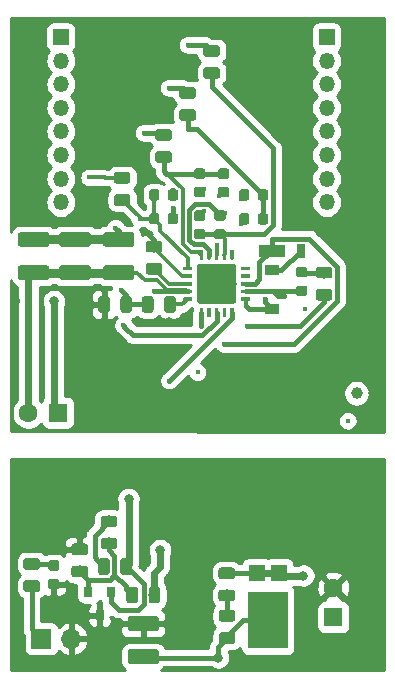
<source format=gbr>
G04 #@! TF.GenerationSoftware,KiCad,Pcbnew,(5.1.4-0-10_14)*
G04 #@! TF.CreationDate,2019-09-18T11:49:10-05:00*
G04 #@! TF.ProjectId,poePoweredDevice-PD,706f6550-6f77-4657-9265-644465766963,rev?*
G04 #@! TF.SameCoordinates,Original*
G04 #@! TF.FileFunction,Copper,L4,Bot*
G04 #@! TF.FilePolarity,Positive*
%FSLAX46Y46*%
G04 Gerber Fmt 4.6, Leading zero omitted, Abs format (unit mm)*
G04 Created by KiCad (PCBNEW (5.1.4-0-10_14)) date 2019-09-18 11:49:10*
%MOMM*%
%LPD*%
G04 APERTURE LIST*
%ADD10R,1.350000X1.350000*%
%ADD11O,1.350000X1.350000*%
%ADD12R,1.700000X1.700000*%
%ADD13O,1.700000X1.700000*%
%ADD14R,3.360000X4.860000*%
%ADD15R,1.390000X1.400000*%
%ADD16C,0.100000*%
%ADD17C,1.250000*%
%ADD18R,1.600000X1.600000*%
%ADD19C,1.600000*%
%ADD20C,0.975000*%
%ADD21C,0.875000*%
%ADD22R,1.200000X0.900000*%
%ADD23C,3.350000*%
%ADD24C,0.300000*%
%ADD25R,0.800000X0.900000*%
%ADD26R,0.775000X1.250000*%
%ADD27R,2.175000X1.125000*%
%ADD28C,0.400000*%
%ADD29C,0.800000*%
%ADD30C,1.000000*%
%ADD31C,0.800000*%
%ADD32C,0.300000*%
%ADD33C,0.400000*%
%ADD34C,0.600000*%
%ADD35C,0.254000*%
G04 APERTURE END LIST*
D10*
X185500000Y-86704000D03*
D11*
X185500000Y-88704000D03*
X185500000Y-90704000D03*
X185500000Y-92704000D03*
X185500000Y-94704000D03*
X185500000Y-96704000D03*
X185500000Y-98704000D03*
X185500000Y-100704000D03*
D10*
X163000000Y-86704000D03*
D11*
X163000000Y-88704000D03*
X163000000Y-90704000D03*
X163000000Y-92704000D03*
X163000000Y-94704000D03*
X163000000Y-96704000D03*
X163000000Y-98704000D03*
X163000000Y-100704000D03*
D12*
X161356800Y-137668000D03*
D13*
X163896800Y-137668000D03*
D14*
X180524000Y-136080000D03*
D15*
X179594000Y-132080000D03*
X181444000Y-132080000D03*
D16*
G36*
X168999504Y-103224204D02*
G01*
X169023773Y-103227804D01*
X169047571Y-103233765D01*
X169070671Y-103242030D01*
X169092849Y-103252520D01*
X169113893Y-103265133D01*
X169133598Y-103279747D01*
X169151777Y-103296223D01*
X169168253Y-103314402D01*
X169182867Y-103334107D01*
X169195480Y-103355151D01*
X169205970Y-103377329D01*
X169214235Y-103400429D01*
X169220196Y-103424227D01*
X169223796Y-103448496D01*
X169225000Y-103473000D01*
X169225000Y-104223000D01*
X169223796Y-104247504D01*
X169220196Y-104271773D01*
X169214235Y-104295571D01*
X169205970Y-104318671D01*
X169195480Y-104340849D01*
X169182867Y-104361893D01*
X169168253Y-104381598D01*
X169151777Y-104399777D01*
X169133598Y-104416253D01*
X169113893Y-104430867D01*
X169092849Y-104443480D01*
X169070671Y-104453970D01*
X169047571Y-104462235D01*
X169023773Y-104468196D01*
X168999504Y-104471796D01*
X168975000Y-104473000D01*
X166825000Y-104473000D01*
X166800496Y-104471796D01*
X166776227Y-104468196D01*
X166752429Y-104462235D01*
X166729329Y-104453970D01*
X166707151Y-104443480D01*
X166686107Y-104430867D01*
X166666402Y-104416253D01*
X166648223Y-104399777D01*
X166631747Y-104381598D01*
X166617133Y-104361893D01*
X166604520Y-104340849D01*
X166594030Y-104318671D01*
X166585765Y-104295571D01*
X166579804Y-104271773D01*
X166576204Y-104247504D01*
X166575000Y-104223000D01*
X166575000Y-103473000D01*
X166576204Y-103448496D01*
X166579804Y-103424227D01*
X166585765Y-103400429D01*
X166594030Y-103377329D01*
X166604520Y-103355151D01*
X166617133Y-103334107D01*
X166631747Y-103314402D01*
X166648223Y-103296223D01*
X166666402Y-103279747D01*
X166686107Y-103265133D01*
X166707151Y-103252520D01*
X166729329Y-103242030D01*
X166752429Y-103233765D01*
X166776227Y-103227804D01*
X166800496Y-103224204D01*
X166825000Y-103223000D01*
X168975000Y-103223000D01*
X168999504Y-103224204D01*
X168999504Y-103224204D01*
G37*
D17*
X167900000Y-103848000D03*
D16*
G36*
X168999504Y-106024204D02*
G01*
X169023773Y-106027804D01*
X169047571Y-106033765D01*
X169070671Y-106042030D01*
X169092849Y-106052520D01*
X169113893Y-106065133D01*
X169133598Y-106079747D01*
X169151777Y-106096223D01*
X169168253Y-106114402D01*
X169182867Y-106134107D01*
X169195480Y-106155151D01*
X169205970Y-106177329D01*
X169214235Y-106200429D01*
X169220196Y-106224227D01*
X169223796Y-106248496D01*
X169225000Y-106273000D01*
X169225000Y-107023000D01*
X169223796Y-107047504D01*
X169220196Y-107071773D01*
X169214235Y-107095571D01*
X169205970Y-107118671D01*
X169195480Y-107140849D01*
X169182867Y-107161893D01*
X169168253Y-107181598D01*
X169151777Y-107199777D01*
X169133598Y-107216253D01*
X169113893Y-107230867D01*
X169092849Y-107243480D01*
X169070671Y-107253970D01*
X169047571Y-107262235D01*
X169023773Y-107268196D01*
X168999504Y-107271796D01*
X168975000Y-107273000D01*
X166825000Y-107273000D01*
X166800496Y-107271796D01*
X166776227Y-107268196D01*
X166752429Y-107262235D01*
X166729329Y-107253970D01*
X166707151Y-107243480D01*
X166686107Y-107230867D01*
X166666402Y-107216253D01*
X166648223Y-107199777D01*
X166631747Y-107181598D01*
X166617133Y-107161893D01*
X166604520Y-107140849D01*
X166594030Y-107118671D01*
X166585765Y-107095571D01*
X166579804Y-107071773D01*
X166576204Y-107047504D01*
X166575000Y-107023000D01*
X166575000Y-106273000D01*
X166576204Y-106248496D01*
X166579804Y-106224227D01*
X166585765Y-106200429D01*
X166594030Y-106177329D01*
X166604520Y-106155151D01*
X166617133Y-106134107D01*
X166631747Y-106114402D01*
X166648223Y-106096223D01*
X166666402Y-106079747D01*
X166686107Y-106065133D01*
X166707151Y-106052520D01*
X166729329Y-106042030D01*
X166752429Y-106033765D01*
X166776227Y-106027804D01*
X166800496Y-106024204D01*
X166825000Y-106023000D01*
X168975000Y-106023000D01*
X168999504Y-106024204D01*
X168999504Y-106024204D01*
G37*
D17*
X167900000Y-106648000D03*
D18*
X162763200Y-118516400D03*
D19*
X160263200Y-118516400D03*
D16*
G36*
X165299504Y-106024204D02*
G01*
X165323773Y-106027804D01*
X165347571Y-106033765D01*
X165370671Y-106042030D01*
X165392849Y-106052520D01*
X165413893Y-106065133D01*
X165433598Y-106079747D01*
X165451777Y-106096223D01*
X165468253Y-106114402D01*
X165482867Y-106134107D01*
X165495480Y-106155151D01*
X165505970Y-106177329D01*
X165514235Y-106200429D01*
X165520196Y-106224227D01*
X165523796Y-106248496D01*
X165525000Y-106273000D01*
X165525000Y-107023000D01*
X165523796Y-107047504D01*
X165520196Y-107071773D01*
X165514235Y-107095571D01*
X165505970Y-107118671D01*
X165495480Y-107140849D01*
X165482867Y-107161893D01*
X165468253Y-107181598D01*
X165451777Y-107199777D01*
X165433598Y-107216253D01*
X165413893Y-107230867D01*
X165392849Y-107243480D01*
X165370671Y-107253970D01*
X165347571Y-107262235D01*
X165323773Y-107268196D01*
X165299504Y-107271796D01*
X165275000Y-107273000D01*
X163125000Y-107273000D01*
X163100496Y-107271796D01*
X163076227Y-107268196D01*
X163052429Y-107262235D01*
X163029329Y-107253970D01*
X163007151Y-107243480D01*
X162986107Y-107230867D01*
X162966402Y-107216253D01*
X162948223Y-107199777D01*
X162931747Y-107181598D01*
X162917133Y-107161893D01*
X162904520Y-107140849D01*
X162894030Y-107118671D01*
X162885765Y-107095571D01*
X162879804Y-107071773D01*
X162876204Y-107047504D01*
X162875000Y-107023000D01*
X162875000Y-106273000D01*
X162876204Y-106248496D01*
X162879804Y-106224227D01*
X162885765Y-106200429D01*
X162894030Y-106177329D01*
X162904520Y-106155151D01*
X162917133Y-106134107D01*
X162931747Y-106114402D01*
X162948223Y-106096223D01*
X162966402Y-106079747D01*
X162986107Y-106065133D01*
X163007151Y-106052520D01*
X163029329Y-106042030D01*
X163052429Y-106033765D01*
X163076227Y-106027804D01*
X163100496Y-106024204D01*
X163125000Y-106023000D01*
X165275000Y-106023000D01*
X165299504Y-106024204D01*
X165299504Y-106024204D01*
G37*
D17*
X164200000Y-106648000D03*
D16*
G36*
X165299504Y-103224204D02*
G01*
X165323773Y-103227804D01*
X165347571Y-103233765D01*
X165370671Y-103242030D01*
X165392849Y-103252520D01*
X165413893Y-103265133D01*
X165433598Y-103279747D01*
X165451777Y-103296223D01*
X165468253Y-103314402D01*
X165482867Y-103334107D01*
X165495480Y-103355151D01*
X165505970Y-103377329D01*
X165514235Y-103400429D01*
X165520196Y-103424227D01*
X165523796Y-103448496D01*
X165525000Y-103473000D01*
X165525000Y-104223000D01*
X165523796Y-104247504D01*
X165520196Y-104271773D01*
X165514235Y-104295571D01*
X165505970Y-104318671D01*
X165495480Y-104340849D01*
X165482867Y-104361893D01*
X165468253Y-104381598D01*
X165451777Y-104399777D01*
X165433598Y-104416253D01*
X165413893Y-104430867D01*
X165392849Y-104443480D01*
X165370671Y-104453970D01*
X165347571Y-104462235D01*
X165323773Y-104468196D01*
X165299504Y-104471796D01*
X165275000Y-104473000D01*
X163125000Y-104473000D01*
X163100496Y-104471796D01*
X163076227Y-104468196D01*
X163052429Y-104462235D01*
X163029329Y-104453970D01*
X163007151Y-104443480D01*
X162986107Y-104430867D01*
X162966402Y-104416253D01*
X162948223Y-104399777D01*
X162931747Y-104381598D01*
X162917133Y-104361893D01*
X162904520Y-104340849D01*
X162894030Y-104318671D01*
X162885765Y-104295571D01*
X162879804Y-104271773D01*
X162876204Y-104247504D01*
X162875000Y-104223000D01*
X162875000Y-103473000D01*
X162876204Y-103448496D01*
X162879804Y-103424227D01*
X162885765Y-103400429D01*
X162894030Y-103377329D01*
X162904520Y-103355151D01*
X162917133Y-103334107D01*
X162931747Y-103314402D01*
X162948223Y-103296223D01*
X162966402Y-103279747D01*
X162986107Y-103265133D01*
X163007151Y-103252520D01*
X163029329Y-103242030D01*
X163052429Y-103233765D01*
X163076227Y-103227804D01*
X163100496Y-103224204D01*
X163125000Y-103223000D01*
X165275000Y-103223000D01*
X165299504Y-103224204D01*
X165299504Y-103224204D01*
G37*
D17*
X164200000Y-103848000D03*
D16*
G36*
X161799504Y-103224204D02*
G01*
X161823773Y-103227804D01*
X161847571Y-103233765D01*
X161870671Y-103242030D01*
X161892849Y-103252520D01*
X161913893Y-103265133D01*
X161933598Y-103279747D01*
X161951777Y-103296223D01*
X161968253Y-103314402D01*
X161982867Y-103334107D01*
X161995480Y-103355151D01*
X162005970Y-103377329D01*
X162014235Y-103400429D01*
X162020196Y-103424227D01*
X162023796Y-103448496D01*
X162025000Y-103473000D01*
X162025000Y-104223000D01*
X162023796Y-104247504D01*
X162020196Y-104271773D01*
X162014235Y-104295571D01*
X162005970Y-104318671D01*
X161995480Y-104340849D01*
X161982867Y-104361893D01*
X161968253Y-104381598D01*
X161951777Y-104399777D01*
X161933598Y-104416253D01*
X161913893Y-104430867D01*
X161892849Y-104443480D01*
X161870671Y-104453970D01*
X161847571Y-104462235D01*
X161823773Y-104468196D01*
X161799504Y-104471796D01*
X161775000Y-104473000D01*
X159625000Y-104473000D01*
X159600496Y-104471796D01*
X159576227Y-104468196D01*
X159552429Y-104462235D01*
X159529329Y-104453970D01*
X159507151Y-104443480D01*
X159486107Y-104430867D01*
X159466402Y-104416253D01*
X159448223Y-104399777D01*
X159431747Y-104381598D01*
X159417133Y-104361893D01*
X159404520Y-104340849D01*
X159394030Y-104318671D01*
X159385765Y-104295571D01*
X159379804Y-104271773D01*
X159376204Y-104247504D01*
X159375000Y-104223000D01*
X159375000Y-103473000D01*
X159376204Y-103448496D01*
X159379804Y-103424227D01*
X159385765Y-103400429D01*
X159394030Y-103377329D01*
X159404520Y-103355151D01*
X159417133Y-103334107D01*
X159431747Y-103314402D01*
X159448223Y-103296223D01*
X159466402Y-103279747D01*
X159486107Y-103265133D01*
X159507151Y-103252520D01*
X159529329Y-103242030D01*
X159552429Y-103233765D01*
X159576227Y-103227804D01*
X159600496Y-103224204D01*
X159625000Y-103223000D01*
X161775000Y-103223000D01*
X161799504Y-103224204D01*
X161799504Y-103224204D01*
G37*
D17*
X160700000Y-103848000D03*
D16*
G36*
X161799504Y-106024204D02*
G01*
X161823773Y-106027804D01*
X161847571Y-106033765D01*
X161870671Y-106042030D01*
X161892849Y-106052520D01*
X161913893Y-106065133D01*
X161933598Y-106079747D01*
X161951777Y-106096223D01*
X161968253Y-106114402D01*
X161982867Y-106134107D01*
X161995480Y-106155151D01*
X162005970Y-106177329D01*
X162014235Y-106200429D01*
X162020196Y-106224227D01*
X162023796Y-106248496D01*
X162025000Y-106273000D01*
X162025000Y-107023000D01*
X162023796Y-107047504D01*
X162020196Y-107071773D01*
X162014235Y-107095571D01*
X162005970Y-107118671D01*
X161995480Y-107140849D01*
X161982867Y-107161893D01*
X161968253Y-107181598D01*
X161951777Y-107199777D01*
X161933598Y-107216253D01*
X161913893Y-107230867D01*
X161892849Y-107243480D01*
X161870671Y-107253970D01*
X161847571Y-107262235D01*
X161823773Y-107268196D01*
X161799504Y-107271796D01*
X161775000Y-107273000D01*
X159625000Y-107273000D01*
X159600496Y-107271796D01*
X159576227Y-107268196D01*
X159552429Y-107262235D01*
X159529329Y-107253970D01*
X159507151Y-107243480D01*
X159486107Y-107230867D01*
X159466402Y-107216253D01*
X159448223Y-107199777D01*
X159431747Y-107181598D01*
X159417133Y-107161893D01*
X159404520Y-107140849D01*
X159394030Y-107118671D01*
X159385765Y-107095571D01*
X159379804Y-107071773D01*
X159376204Y-107047504D01*
X159375000Y-107023000D01*
X159375000Y-106273000D01*
X159376204Y-106248496D01*
X159379804Y-106224227D01*
X159385765Y-106200429D01*
X159394030Y-106177329D01*
X159404520Y-106155151D01*
X159417133Y-106134107D01*
X159431747Y-106114402D01*
X159448223Y-106096223D01*
X159466402Y-106079747D01*
X159486107Y-106065133D01*
X159507151Y-106052520D01*
X159529329Y-106042030D01*
X159552429Y-106033765D01*
X159576227Y-106027804D01*
X159600496Y-106024204D01*
X159625000Y-106023000D01*
X161775000Y-106023000D01*
X161799504Y-106024204D01*
X161799504Y-106024204D01*
G37*
D17*
X160700000Y-106648000D03*
D18*
X186080400Y-135839200D03*
D19*
X186080400Y-133339200D03*
D16*
G36*
X171076304Y-135745804D02*
G01*
X171100573Y-135749404D01*
X171124371Y-135755365D01*
X171147471Y-135763630D01*
X171169649Y-135774120D01*
X171190693Y-135786733D01*
X171210398Y-135801347D01*
X171228577Y-135817823D01*
X171245053Y-135836002D01*
X171259667Y-135855707D01*
X171272280Y-135876751D01*
X171282770Y-135898929D01*
X171291035Y-135922029D01*
X171296996Y-135945827D01*
X171300596Y-135970096D01*
X171301800Y-135994600D01*
X171301800Y-136744600D01*
X171300596Y-136769104D01*
X171296996Y-136793373D01*
X171291035Y-136817171D01*
X171282770Y-136840271D01*
X171272280Y-136862449D01*
X171259667Y-136883493D01*
X171245053Y-136903198D01*
X171228577Y-136921377D01*
X171210398Y-136937853D01*
X171190693Y-136952467D01*
X171169649Y-136965080D01*
X171147471Y-136975570D01*
X171124371Y-136983835D01*
X171100573Y-136989796D01*
X171076304Y-136993396D01*
X171051800Y-136994600D01*
X168901800Y-136994600D01*
X168877296Y-136993396D01*
X168853027Y-136989796D01*
X168829229Y-136983835D01*
X168806129Y-136975570D01*
X168783951Y-136965080D01*
X168762907Y-136952467D01*
X168743202Y-136937853D01*
X168725023Y-136921377D01*
X168708547Y-136903198D01*
X168693933Y-136883493D01*
X168681320Y-136862449D01*
X168670830Y-136840271D01*
X168662565Y-136817171D01*
X168656604Y-136793373D01*
X168653004Y-136769104D01*
X168651800Y-136744600D01*
X168651800Y-135994600D01*
X168653004Y-135970096D01*
X168656604Y-135945827D01*
X168662565Y-135922029D01*
X168670830Y-135898929D01*
X168681320Y-135876751D01*
X168693933Y-135855707D01*
X168708547Y-135836002D01*
X168725023Y-135817823D01*
X168743202Y-135801347D01*
X168762907Y-135786733D01*
X168783951Y-135774120D01*
X168806129Y-135763630D01*
X168829229Y-135755365D01*
X168853027Y-135749404D01*
X168877296Y-135745804D01*
X168901800Y-135744600D01*
X171051800Y-135744600D01*
X171076304Y-135745804D01*
X171076304Y-135745804D01*
G37*
D17*
X169976800Y-136369600D03*
D16*
G36*
X171076304Y-138545804D02*
G01*
X171100573Y-138549404D01*
X171124371Y-138555365D01*
X171147471Y-138563630D01*
X171169649Y-138574120D01*
X171190693Y-138586733D01*
X171210398Y-138601347D01*
X171228577Y-138617823D01*
X171245053Y-138636002D01*
X171259667Y-138655707D01*
X171272280Y-138676751D01*
X171282770Y-138698929D01*
X171291035Y-138722029D01*
X171296996Y-138745827D01*
X171300596Y-138770096D01*
X171301800Y-138794600D01*
X171301800Y-139544600D01*
X171300596Y-139569104D01*
X171296996Y-139593373D01*
X171291035Y-139617171D01*
X171282770Y-139640271D01*
X171272280Y-139662449D01*
X171259667Y-139683493D01*
X171245053Y-139703198D01*
X171228577Y-139721377D01*
X171210398Y-139737853D01*
X171190693Y-139752467D01*
X171169649Y-139765080D01*
X171147471Y-139775570D01*
X171124371Y-139783835D01*
X171100573Y-139789796D01*
X171076304Y-139793396D01*
X171051800Y-139794600D01*
X168901800Y-139794600D01*
X168877296Y-139793396D01*
X168853027Y-139789796D01*
X168829229Y-139783835D01*
X168806129Y-139775570D01*
X168783951Y-139765080D01*
X168762907Y-139752467D01*
X168743202Y-139737853D01*
X168725023Y-139721377D01*
X168708547Y-139703198D01*
X168693933Y-139683493D01*
X168681320Y-139662449D01*
X168670830Y-139640271D01*
X168662565Y-139617171D01*
X168656604Y-139593373D01*
X168653004Y-139569104D01*
X168651800Y-139544600D01*
X168651800Y-138794600D01*
X168653004Y-138770096D01*
X168656604Y-138745827D01*
X168662565Y-138722029D01*
X168670830Y-138698929D01*
X168681320Y-138676751D01*
X168693933Y-138655707D01*
X168708547Y-138636002D01*
X168725023Y-138617823D01*
X168743202Y-138601347D01*
X168762907Y-138586733D01*
X168783951Y-138574120D01*
X168806129Y-138563630D01*
X168829229Y-138555365D01*
X168853027Y-138549404D01*
X168877296Y-138545804D01*
X168901800Y-138544600D01*
X171051800Y-138544600D01*
X171076304Y-138545804D01*
X171076304Y-138545804D01*
G37*
D17*
X169976800Y-139169600D03*
D16*
G36*
X177518142Y-131621374D02*
G01*
X177541803Y-131624884D01*
X177565007Y-131630696D01*
X177587529Y-131638754D01*
X177609153Y-131648982D01*
X177629670Y-131661279D01*
X177648883Y-131675529D01*
X177666607Y-131691593D01*
X177682671Y-131709317D01*
X177696921Y-131728530D01*
X177709218Y-131749047D01*
X177719446Y-131770671D01*
X177727504Y-131793193D01*
X177733316Y-131816397D01*
X177736826Y-131840058D01*
X177738000Y-131863950D01*
X177738000Y-132351450D01*
X177736826Y-132375342D01*
X177733316Y-132399003D01*
X177727504Y-132422207D01*
X177719446Y-132444729D01*
X177709218Y-132466353D01*
X177696921Y-132486870D01*
X177682671Y-132506083D01*
X177666607Y-132523807D01*
X177648883Y-132539871D01*
X177629670Y-132554121D01*
X177609153Y-132566418D01*
X177587529Y-132576646D01*
X177565007Y-132584704D01*
X177541803Y-132590516D01*
X177518142Y-132594026D01*
X177494250Y-132595200D01*
X176581750Y-132595200D01*
X176557858Y-132594026D01*
X176534197Y-132590516D01*
X176510993Y-132584704D01*
X176488471Y-132576646D01*
X176466847Y-132566418D01*
X176446330Y-132554121D01*
X176427117Y-132539871D01*
X176409393Y-132523807D01*
X176393329Y-132506083D01*
X176379079Y-132486870D01*
X176366782Y-132466353D01*
X176356554Y-132444729D01*
X176348496Y-132422207D01*
X176342684Y-132399003D01*
X176339174Y-132375342D01*
X176338000Y-132351450D01*
X176338000Y-131863950D01*
X176339174Y-131840058D01*
X176342684Y-131816397D01*
X176348496Y-131793193D01*
X176356554Y-131770671D01*
X176366782Y-131749047D01*
X176379079Y-131728530D01*
X176393329Y-131709317D01*
X176409393Y-131691593D01*
X176427117Y-131675529D01*
X176446330Y-131661279D01*
X176466847Y-131648982D01*
X176488471Y-131638754D01*
X176510993Y-131630696D01*
X176534197Y-131624884D01*
X176557858Y-131621374D01*
X176581750Y-131620200D01*
X177494250Y-131620200D01*
X177518142Y-131621374D01*
X177518142Y-131621374D01*
G37*
D20*
X177038000Y-132107700D03*
D16*
G36*
X177518142Y-133496374D02*
G01*
X177541803Y-133499884D01*
X177565007Y-133505696D01*
X177587529Y-133513754D01*
X177609153Y-133523982D01*
X177629670Y-133536279D01*
X177648883Y-133550529D01*
X177666607Y-133566593D01*
X177682671Y-133584317D01*
X177696921Y-133603530D01*
X177709218Y-133624047D01*
X177719446Y-133645671D01*
X177727504Y-133668193D01*
X177733316Y-133691397D01*
X177736826Y-133715058D01*
X177738000Y-133738950D01*
X177738000Y-134226450D01*
X177736826Y-134250342D01*
X177733316Y-134274003D01*
X177727504Y-134297207D01*
X177719446Y-134319729D01*
X177709218Y-134341353D01*
X177696921Y-134361870D01*
X177682671Y-134381083D01*
X177666607Y-134398807D01*
X177648883Y-134414871D01*
X177629670Y-134429121D01*
X177609153Y-134441418D01*
X177587529Y-134451646D01*
X177565007Y-134459704D01*
X177541803Y-134465516D01*
X177518142Y-134469026D01*
X177494250Y-134470200D01*
X176581750Y-134470200D01*
X176557858Y-134469026D01*
X176534197Y-134465516D01*
X176510993Y-134459704D01*
X176488471Y-134451646D01*
X176466847Y-134441418D01*
X176446330Y-134429121D01*
X176427117Y-134414871D01*
X176409393Y-134398807D01*
X176393329Y-134381083D01*
X176379079Y-134361870D01*
X176366782Y-134341353D01*
X176356554Y-134319729D01*
X176348496Y-134297207D01*
X176342684Y-134274003D01*
X176339174Y-134250342D01*
X176338000Y-134226450D01*
X176338000Y-133738950D01*
X176339174Y-133715058D01*
X176342684Y-133691397D01*
X176348496Y-133668193D01*
X176356554Y-133645671D01*
X176366782Y-133624047D01*
X176379079Y-133603530D01*
X176393329Y-133584317D01*
X176409393Y-133566593D01*
X176427117Y-133550529D01*
X176446330Y-133536279D01*
X176466847Y-133523982D01*
X176488471Y-133513754D01*
X176510993Y-133505696D01*
X176534197Y-133499884D01*
X176557858Y-133496374D01*
X176581750Y-133495200D01*
X177494250Y-133495200D01*
X177518142Y-133496374D01*
X177518142Y-133496374D01*
G37*
D20*
X177038000Y-133982700D03*
D16*
G36*
X168794342Y-130847774D02*
G01*
X168818003Y-130851284D01*
X168841207Y-130857096D01*
X168863729Y-130865154D01*
X168885353Y-130875382D01*
X168905870Y-130887679D01*
X168925083Y-130901929D01*
X168942807Y-130917993D01*
X168958871Y-130935717D01*
X168973121Y-130954930D01*
X168985418Y-130975447D01*
X168995646Y-130997071D01*
X169003704Y-131019593D01*
X169009516Y-131042797D01*
X169013026Y-131066458D01*
X169014200Y-131090350D01*
X169014200Y-132002850D01*
X169013026Y-132026742D01*
X169009516Y-132050403D01*
X169003704Y-132073607D01*
X168995646Y-132096129D01*
X168985418Y-132117753D01*
X168973121Y-132138270D01*
X168958871Y-132157483D01*
X168942807Y-132175207D01*
X168925083Y-132191271D01*
X168905870Y-132205521D01*
X168885353Y-132217818D01*
X168863729Y-132228046D01*
X168841207Y-132236104D01*
X168818003Y-132241916D01*
X168794342Y-132245426D01*
X168770450Y-132246600D01*
X168282950Y-132246600D01*
X168259058Y-132245426D01*
X168235397Y-132241916D01*
X168212193Y-132236104D01*
X168189671Y-132228046D01*
X168168047Y-132217818D01*
X168147530Y-132205521D01*
X168128317Y-132191271D01*
X168110593Y-132175207D01*
X168094529Y-132157483D01*
X168080279Y-132138270D01*
X168067982Y-132117753D01*
X168057754Y-132096129D01*
X168049696Y-132073607D01*
X168043884Y-132050403D01*
X168040374Y-132026742D01*
X168039200Y-132002850D01*
X168039200Y-131090350D01*
X168040374Y-131066458D01*
X168043884Y-131042797D01*
X168049696Y-131019593D01*
X168057754Y-130997071D01*
X168067982Y-130975447D01*
X168080279Y-130954930D01*
X168094529Y-130935717D01*
X168110593Y-130917993D01*
X168128317Y-130901929D01*
X168147530Y-130887679D01*
X168168047Y-130875382D01*
X168189671Y-130865154D01*
X168212193Y-130857096D01*
X168235397Y-130851284D01*
X168259058Y-130847774D01*
X168282950Y-130846600D01*
X168770450Y-130846600D01*
X168794342Y-130847774D01*
X168794342Y-130847774D01*
G37*
D20*
X168526700Y-131546600D03*
D16*
G36*
X166919342Y-130847774D02*
G01*
X166943003Y-130851284D01*
X166966207Y-130857096D01*
X166988729Y-130865154D01*
X167010353Y-130875382D01*
X167030870Y-130887679D01*
X167050083Y-130901929D01*
X167067807Y-130917993D01*
X167083871Y-130935717D01*
X167098121Y-130954930D01*
X167110418Y-130975447D01*
X167120646Y-130997071D01*
X167128704Y-131019593D01*
X167134516Y-131042797D01*
X167138026Y-131066458D01*
X167139200Y-131090350D01*
X167139200Y-132002850D01*
X167138026Y-132026742D01*
X167134516Y-132050403D01*
X167128704Y-132073607D01*
X167120646Y-132096129D01*
X167110418Y-132117753D01*
X167098121Y-132138270D01*
X167083871Y-132157483D01*
X167067807Y-132175207D01*
X167050083Y-132191271D01*
X167030870Y-132205521D01*
X167010353Y-132217818D01*
X166988729Y-132228046D01*
X166966207Y-132236104D01*
X166943003Y-132241916D01*
X166919342Y-132245426D01*
X166895450Y-132246600D01*
X166407950Y-132246600D01*
X166384058Y-132245426D01*
X166360397Y-132241916D01*
X166337193Y-132236104D01*
X166314671Y-132228046D01*
X166293047Y-132217818D01*
X166272530Y-132205521D01*
X166253317Y-132191271D01*
X166235593Y-132175207D01*
X166219529Y-132157483D01*
X166205279Y-132138270D01*
X166192982Y-132117753D01*
X166182754Y-132096129D01*
X166174696Y-132073607D01*
X166168884Y-132050403D01*
X166165374Y-132026742D01*
X166164200Y-132002850D01*
X166164200Y-131090350D01*
X166165374Y-131066458D01*
X166168884Y-131042797D01*
X166174696Y-131019593D01*
X166182754Y-130997071D01*
X166192982Y-130975447D01*
X166205279Y-130954930D01*
X166219529Y-130935717D01*
X166235593Y-130917993D01*
X166253317Y-130901929D01*
X166272530Y-130887679D01*
X166293047Y-130875382D01*
X166314671Y-130865154D01*
X166337193Y-130857096D01*
X166360397Y-130851284D01*
X166384058Y-130847774D01*
X166407950Y-130846600D01*
X166895450Y-130846600D01*
X166919342Y-130847774D01*
X166919342Y-130847774D01*
G37*
D20*
X166651700Y-131546600D03*
D16*
G36*
X176753691Y-101392053D02*
G01*
X176774926Y-101395203D01*
X176795750Y-101400419D01*
X176815962Y-101407651D01*
X176835368Y-101416830D01*
X176853781Y-101427866D01*
X176871024Y-101440654D01*
X176886930Y-101455070D01*
X176901346Y-101470976D01*
X176914134Y-101488219D01*
X176925170Y-101506632D01*
X176934349Y-101526038D01*
X176941581Y-101546250D01*
X176946797Y-101567074D01*
X176949947Y-101588309D01*
X176951000Y-101609750D01*
X176951000Y-102047250D01*
X176949947Y-102068691D01*
X176946797Y-102089926D01*
X176941581Y-102110750D01*
X176934349Y-102130962D01*
X176925170Y-102150368D01*
X176914134Y-102168781D01*
X176901346Y-102186024D01*
X176886930Y-102201930D01*
X176871024Y-102216346D01*
X176853781Y-102229134D01*
X176835368Y-102240170D01*
X176815962Y-102249349D01*
X176795750Y-102256581D01*
X176774926Y-102261797D01*
X176753691Y-102264947D01*
X176732250Y-102266000D01*
X176219750Y-102266000D01*
X176198309Y-102264947D01*
X176177074Y-102261797D01*
X176156250Y-102256581D01*
X176136038Y-102249349D01*
X176116632Y-102240170D01*
X176098219Y-102229134D01*
X176080976Y-102216346D01*
X176065070Y-102201930D01*
X176050654Y-102186024D01*
X176037866Y-102168781D01*
X176026830Y-102150368D01*
X176017651Y-102130962D01*
X176010419Y-102110750D01*
X176005203Y-102089926D01*
X176002053Y-102068691D01*
X176001000Y-102047250D01*
X176001000Y-101609750D01*
X176002053Y-101588309D01*
X176005203Y-101567074D01*
X176010419Y-101546250D01*
X176017651Y-101526038D01*
X176026830Y-101506632D01*
X176037866Y-101488219D01*
X176050654Y-101470976D01*
X176065070Y-101455070D01*
X176080976Y-101440654D01*
X176098219Y-101427866D01*
X176116632Y-101416830D01*
X176136038Y-101407651D01*
X176156250Y-101400419D01*
X176177074Y-101395203D01*
X176198309Y-101392053D01*
X176219750Y-101391000D01*
X176732250Y-101391000D01*
X176753691Y-101392053D01*
X176753691Y-101392053D01*
G37*
D21*
X176476000Y-101828500D03*
D16*
G36*
X176753691Y-102967053D02*
G01*
X176774926Y-102970203D01*
X176795750Y-102975419D01*
X176815962Y-102982651D01*
X176835368Y-102991830D01*
X176853781Y-103002866D01*
X176871024Y-103015654D01*
X176886930Y-103030070D01*
X176901346Y-103045976D01*
X176914134Y-103063219D01*
X176925170Y-103081632D01*
X176934349Y-103101038D01*
X176941581Y-103121250D01*
X176946797Y-103142074D01*
X176949947Y-103163309D01*
X176951000Y-103184750D01*
X176951000Y-103622250D01*
X176949947Y-103643691D01*
X176946797Y-103664926D01*
X176941581Y-103685750D01*
X176934349Y-103705962D01*
X176925170Y-103725368D01*
X176914134Y-103743781D01*
X176901346Y-103761024D01*
X176886930Y-103776930D01*
X176871024Y-103791346D01*
X176853781Y-103804134D01*
X176835368Y-103815170D01*
X176815962Y-103824349D01*
X176795750Y-103831581D01*
X176774926Y-103836797D01*
X176753691Y-103839947D01*
X176732250Y-103841000D01*
X176219750Y-103841000D01*
X176198309Y-103839947D01*
X176177074Y-103836797D01*
X176156250Y-103831581D01*
X176136038Y-103824349D01*
X176116632Y-103815170D01*
X176098219Y-103804134D01*
X176080976Y-103791346D01*
X176065070Y-103776930D01*
X176050654Y-103761024D01*
X176037866Y-103743781D01*
X176026830Y-103725368D01*
X176017651Y-103705962D01*
X176010419Y-103685750D01*
X176005203Y-103664926D01*
X176002053Y-103643691D01*
X176001000Y-103622250D01*
X176001000Y-103184750D01*
X176002053Y-103163309D01*
X176005203Y-103142074D01*
X176010419Y-103121250D01*
X176017651Y-103101038D01*
X176026830Y-103081632D01*
X176037866Y-103063219D01*
X176050654Y-103045976D01*
X176065070Y-103030070D01*
X176080976Y-103015654D01*
X176098219Y-103002866D01*
X176116632Y-102991830D01*
X176136038Y-102982651D01*
X176156250Y-102975419D01*
X176177074Y-102970203D01*
X176198309Y-102967053D01*
X176219750Y-102966000D01*
X176732250Y-102966000D01*
X176753691Y-102967053D01*
X176753691Y-102967053D01*
G37*
D21*
X176476000Y-103403500D03*
D16*
G36*
X180351691Y-99602053D02*
G01*
X180372926Y-99605203D01*
X180393750Y-99610419D01*
X180413962Y-99617651D01*
X180433368Y-99626830D01*
X180451781Y-99637866D01*
X180469024Y-99650654D01*
X180484930Y-99665070D01*
X180499346Y-99680976D01*
X180512134Y-99698219D01*
X180523170Y-99716632D01*
X180532349Y-99736038D01*
X180539581Y-99756250D01*
X180544797Y-99777074D01*
X180547947Y-99798309D01*
X180549000Y-99819750D01*
X180549000Y-100332250D01*
X180547947Y-100353691D01*
X180544797Y-100374926D01*
X180539581Y-100395750D01*
X180532349Y-100415962D01*
X180523170Y-100435368D01*
X180512134Y-100453781D01*
X180499346Y-100471024D01*
X180484930Y-100486930D01*
X180469024Y-100501346D01*
X180451781Y-100514134D01*
X180433368Y-100525170D01*
X180413962Y-100534349D01*
X180393750Y-100541581D01*
X180372926Y-100546797D01*
X180351691Y-100549947D01*
X180330250Y-100551000D01*
X179892750Y-100551000D01*
X179871309Y-100549947D01*
X179850074Y-100546797D01*
X179829250Y-100541581D01*
X179809038Y-100534349D01*
X179789632Y-100525170D01*
X179771219Y-100514134D01*
X179753976Y-100501346D01*
X179738070Y-100486930D01*
X179723654Y-100471024D01*
X179710866Y-100453781D01*
X179699830Y-100435368D01*
X179690651Y-100415962D01*
X179683419Y-100395750D01*
X179678203Y-100374926D01*
X179675053Y-100353691D01*
X179674000Y-100332250D01*
X179674000Y-99819750D01*
X179675053Y-99798309D01*
X179678203Y-99777074D01*
X179683419Y-99756250D01*
X179690651Y-99736038D01*
X179699830Y-99716632D01*
X179710866Y-99698219D01*
X179723654Y-99680976D01*
X179738070Y-99665070D01*
X179753976Y-99650654D01*
X179771219Y-99637866D01*
X179789632Y-99626830D01*
X179809038Y-99617651D01*
X179829250Y-99610419D01*
X179850074Y-99605203D01*
X179871309Y-99602053D01*
X179892750Y-99601000D01*
X180330250Y-99601000D01*
X180351691Y-99602053D01*
X180351691Y-99602053D01*
G37*
D21*
X180111500Y-100076000D03*
D16*
G36*
X178776691Y-99602053D02*
G01*
X178797926Y-99605203D01*
X178818750Y-99610419D01*
X178838962Y-99617651D01*
X178858368Y-99626830D01*
X178876781Y-99637866D01*
X178894024Y-99650654D01*
X178909930Y-99665070D01*
X178924346Y-99680976D01*
X178937134Y-99698219D01*
X178948170Y-99716632D01*
X178957349Y-99736038D01*
X178964581Y-99756250D01*
X178969797Y-99777074D01*
X178972947Y-99798309D01*
X178974000Y-99819750D01*
X178974000Y-100332250D01*
X178972947Y-100353691D01*
X178969797Y-100374926D01*
X178964581Y-100395750D01*
X178957349Y-100415962D01*
X178948170Y-100435368D01*
X178937134Y-100453781D01*
X178924346Y-100471024D01*
X178909930Y-100486930D01*
X178894024Y-100501346D01*
X178876781Y-100514134D01*
X178858368Y-100525170D01*
X178838962Y-100534349D01*
X178818750Y-100541581D01*
X178797926Y-100546797D01*
X178776691Y-100549947D01*
X178755250Y-100551000D01*
X178317750Y-100551000D01*
X178296309Y-100549947D01*
X178275074Y-100546797D01*
X178254250Y-100541581D01*
X178234038Y-100534349D01*
X178214632Y-100525170D01*
X178196219Y-100514134D01*
X178178976Y-100501346D01*
X178163070Y-100486930D01*
X178148654Y-100471024D01*
X178135866Y-100453781D01*
X178124830Y-100435368D01*
X178115651Y-100415962D01*
X178108419Y-100395750D01*
X178103203Y-100374926D01*
X178100053Y-100353691D01*
X178099000Y-100332250D01*
X178099000Y-99819750D01*
X178100053Y-99798309D01*
X178103203Y-99777074D01*
X178108419Y-99756250D01*
X178115651Y-99736038D01*
X178124830Y-99716632D01*
X178135866Y-99698219D01*
X178148654Y-99680976D01*
X178163070Y-99665070D01*
X178178976Y-99650654D01*
X178196219Y-99637866D01*
X178214632Y-99626830D01*
X178234038Y-99617651D01*
X178254250Y-99610419D01*
X178275074Y-99605203D01*
X178296309Y-99602053D01*
X178317750Y-99601000D01*
X178755250Y-99601000D01*
X178776691Y-99602053D01*
X178776691Y-99602053D01*
G37*
D21*
X178536500Y-100076000D03*
D16*
G36*
X175041691Y-97836053D02*
G01*
X175062926Y-97839203D01*
X175083750Y-97844419D01*
X175103962Y-97851651D01*
X175123368Y-97860830D01*
X175141781Y-97871866D01*
X175159024Y-97884654D01*
X175174930Y-97899070D01*
X175189346Y-97914976D01*
X175202134Y-97932219D01*
X175213170Y-97950632D01*
X175222349Y-97970038D01*
X175229581Y-97990250D01*
X175234797Y-98011074D01*
X175237947Y-98032309D01*
X175239000Y-98053750D01*
X175239000Y-98491250D01*
X175237947Y-98512691D01*
X175234797Y-98533926D01*
X175229581Y-98554750D01*
X175222349Y-98574962D01*
X175213170Y-98594368D01*
X175202134Y-98612781D01*
X175189346Y-98630024D01*
X175174930Y-98645930D01*
X175159024Y-98660346D01*
X175141781Y-98673134D01*
X175123368Y-98684170D01*
X175103962Y-98693349D01*
X175083750Y-98700581D01*
X175062926Y-98705797D01*
X175041691Y-98708947D01*
X175020250Y-98710000D01*
X174507750Y-98710000D01*
X174486309Y-98708947D01*
X174465074Y-98705797D01*
X174444250Y-98700581D01*
X174424038Y-98693349D01*
X174404632Y-98684170D01*
X174386219Y-98673134D01*
X174368976Y-98660346D01*
X174353070Y-98645930D01*
X174338654Y-98630024D01*
X174325866Y-98612781D01*
X174314830Y-98594368D01*
X174305651Y-98574962D01*
X174298419Y-98554750D01*
X174293203Y-98533926D01*
X174290053Y-98512691D01*
X174289000Y-98491250D01*
X174289000Y-98053750D01*
X174290053Y-98032309D01*
X174293203Y-98011074D01*
X174298419Y-97990250D01*
X174305651Y-97970038D01*
X174314830Y-97950632D01*
X174325866Y-97932219D01*
X174338654Y-97914976D01*
X174353070Y-97899070D01*
X174368976Y-97884654D01*
X174386219Y-97871866D01*
X174404632Y-97860830D01*
X174424038Y-97851651D01*
X174444250Y-97844419D01*
X174465074Y-97839203D01*
X174486309Y-97836053D01*
X174507750Y-97835000D01*
X175020250Y-97835000D01*
X175041691Y-97836053D01*
X175041691Y-97836053D01*
G37*
D21*
X174764000Y-98272500D03*
D16*
G36*
X175041691Y-99411053D02*
G01*
X175062926Y-99414203D01*
X175083750Y-99419419D01*
X175103962Y-99426651D01*
X175123368Y-99435830D01*
X175141781Y-99446866D01*
X175159024Y-99459654D01*
X175174930Y-99474070D01*
X175189346Y-99489976D01*
X175202134Y-99507219D01*
X175213170Y-99525632D01*
X175222349Y-99545038D01*
X175229581Y-99565250D01*
X175234797Y-99586074D01*
X175237947Y-99607309D01*
X175239000Y-99628750D01*
X175239000Y-100066250D01*
X175237947Y-100087691D01*
X175234797Y-100108926D01*
X175229581Y-100129750D01*
X175222349Y-100149962D01*
X175213170Y-100169368D01*
X175202134Y-100187781D01*
X175189346Y-100205024D01*
X175174930Y-100220930D01*
X175159024Y-100235346D01*
X175141781Y-100248134D01*
X175123368Y-100259170D01*
X175103962Y-100268349D01*
X175083750Y-100275581D01*
X175062926Y-100280797D01*
X175041691Y-100283947D01*
X175020250Y-100285000D01*
X174507750Y-100285000D01*
X174486309Y-100283947D01*
X174465074Y-100280797D01*
X174444250Y-100275581D01*
X174424038Y-100268349D01*
X174404632Y-100259170D01*
X174386219Y-100248134D01*
X174368976Y-100235346D01*
X174353070Y-100220930D01*
X174338654Y-100205024D01*
X174325866Y-100187781D01*
X174314830Y-100169368D01*
X174305651Y-100149962D01*
X174298419Y-100129750D01*
X174293203Y-100108926D01*
X174290053Y-100087691D01*
X174289000Y-100066250D01*
X174289000Y-99628750D01*
X174290053Y-99607309D01*
X174293203Y-99586074D01*
X174298419Y-99565250D01*
X174305651Y-99545038D01*
X174314830Y-99525632D01*
X174325866Y-99507219D01*
X174338654Y-99489976D01*
X174353070Y-99474070D01*
X174368976Y-99459654D01*
X174386219Y-99446866D01*
X174404632Y-99435830D01*
X174424038Y-99426651D01*
X174444250Y-99419419D01*
X174465074Y-99414203D01*
X174486309Y-99411053D01*
X174507750Y-99410000D01*
X175020250Y-99410000D01*
X175041691Y-99411053D01*
X175041691Y-99411053D01*
G37*
D21*
X174764000Y-99847500D03*
D16*
G36*
X172727691Y-99602053D02*
G01*
X172748926Y-99605203D01*
X172769750Y-99610419D01*
X172789962Y-99617651D01*
X172809368Y-99626830D01*
X172827781Y-99637866D01*
X172845024Y-99650654D01*
X172860930Y-99665070D01*
X172875346Y-99680976D01*
X172888134Y-99698219D01*
X172899170Y-99716632D01*
X172908349Y-99736038D01*
X172915581Y-99756250D01*
X172920797Y-99777074D01*
X172923947Y-99798309D01*
X172925000Y-99819750D01*
X172925000Y-100332250D01*
X172923947Y-100353691D01*
X172920797Y-100374926D01*
X172915581Y-100395750D01*
X172908349Y-100415962D01*
X172899170Y-100435368D01*
X172888134Y-100453781D01*
X172875346Y-100471024D01*
X172860930Y-100486930D01*
X172845024Y-100501346D01*
X172827781Y-100514134D01*
X172809368Y-100525170D01*
X172789962Y-100534349D01*
X172769750Y-100541581D01*
X172748926Y-100546797D01*
X172727691Y-100549947D01*
X172706250Y-100551000D01*
X172268750Y-100551000D01*
X172247309Y-100549947D01*
X172226074Y-100546797D01*
X172205250Y-100541581D01*
X172185038Y-100534349D01*
X172165632Y-100525170D01*
X172147219Y-100514134D01*
X172129976Y-100501346D01*
X172114070Y-100486930D01*
X172099654Y-100471024D01*
X172086866Y-100453781D01*
X172075830Y-100435368D01*
X172066651Y-100415962D01*
X172059419Y-100395750D01*
X172054203Y-100374926D01*
X172051053Y-100353691D01*
X172050000Y-100332250D01*
X172050000Y-99819750D01*
X172051053Y-99798309D01*
X172054203Y-99777074D01*
X172059419Y-99756250D01*
X172066651Y-99736038D01*
X172075830Y-99716632D01*
X172086866Y-99698219D01*
X172099654Y-99680976D01*
X172114070Y-99665070D01*
X172129976Y-99650654D01*
X172147219Y-99637866D01*
X172165632Y-99626830D01*
X172185038Y-99617651D01*
X172205250Y-99610419D01*
X172226074Y-99605203D01*
X172247309Y-99602053D01*
X172268750Y-99601000D01*
X172706250Y-99601000D01*
X172727691Y-99602053D01*
X172727691Y-99602053D01*
G37*
D21*
X172487500Y-100076000D03*
D16*
G36*
X171152691Y-99602053D02*
G01*
X171173926Y-99605203D01*
X171194750Y-99610419D01*
X171214962Y-99617651D01*
X171234368Y-99626830D01*
X171252781Y-99637866D01*
X171270024Y-99650654D01*
X171285930Y-99665070D01*
X171300346Y-99680976D01*
X171313134Y-99698219D01*
X171324170Y-99716632D01*
X171333349Y-99736038D01*
X171340581Y-99756250D01*
X171345797Y-99777074D01*
X171348947Y-99798309D01*
X171350000Y-99819750D01*
X171350000Y-100332250D01*
X171348947Y-100353691D01*
X171345797Y-100374926D01*
X171340581Y-100395750D01*
X171333349Y-100415962D01*
X171324170Y-100435368D01*
X171313134Y-100453781D01*
X171300346Y-100471024D01*
X171285930Y-100486930D01*
X171270024Y-100501346D01*
X171252781Y-100514134D01*
X171234368Y-100525170D01*
X171214962Y-100534349D01*
X171194750Y-100541581D01*
X171173926Y-100546797D01*
X171152691Y-100549947D01*
X171131250Y-100551000D01*
X170693750Y-100551000D01*
X170672309Y-100549947D01*
X170651074Y-100546797D01*
X170630250Y-100541581D01*
X170610038Y-100534349D01*
X170590632Y-100525170D01*
X170572219Y-100514134D01*
X170554976Y-100501346D01*
X170539070Y-100486930D01*
X170524654Y-100471024D01*
X170511866Y-100453781D01*
X170500830Y-100435368D01*
X170491651Y-100415962D01*
X170484419Y-100395750D01*
X170479203Y-100374926D01*
X170476053Y-100353691D01*
X170475000Y-100332250D01*
X170475000Y-99819750D01*
X170476053Y-99798309D01*
X170479203Y-99777074D01*
X170484419Y-99756250D01*
X170491651Y-99736038D01*
X170500830Y-99716632D01*
X170511866Y-99698219D01*
X170524654Y-99680976D01*
X170539070Y-99665070D01*
X170554976Y-99650654D01*
X170572219Y-99637866D01*
X170590632Y-99626830D01*
X170610038Y-99617651D01*
X170630250Y-99610419D01*
X170651074Y-99605203D01*
X170672309Y-99602053D01*
X170693750Y-99601000D01*
X171131250Y-99601000D01*
X171152691Y-99602053D01*
X171152691Y-99602053D01*
G37*
D21*
X170912500Y-100076000D03*
D16*
G36*
X175029691Y-102967053D02*
G01*
X175050926Y-102970203D01*
X175071750Y-102975419D01*
X175091962Y-102982651D01*
X175111368Y-102991830D01*
X175129781Y-103002866D01*
X175147024Y-103015654D01*
X175162930Y-103030070D01*
X175177346Y-103045976D01*
X175190134Y-103063219D01*
X175201170Y-103081632D01*
X175210349Y-103101038D01*
X175217581Y-103121250D01*
X175222797Y-103142074D01*
X175225947Y-103163309D01*
X175227000Y-103184750D01*
X175227000Y-103622250D01*
X175225947Y-103643691D01*
X175222797Y-103664926D01*
X175217581Y-103685750D01*
X175210349Y-103705962D01*
X175201170Y-103725368D01*
X175190134Y-103743781D01*
X175177346Y-103761024D01*
X175162930Y-103776930D01*
X175147024Y-103791346D01*
X175129781Y-103804134D01*
X175111368Y-103815170D01*
X175091962Y-103824349D01*
X175071750Y-103831581D01*
X175050926Y-103836797D01*
X175029691Y-103839947D01*
X175008250Y-103841000D01*
X174495750Y-103841000D01*
X174474309Y-103839947D01*
X174453074Y-103836797D01*
X174432250Y-103831581D01*
X174412038Y-103824349D01*
X174392632Y-103815170D01*
X174374219Y-103804134D01*
X174356976Y-103791346D01*
X174341070Y-103776930D01*
X174326654Y-103761024D01*
X174313866Y-103743781D01*
X174302830Y-103725368D01*
X174293651Y-103705962D01*
X174286419Y-103685750D01*
X174281203Y-103664926D01*
X174278053Y-103643691D01*
X174277000Y-103622250D01*
X174277000Y-103184750D01*
X174278053Y-103163309D01*
X174281203Y-103142074D01*
X174286419Y-103121250D01*
X174293651Y-103101038D01*
X174302830Y-103081632D01*
X174313866Y-103063219D01*
X174326654Y-103045976D01*
X174341070Y-103030070D01*
X174356976Y-103015654D01*
X174374219Y-103002866D01*
X174392632Y-102991830D01*
X174412038Y-102982651D01*
X174432250Y-102975419D01*
X174453074Y-102970203D01*
X174474309Y-102967053D01*
X174495750Y-102966000D01*
X175008250Y-102966000D01*
X175029691Y-102967053D01*
X175029691Y-102967053D01*
G37*
D21*
X174752000Y-103403500D03*
D16*
G36*
X175029691Y-101392053D02*
G01*
X175050926Y-101395203D01*
X175071750Y-101400419D01*
X175091962Y-101407651D01*
X175111368Y-101416830D01*
X175129781Y-101427866D01*
X175147024Y-101440654D01*
X175162930Y-101455070D01*
X175177346Y-101470976D01*
X175190134Y-101488219D01*
X175201170Y-101506632D01*
X175210349Y-101526038D01*
X175217581Y-101546250D01*
X175222797Y-101567074D01*
X175225947Y-101588309D01*
X175227000Y-101609750D01*
X175227000Y-102047250D01*
X175225947Y-102068691D01*
X175222797Y-102089926D01*
X175217581Y-102110750D01*
X175210349Y-102130962D01*
X175201170Y-102150368D01*
X175190134Y-102168781D01*
X175177346Y-102186024D01*
X175162930Y-102201930D01*
X175147024Y-102216346D01*
X175129781Y-102229134D01*
X175111368Y-102240170D01*
X175091962Y-102249349D01*
X175071750Y-102256581D01*
X175050926Y-102261797D01*
X175029691Y-102264947D01*
X175008250Y-102266000D01*
X174495750Y-102266000D01*
X174474309Y-102264947D01*
X174453074Y-102261797D01*
X174432250Y-102256581D01*
X174412038Y-102249349D01*
X174392632Y-102240170D01*
X174374219Y-102229134D01*
X174356976Y-102216346D01*
X174341070Y-102201930D01*
X174326654Y-102186024D01*
X174313866Y-102168781D01*
X174302830Y-102150368D01*
X174293651Y-102130962D01*
X174286419Y-102110750D01*
X174281203Y-102089926D01*
X174278053Y-102068691D01*
X174277000Y-102047250D01*
X174277000Y-101609750D01*
X174278053Y-101588309D01*
X174281203Y-101567074D01*
X174286419Y-101546250D01*
X174293651Y-101526038D01*
X174302830Y-101506632D01*
X174313866Y-101488219D01*
X174326654Y-101470976D01*
X174341070Y-101455070D01*
X174356976Y-101440654D01*
X174374219Y-101427866D01*
X174392632Y-101416830D01*
X174412038Y-101407651D01*
X174432250Y-101400419D01*
X174453074Y-101395203D01*
X174474309Y-101392053D01*
X174495750Y-101391000D01*
X175008250Y-101391000D01*
X175029691Y-101392053D01*
X175029691Y-101392053D01*
G37*
D21*
X174752000Y-101828500D03*
D16*
G36*
X178776691Y-101634053D02*
G01*
X178797926Y-101637203D01*
X178818750Y-101642419D01*
X178838962Y-101649651D01*
X178858368Y-101658830D01*
X178876781Y-101669866D01*
X178894024Y-101682654D01*
X178909930Y-101697070D01*
X178924346Y-101712976D01*
X178937134Y-101730219D01*
X178948170Y-101748632D01*
X178957349Y-101768038D01*
X178964581Y-101788250D01*
X178969797Y-101809074D01*
X178972947Y-101830309D01*
X178974000Y-101851750D01*
X178974000Y-102364250D01*
X178972947Y-102385691D01*
X178969797Y-102406926D01*
X178964581Y-102427750D01*
X178957349Y-102447962D01*
X178948170Y-102467368D01*
X178937134Y-102485781D01*
X178924346Y-102503024D01*
X178909930Y-102518930D01*
X178894024Y-102533346D01*
X178876781Y-102546134D01*
X178858368Y-102557170D01*
X178838962Y-102566349D01*
X178818750Y-102573581D01*
X178797926Y-102578797D01*
X178776691Y-102581947D01*
X178755250Y-102583000D01*
X178317750Y-102583000D01*
X178296309Y-102581947D01*
X178275074Y-102578797D01*
X178254250Y-102573581D01*
X178234038Y-102566349D01*
X178214632Y-102557170D01*
X178196219Y-102546134D01*
X178178976Y-102533346D01*
X178163070Y-102518930D01*
X178148654Y-102503024D01*
X178135866Y-102485781D01*
X178124830Y-102467368D01*
X178115651Y-102447962D01*
X178108419Y-102427750D01*
X178103203Y-102406926D01*
X178100053Y-102385691D01*
X178099000Y-102364250D01*
X178099000Y-101851750D01*
X178100053Y-101830309D01*
X178103203Y-101809074D01*
X178108419Y-101788250D01*
X178115651Y-101768038D01*
X178124830Y-101748632D01*
X178135866Y-101730219D01*
X178148654Y-101712976D01*
X178163070Y-101697070D01*
X178178976Y-101682654D01*
X178196219Y-101669866D01*
X178214632Y-101658830D01*
X178234038Y-101649651D01*
X178254250Y-101642419D01*
X178275074Y-101637203D01*
X178296309Y-101634053D01*
X178317750Y-101633000D01*
X178755250Y-101633000D01*
X178776691Y-101634053D01*
X178776691Y-101634053D01*
G37*
D21*
X178536500Y-102108000D03*
D16*
G36*
X180351691Y-101634053D02*
G01*
X180372926Y-101637203D01*
X180393750Y-101642419D01*
X180413962Y-101649651D01*
X180433368Y-101658830D01*
X180451781Y-101669866D01*
X180469024Y-101682654D01*
X180484930Y-101697070D01*
X180499346Y-101712976D01*
X180512134Y-101730219D01*
X180523170Y-101748632D01*
X180532349Y-101768038D01*
X180539581Y-101788250D01*
X180544797Y-101809074D01*
X180547947Y-101830309D01*
X180549000Y-101851750D01*
X180549000Y-102364250D01*
X180547947Y-102385691D01*
X180544797Y-102406926D01*
X180539581Y-102427750D01*
X180532349Y-102447962D01*
X180523170Y-102467368D01*
X180512134Y-102485781D01*
X180499346Y-102503024D01*
X180484930Y-102518930D01*
X180469024Y-102533346D01*
X180451781Y-102546134D01*
X180433368Y-102557170D01*
X180413962Y-102566349D01*
X180393750Y-102573581D01*
X180372926Y-102578797D01*
X180351691Y-102581947D01*
X180330250Y-102583000D01*
X179892750Y-102583000D01*
X179871309Y-102581947D01*
X179850074Y-102578797D01*
X179829250Y-102573581D01*
X179809038Y-102566349D01*
X179789632Y-102557170D01*
X179771219Y-102546134D01*
X179753976Y-102533346D01*
X179738070Y-102518930D01*
X179723654Y-102503024D01*
X179710866Y-102485781D01*
X179699830Y-102467368D01*
X179690651Y-102447962D01*
X179683419Y-102427750D01*
X179678203Y-102406926D01*
X179675053Y-102385691D01*
X179674000Y-102364250D01*
X179674000Y-101851750D01*
X179675053Y-101830309D01*
X179678203Y-101809074D01*
X179683419Y-101788250D01*
X179690651Y-101768038D01*
X179699830Y-101748632D01*
X179710866Y-101730219D01*
X179723654Y-101712976D01*
X179738070Y-101697070D01*
X179753976Y-101682654D01*
X179771219Y-101669866D01*
X179789632Y-101658830D01*
X179809038Y-101649651D01*
X179829250Y-101642419D01*
X179850074Y-101637203D01*
X179871309Y-101634053D01*
X179892750Y-101633000D01*
X180330250Y-101633000D01*
X180351691Y-101634053D01*
X180351691Y-101634053D01*
G37*
D21*
X180111500Y-102108000D03*
D16*
G36*
X177061691Y-97836053D02*
G01*
X177082926Y-97839203D01*
X177103750Y-97844419D01*
X177123962Y-97851651D01*
X177143368Y-97860830D01*
X177161781Y-97871866D01*
X177179024Y-97884654D01*
X177194930Y-97899070D01*
X177209346Y-97914976D01*
X177222134Y-97932219D01*
X177233170Y-97950632D01*
X177242349Y-97970038D01*
X177249581Y-97990250D01*
X177254797Y-98011074D01*
X177257947Y-98032309D01*
X177259000Y-98053750D01*
X177259000Y-98491250D01*
X177257947Y-98512691D01*
X177254797Y-98533926D01*
X177249581Y-98554750D01*
X177242349Y-98574962D01*
X177233170Y-98594368D01*
X177222134Y-98612781D01*
X177209346Y-98630024D01*
X177194930Y-98645930D01*
X177179024Y-98660346D01*
X177161781Y-98673134D01*
X177143368Y-98684170D01*
X177123962Y-98693349D01*
X177103750Y-98700581D01*
X177082926Y-98705797D01*
X177061691Y-98708947D01*
X177040250Y-98710000D01*
X176527750Y-98710000D01*
X176506309Y-98708947D01*
X176485074Y-98705797D01*
X176464250Y-98700581D01*
X176444038Y-98693349D01*
X176424632Y-98684170D01*
X176406219Y-98673134D01*
X176388976Y-98660346D01*
X176373070Y-98645930D01*
X176358654Y-98630024D01*
X176345866Y-98612781D01*
X176334830Y-98594368D01*
X176325651Y-98574962D01*
X176318419Y-98554750D01*
X176313203Y-98533926D01*
X176310053Y-98512691D01*
X176309000Y-98491250D01*
X176309000Y-98053750D01*
X176310053Y-98032309D01*
X176313203Y-98011074D01*
X176318419Y-97990250D01*
X176325651Y-97970038D01*
X176334830Y-97950632D01*
X176345866Y-97932219D01*
X176358654Y-97914976D01*
X176373070Y-97899070D01*
X176388976Y-97884654D01*
X176406219Y-97871866D01*
X176424632Y-97860830D01*
X176444038Y-97851651D01*
X176464250Y-97844419D01*
X176485074Y-97839203D01*
X176506309Y-97836053D01*
X176527750Y-97835000D01*
X177040250Y-97835000D01*
X177061691Y-97836053D01*
X177061691Y-97836053D01*
G37*
D21*
X176784000Y-98272500D03*
D16*
G36*
X177061691Y-99411053D02*
G01*
X177082926Y-99414203D01*
X177103750Y-99419419D01*
X177123962Y-99426651D01*
X177143368Y-99435830D01*
X177161781Y-99446866D01*
X177179024Y-99459654D01*
X177194930Y-99474070D01*
X177209346Y-99489976D01*
X177222134Y-99507219D01*
X177233170Y-99525632D01*
X177242349Y-99545038D01*
X177249581Y-99565250D01*
X177254797Y-99586074D01*
X177257947Y-99607309D01*
X177259000Y-99628750D01*
X177259000Y-100066250D01*
X177257947Y-100087691D01*
X177254797Y-100108926D01*
X177249581Y-100129750D01*
X177242349Y-100149962D01*
X177233170Y-100169368D01*
X177222134Y-100187781D01*
X177209346Y-100205024D01*
X177194930Y-100220930D01*
X177179024Y-100235346D01*
X177161781Y-100248134D01*
X177143368Y-100259170D01*
X177123962Y-100268349D01*
X177103750Y-100275581D01*
X177082926Y-100280797D01*
X177061691Y-100283947D01*
X177040250Y-100285000D01*
X176527750Y-100285000D01*
X176506309Y-100283947D01*
X176485074Y-100280797D01*
X176464250Y-100275581D01*
X176444038Y-100268349D01*
X176424632Y-100259170D01*
X176406219Y-100248134D01*
X176388976Y-100235346D01*
X176373070Y-100220930D01*
X176358654Y-100205024D01*
X176345866Y-100187781D01*
X176334830Y-100169368D01*
X176325651Y-100149962D01*
X176318419Y-100129750D01*
X176313203Y-100108926D01*
X176310053Y-100087691D01*
X176309000Y-100066250D01*
X176309000Y-99628750D01*
X176310053Y-99607309D01*
X176313203Y-99586074D01*
X176318419Y-99565250D01*
X176325651Y-99545038D01*
X176334830Y-99525632D01*
X176345866Y-99507219D01*
X176358654Y-99489976D01*
X176373070Y-99474070D01*
X176388976Y-99459654D01*
X176406219Y-99446866D01*
X176424632Y-99435830D01*
X176444038Y-99426651D01*
X176464250Y-99419419D01*
X176485074Y-99414203D01*
X176506309Y-99411053D01*
X176527750Y-99410000D01*
X177040250Y-99410000D01*
X177061691Y-99411053D01*
X177061691Y-99411053D01*
G37*
D21*
X176784000Y-99847500D03*
D16*
G36*
X172727691Y-101626053D02*
G01*
X172748926Y-101629203D01*
X172769750Y-101634419D01*
X172789962Y-101641651D01*
X172809368Y-101650830D01*
X172827781Y-101661866D01*
X172845024Y-101674654D01*
X172860930Y-101689070D01*
X172875346Y-101704976D01*
X172888134Y-101722219D01*
X172899170Y-101740632D01*
X172908349Y-101760038D01*
X172915581Y-101780250D01*
X172920797Y-101801074D01*
X172923947Y-101822309D01*
X172925000Y-101843750D01*
X172925000Y-102356250D01*
X172923947Y-102377691D01*
X172920797Y-102398926D01*
X172915581Y-102419750D01*
X172908349Y-102439962D01*
X172899170Y-102459368D01*
X172888134Y-102477781D01*
X172875346Y-102495024D01*
X172860930Y-102510930D01*
X172845024Y-102525346D01*
X172827781Y-102538134D01*
X172809368Y-102549170D01*
X172789962Y-102558349D01*
X172769750Y-102565581D01*
X172748926Y-102570797D01*
X172727691Y-102573947D01*
X172706250Y-102575000D01*
X172268750Y-102575000D01*
X172247309Y-102573947D01*
X172226074Y-102570797D01*
X172205250Y-102565581D01*
X172185038Y-102558349D01*
X172165632Y-102549170D01*
X172147219Y-102538134D01*
X172129976Y-102525346D01*
X172114070Y-102510930D01*
X172099654Y-102495024D01*
X172086866Y-102477781D01*
X172075830Y-102459368D01*
X172066651Y-102439962D01*
X172059419Y-102419750D01*
X172054203Y-102398926D01*
X172051053Y-102377691D01*
X172050000Y-102356250D01*
X172050000Y-101843750D01*
X172051053Y-101822309D01*
X172054203Y-101801074D01*
X172059419Y-101780250D01*
X172066651Y-101760038D01*
X172075830Y-101740632D01*
X172086866Y-101722219D01*
X172099654Y-101704976D01*
X172114070Y-101689070D01*
X172129976Y-101674654D01*
X172147219Y-101661866D01*
X172165632Y-101650830D01*
X172185038Y-101641651D01*
X172205250Y-101634419D01*
X172226074Y-101629203D01*
X172247309Y-101626053D01*
X172268750Y-101625000D01*
X172706250Y-101625000D01*
X172727691Y-101626053D01*
X172727691Y-101626053D01*
G37*
D21*
X172487500Y-102100000D03*
D16*
G36*
X171152691Y-101626053D02*
G01*
X171173926Y-101629203D01*
X171194750Y-101634419D01*
X171214962Y-101641651D01*
X171234368Y-101650830D01*
X171252781Y-101661866D01*
X171270024Y-101674654D01*
X171285930Y-101689070D01*
X171300346Y-101704976D01*
X171313134Y-101722219D01*
X171324170Y-101740632D01*
X171333349Y-101760038D01*
X171340581Y-101780250D01*
X171345797Y-101801074D01*
X171348947Y-101822309D01*
X171350000Y-101843750D01*
X171350000Y-102356250D01*
X171348947Y-102377691D01*
X171345797Y-102398926D01*
X171340581Y-102419750D01*
X171333349Y-102439962D01*
X171324170Y-102459368D01*
X171313134Y-102477781D01*
X171300346Y-102495024D01*
X171285930Y-102510930D01*
X171270024Y-102525346D01*
X171252781Y-102538134D01*
X171234368Y-102549170D01*
X171214962Y-102558349D01*
X171194750Y-102565581D01*
X171173926Y-102570797D01*
X171152691Y-102573947D01*
X171131250Y-102575000D01*
X170693750Y-102575000D01*
X170672309Y-102573947D01*
X170651074Y-102570797D01*
X170630250Y-102565581D01*
X170610038Y-102558349D01*
X170590632Y-102549170D01*
X170572219Y-102538134D01*
X170554976Y-102525346D01*
X170539070Y-102510930D01*
X170524654Y-102495024D01*
X170511866Y-102477781D01*
X170500830Y-102459368D01*
X170491651Y-102439962D01*
X170484419Y-102419750D01*
X170479203Y-102398926D01*
X170476053Y-102377691D01*
X170475000Y-102356250D01*
X170475000Y-101843750D01*
X170476053Y-101822309D01*
X170479203Y-101801074D01*
X170484419Y-101780250D01*
X170491651Y-101760038D01*
X170500830Y-101740632D01*
X170511866Y-101722219D01*
X170524654Y-101704976D01*
X170539070Y-101689070D01*
X170554976Y-101674654D01*
X170572219Y-101661866D01*
X170590632Y-101650830D01*
X170610038Y-101641651D01*
X170630250Y-101634419D01*
X170651074Y-101629203D01*
X170672309Y-101626053D01*
X170693750Y-101625000D01*
X171131250Y-101625000D01*
X171152691Y-101626053D01*
X171152691Y-101626053D01*
G37*
D21*
X170912500Y-102100000D03*
D16*
G36*
X166930142Y-108653174D02*
G01*
X166953803Y-108656684D01*
X166977007Y-108662496D01*
X166999529Y-108670554D01*
X167021153Y-108680782D01*
X167041670Y-108693079D01*
X167060883Y-108707329D01*
X167078607Y-108723393D01*
X167094671Y-108741117D01*
X167108921Y-108760330D01*
X167121218Y-108780847D01*
X167131446Y-108802471D01*
X167139504Y-108824993D01*
X167145316Y-108848197D01*
X167148826Y-108871858D01*
X167150000Y-108895750D01*
X167150000Y-109808250D01*
X167148826Y-109832142D01*
X167145316Y-109855803D01*
X167139504Y-109879007D01*
X167131446Y-109901529D01*
X167121218Y-109923153D01*
X167108921Y-109943670D01*
X167094671Y-109962883D01*
X167078607Y-109980607D01*
X167060883Y-109996671D01*
X167041670Y-110010921D01*
X167021153Y-110023218D01*
X166999529Y-110033446D01*
X166977007Y-110041504D01*
X166953803Y-110047316D01*
X166930142Y-110050826D01*
X166906250Y-110052000D01*
X166418750Y-110052000D01*
X166394858Y-110050826D01*
X166371197Y-110047316D01*
X166347993Y-110041504D01*
X166325471Y-110033446D01*
X166303847Y-110023218D01*
X166283330Y-110010921D01*
X166264117Y-109996671D01*
X166246393Y-109980607D01*
X166230329Y-109962883D01*
X166216079Y-109943670D01*
X166203782Y-109923153D01*
X166193554Y-109901529D01*
X166185496Y-109879007D01*
X166179684Y-109855803D01*
X166176174Y-109832142D01*
X166175000Y-109808250D01*
X166175000Y-108895750D01*
X166176174Y-108871858D01*
X166179684Y-108848197D01*
X166185496Y-108824993D01*
X166193554Y-108802471D01*
X166203782Y-108780847D01*
X166216079Y-108760330D01*
X166230329Y-108741117D01*
X166246393Y-108723393D01*
X166264117Y-108707329D01*
X166283330Y-108693079D01*
X166303847Y-108680782D01*
X166325471Y-108670554D01*
X166347993Y-108662496D01*
X166371197Y-108656684D01*
X166394858Y-108653174D01*
X166418750Y-108652000D01*
X166906250Y-108652000D01*
X166930142Y-108653174D01*
X166930142Y-108653174D01*
G37*
D20*
X166662500Y-109352000D03*
D16*
G36*
X168805142Y-108653174D02*
G01*
X168828803Y-108656684D01*
X168852007Y-108662496D01*
X168874529Y-108670554D01*
X168896153Y-108680782D01*
X168916670Y-108693079D01*
X168935883Y-108707329D01*
X168953607Y-108723393D01*
X168969671Y-108741117D01*
X168983921Y-108760330D01*
X168996218Y-108780847D01*
X169006446Y-108802471D01*
X169014504Y-108824993D01*
X169020316Y-108848197D01*
X169023826Y-108871858D01*
X169025000Y-108895750D01*
X169025000Y-109808250D01*
X169023826Y-109832142D01*
X169020316Y-109855803D01*
X169014504Y-109879007D01*
X169006446Y-109901529D01*
X168996218Y-109923153D01*
X168983921Y-109943670D01*
X168969671Y-109962883D01*
X168953607Y-109980607D01*
X168935883Y-109996671D01*
X168916670Y-110010921D01*
X168896153Y-110023218D01*
X168874529Y-110033446D01*
X168852007Y-110041504D01*
X168828803Y-110047316D01*
X168805142Y-110050826D01*
X168781250Y-110052000D01*
X168293750Y-110052000D01*
X168269858Y-110050826D01*
X168246197Y-110047316D01*
X168222993Y-110041504D01*
X168200471Y-110033446D01*
X168178847Y-110023218D01*
X168158330Y-110010921D01*
X168139117Y-109996671D01*
X168121393Y-109980607D01*
X168105329Y-109962883D01*
X168091079Y-109943670D01*
X168078782Y-109923153D01*
X168068554Y-109901529D01*
X168060496Y-109879007D01*
X168054684Y-109855803D01*
X168051174Y-109832142D01*
X168050000Y-109808250D01*
X168050000Y-108895750D01*
X168051174Y-108871858D01*
X168054684Y-108848197D01*
X168060496Y-108824993D01*
X168068554Y-108802471D01*
X168078782Y-108780847D01*
X168091079Y-108760330D01*
X168105329Y-108741117D01*
X168121393Y-108723393D01*
X168139117Y-108707329D01*
X168158330Y-108693079D01*
X168178847Y-108680782D01*
X168200471Y-108670554D01*
X168222993Y-108662496D01*
X168246197Y-108656684D01*
X168269858Y-108653174D01*
X168293750Y-108652000D01*
X168781250Y-108652000D01*
X168805142Y-108653174D01*
X168805142Y-108653174D01*
G37*
D20*
X168537500Y-109352000D03*
D22*
X180900000Y-106450000D03*
X180900000Y-109750000D03*
D16*
G36*
X183677691Y-107751053D02*
G01*
X183698926Y-107754203D01*
X183719750Y-107759419D01*
X183739962Y-107766651D01*
X183759368Y-107775830D01*
X183777781Y-107786866D01*
X183795024Y-107799654D01*
X183810930Y-107814070D01*
X183825346Y-107829976D01*
X183838134Y-107847219D01*
X183849170Y-107865632D01*
X183858349Y-107885038D01*
X183865581Y-107905250D01*
X183870797Y-107926074D01*
X183873947Y-107947309D01*
X183875000Y-107968750D01*
X183875000Y-108406250D01*
X183873947Y-108427691D01*
X183870797Y-108448926D01*
X183865581Y-108469750D01*
X183858349Y-108489962D01*
X183849170Y-108509368D01*
X183838134Y-108527781D01*
X183825346Y-108545024D01*
X183810930Y-108560930D01*
X183795024Y-108575346D01*
X183777781Y-108588134D01*
X183759368Y-108599170D01*
X183739962Y-108608349D01*
X183719750Y-108615581D01*
X183698926Y-108620797D01*
X183677691Y-108623947D01*
X183656250Y-108625000D01*
X183143750Y-108625000D01*
X183122309Y-108623947D01*
X183101074Y-108620797D01*
X183080250Y-108615581D01*
X183060038Y-108608349D01*
X183040632Y-108599170D01*
X183022219Y-108588134D01*
X183004976Y-108575346D01*
X182989070Y-108560930D01*
X182974654Y-108545024D01*
X182961866Y-108527781D01*
X182950830Y-108509368D01*
X182941651Y-108489962D01*
X182934419Y-108469750D01*
X182929203Y-108448926D01*
X182926053Y-108427691D01*
X182925000Y-108406250D01*
X182925000Y-107968750D01*
X182926053Y-107947309D01*
X182929203Y-107926074D01*
X182934419Y-107905250D01*
X182941651Y-107885038D01*
X182950830Y-107865632D01*
X182961866Y-107847219D01*
X182974654Y-107829976D01*
X182989070Y-107814070D01*
X183004976Y-107799654D01*
X183022219Y-107786866D01*
X183040632Y-107775830D01*
X183060038Y-107766651D01*
X183080250Y-107759419D01*
X183101074Y-107754203D01*
X183122309Y-107751053D01*
X183143750Y-107750000D01*
X183656250Y-107750000D01*
X183677691Y-107751053D01*
X183677691Y-107751053D01*
G37*
D21*
X183400000Y-108187500D03*
D16*
G36*
X183677691Y-106176053D02*
G01*
X183698926Y-106179203D01*
X183719750Y-106184419D01*
X183739962Y-106191651D01*
X183759368Y-106200830D01*
X183777781Y-106211866D01*
X183795024Y-106224654D01*
X183810930Y-106239070D01*
X183825346Y-106254976D01*
X183838134Y-106272219D01*
X183849170Y-106290632D01*
X183858349Y-106310038D01*
X183865581Y-106330250D01*
X183870797Y-106351074D01*
X183873947Y-106372309D01*
X183875000Y-106393750D01*
X183875000Y-106831250D01*
X183873947Y-106852691D01*
X183870797Y-106873926D01*
X183865581Y-106894750D01*
X183858349Y-106914962D01*
X183849170Y-106934368D01*
X183838134Y-106952781D01*
X183825346Y-106970024D01*
X183810930Y-106985930D01*
X183795024Y-107000346D01*
X183777781Y-107013134D01*
X183759368Y-107024170D01*
X183739962Y-107033349D01*
X183719750Y-107040581D01*
X183698926Y-107045797D01*
X183677691Y-107048947D01*
X183656250Y-107050000D01*
X183143750Y-107050000D01*
X183122309Y-107048947D01*
X183101074Y-107045797D01*
X183080250Y-107040581D01*
X183060038Y-107033349D01*
X183040632Y-107024170D01*
X183022219Y-107013134D01*
X183004976Y-107000346D01*
X182989070Y-106985930D01*
X182974654Y-106970024D01*
X182961866Y-106952781D01*
X182950830Y-106934368D01*
X182941651Y-106914962D01*
X182934419Y-106894750D01*
X182929203Y-106873926D01*
X182926053Y-106852691D01*
X182925000Y-106831250D01*
X182925000Y-106393750D01*
X182926053Y-106372309D01*
X182929203Y-106351074D01*
X182934419Y-106330250D01*
X182941651Y-106310038D01*
X182950830Y-106290632D01*
X182961866Y-106272219D01*
X182974654Y-106254976D01*
X182989070Y-106239070D01*
X183004976Y-106224654D01*
X183022219Y-106211866D01*
X183040632Y-106200830D01*
X183060038Y-106191651D01*
X183080250Y-106184419D01*
X183101074Y-106179203D01*
X183122309Y-106176053D01*
X183143750Y-106175000D01*
X183656250Y-106175000D01*
X183677691Y-106176053D01*
X183677691Y-106176053D01*
G37*
D21*
X183400000Y-106612500D03*
D16*
G36*
X162685291Y-131008453D02*
G01*
X162706526Y-131011603D01*
X162727350Y-131016819D01*
X162747562Y-131024051D01*
X162766968Y-131033230D01*
X162785381Y-131044266D01*
X162802624Y-131057054D01*
X162818530Y-131071470D01*
X162832946Y-131087376D01*
X162845734Y-131104619D01*
X162856770Y-131123032D01*
X162865949Y-131142438D01*
X162873181Y-131162650D01*
X162878397Y-131183474D01*
X162881547Y-131204709D01*
X162882600Y-131226150D01*
X162882600Y-131663650D01*
X162881547Y-131685091D01*
X162878397Y-131706326D01*
X162873181Y-131727150D01*
X162865949Y-131747362D01*
X162856770Y-131766768D01*
X162845734Y-131785181D01*
X162832946Y-131802424D01*
X162818530Y-131818330D01*
X162802624Y-131832746D01*
X162785381Y-131845534D01*
X162766968Y-131856570D01*
X162747562Y-131865749D01*
X162727350Y-131872981D01*
X162706526Y-131878197D01*
X162685291Y-131881347D01*
X162663850Y-131882400D01*
X162151350Y-131882400D01*
X162129909Y-131881347D01*
X162108674Y-131878197D01*
X162087850Y-131872981D01*
X162067638Y-131865749D01*
X162048232Y-131856570D01*
X162029819Y-131845534D01*
X162012576Y-131832746D01*
X161996670Y-131818330D01*
X161982254Y-131802424D01*
X161969466Y-131785181D01*
X161958430Y-131766768D01*
X161949251Y-131747362D01*
X161942019Y-131727150D01*
X161936803Y-131706326D01*
X161933653Y-131685091D01*
X161932600Y-131663650D01*
X161932600Y-131226150D01*
X161933653Y-131204709D01*
X161936803Y-131183474D01*
X161942019Y-131162650D01*
X161949251Y-131142438D01*
X161958430Y-131123032D01*
X161969466Y-131104619D01*
X161982254Y-131087376D01*
X161996670Y-131071470D01*
X162012576Y-131057054D01*
X162029819Y-131044266D01*
X162048232Y-131033230D01*
X162067638Y-131024051D01*
X162087850Y-131016819D01*
X162108674Y-131011603D01*
X162129909Y-131008453D01*
X162151350Y-131007400D01*
X162663850Y-131007400D01*
X162685291Y-131008453D01*
X162685291Y-131008453D01*
G37*
D21*
X162407600Y-131444900D03*
D16*
G36*
X162685291Y-132583453D02*
G01*
X162706526Y-132586603D01*
X162727350Y-132591819D01*
X162747562Y-132599051D01*
X162766968Y-132608230D01*
X162785381Y-132619266D01*
X162802624Y-132632054D01*
X162818530Y-132646470D01*
X162832946Y-132662376D01*
X162845734Y-132679619D01*
X162856770Y-132698032D01*
X162865949Y-132717438D01*
X162873181Y-132737650D01*
X162878397Y-132758474D01*
X162881547Y-132779709D01*
X162882600Y-132801150D01*
X162882600Y-133238650D01*
X162881547Y-133260091D01*
X162878397Y-133281326D01*
X162873181Y-133302150D01*
X162865949Y-133322362D01*
X162856770Y-133341768D01*
X162845734Y-133360181D01*
X162832946Y-133377424D01*
X162818530Y-133393330D01*
X162802624Y-133407746D01*
X162785381Y-133420534D01*
X162766968Y-133431570D01*
X162747562Y-133440749D01*
X162727350Y-133447981D01*
X162706526Y-133453197D01*
X162685291Y-133456347D01*
X162663850Y-133457400D01*
X162151350Y-133457400D01*
X162129909Y-133456347D01*
X162108674Y-133453197D01*
X162087850Y-133447981D01*
X162067638Y-133440749D01*
X162048232Y-133431570D01*
X162029819Y-133420534D01*
X162012576Y-133407746D01*
X161996670Y-133393330D01*
X161982254Y-133377424D01*
X161969466Y-133360181D01*
X161958430Y-133341768D01*
X161949251Y-133322362D01*
X161942019Y-133302150D01*
X161936803Y-133281326D01*
X161933653Y-133260091D01*
X161932600Y-133238650D01*
X161932600Y-132801150D01*
X161933653Y-132779709D01*
X161936803Y-132758474D01*
X161942019Y-132737650D01*
X161949251Y-132717438D01*
X161958430Y-132698032D01*
X161969466Y-132679619D01*
X161982254Y-132662376D01*
X161996670Y-132646470D01*
X162012576Y-132632054D01*
X162029819Y-132619266D01*
X162048232Y-132608230D01*
X162067638Y-132599051D01*
X162087850Y-132591819D01*
X162108674Y-132586603D01*
X162129909Y-132583453D01*
X162151350Y-132582400D01*
X162663850Y-132582400D01*
X162685291Y-132583453D01*
X162685291Y-132583453D01*
G37*
D21*
X162407600Y-133019900D03*
D16*
G36*
X168680142Y-98144174D02*
G01*
X168703803Y-98147684D01*
X168727007Y-98153496D01*
X168749529Y-98161554D01*
X168771153Y-98171782D01*
X168791670Y-98184079D01*
X168810883Y-98198329D01*
X168828607Y-98214393D01*
X168844671Y-98232117D01*
X168858921Y-98251330D01*
X168871218Y-98271847D01*
X168881446Y-98293471D01*
X168889504Y-98315993D01*
X168895316Y-98339197D01*
X168898826Y-98362858D01*
X168900000Y-98386750D01*
X168900000Y-98874250D01*
X168898826Y-98898142D01*
X168895316Y-98921803D01*
X168889504Y-98945007D01*
X168881446Y-98967529D01*
X168871218Y-98989153D01*
X168858921Y-99009670D01*
X168844671Y-99028883D01*
X168828607Y-99046607D01*
X168810883Y-99062671D01*
X168791670Y-99076921D01*
X168771153Y-99089218D01*
X168749529Y-99099446D01*
X168727007Y-99107504D01*
X168703803Y-99113316D01*
X168680142Y-99116826D01*
X168656250Y-99118000D01*
X167743750Y-99118000D01*
X167719858Y-99116826D01*
X167696197Y-99113316D01*
X167672993Y-99107504D01*
X167650471Y-99099446D01*
X167628847Y-99089218D01*
X167608330Y-99076921D01*
X167589117Y-99062671D01*
X167571393Y-99046607D01*
X167555329Y-99028883D01*
X167541079Y-99009670D01*
X167528782Y-98989153D01*
X167518554Y-98967529D01*
X167510496Y-98945007D01*
X167504684Y-98921803D01*
X167501174Y-98898142D01*
X167500000Y-98874250D01*
X167500000Y-98386750D01*
X167501174Y-98362858D01*
X167504684Y-98339197D01*
X167510496Y-98315993D01*
X167518554Y-98293471D01*
X167528782Y-98271847D01*
X167541079Y-98251330D01*
X167555329Y-98232117D01*
X167571393Y-98214393D01*
X167589117Y-98198329D01*
X167608330Y-98184079D01*
X167628847Y-98171782D01*
X167650471Y-98161554D01*
X167672993Y-98153496D01*
X167696197Y-98147684D01*
X167719858Y-98144174D01*
X167743750Y-98143000D01*
X168656250Y-98143000D01*
X168680142Y-98144174D01*
X168680142Y-98144174D01*
G37*
D20*
X168200000Y-98630500D03*
D16*
G36*
X168680142Y-100019174D02*
G01*
X168703803Y-100022684D01*
X168727007Y-100028496D01*
X168749529Y-100036554D01*
X168771153Y-100046782D01*
X168791670Y-100059079D01*
X168810883Y-100073329D01*
X168828607Y-100089393D01*
X168844671Y-100107117D01*
X168858921Y-100126330D01*
X168871218Y-100146847D01*
X168881446Y-100168471D01*
X168889504Y-100190993D01*
X168895316Y-100214197D01*
X168898826Y-100237858D01*
X168900000Y-100261750D01*
X168900000Y-100749250D01*
X168898826Y-100773142D01*
X168895316Y-100796803D01*
X168889504Y-100820007D01*
X168881446Y-100842529D01*
X168871218Y-100864153D01*
X168858921Y-100884670D01*
X168844671Y-100903883D01*
X168828607Y-100921607D01*
X168810883Y-100937671D01*
X168791670Y-100951921D01*
X168771153Y-100964218D01*
X168749529Y-100974446D01*
X168727007Y-100982504D01*
X168703803Y-100988316D01*
X168680142Y-100991826D01*
X168656250Y-100993000D01*
X167743750Y-100993000D01*
X167719858Y-100991826D01*
X167696197Y-100988316D01*
X167672993Y-100982504D01*
X167650471Y-100974446D01*
X167628847Y-100964218D01*
X167608330Y-100951921D01*
X167589117Y-100937671D01*
X167571393Y-100921607D01*
X167555329Y-100903883D01*
X167541079Y-100884670D01*
X167528782Y-100864153D01*
X167518554Y-100842529D01*
X167510496Y-100820007D01*
X167504684Y-100796803D01*
X167501174Y-100773142D01*
X167500000Y-100749250D01*
X167500000Y-100261750D01*
X167501174Y-100237858D01*
X167504684Y-100214197D01*
X167510496Y-100190993D01*
X167518554Y-100168471D01*
X167528782Y-100146847D01*
X167541079Y-100126330D01*
X167555329Y-100107117D01*
X167571393Y-100089393D01*
X167589117Y-100073329D01*
X167608330Y-100059079D01*
X167628847Y-100046782D01*
X167650471Y-100036554D01*
X167672993Y-100028496D01*
X167696197Y-100022684D01*
X167719858Y-100019174D01*
X167743750Y-100018000D01*
X168656250Y-100018000D01*
X168680142Y-100019174D01*
X168680142Y-100019174D01*
G37*
D20*
X168200000Y-100505500D03*
D16*
G36*
X172184142Y-96384674D02*
G01*
X172207803Y-96388184D01*
X172231007Y-96393996D01*
X172253529Y-96402054D01*
X172275153Y-96412282D01*
X172295670Y-96424579D01*
X172314883Y-96438829D01*
X172332607Y-96454893D01*
X172348671Y-96472617D01*
X172362921Y-96491830D01*
X172375218Y-96512347D01*
X172385446Y-96533971D01*
X172393504Y-96556493D01*
X172399316Y-96579697D01*
X172402826Y-96603358D01*
X172404000Y-96627250D01*
X172404000Y-97114750D01*
X172402826Y-97138642D01*
X172399316Y-97162303D01*
X172393504Y-97185507D01*
X172385446Y-97208029D01*
X172375218Y-97229653D01*
X172362921Y-97250170D01*
X172348671Y-97269383D01*
X172332607Y-97287107D01*
X172314883Y-97303171D01*
X172295670Y-97317421D01*
X172275153Y-97329718D01*
X172253529Y-97339946D01*
X172231007Y-97348004D01*
X172207803Y-97353816D01*
X172184142Y-97357326D01*
X172160250Y-97358500D01*
X171247750Y-97358500D01*
X171223858Y-97357326D01*
X171200197Y-97353816D01*
X171176993Y-97348004D01*
X171154471Y-97339946D01*
X171132847Y-97329718D01*
X171112330Y-97317421D01*
X171093117Y-97303171D01*
X171075393Y-97287107D01*
X171059329Y-97269383D01*
X171045079Y-97250170D01*
X171032782Y-97229653D01*
X171022554Y-97208029D01*
X171014496Y-97185507D01*
X171008684Y-97162303D01*
X171005174Y-97138642D01*
X171004000Y-97114750D01*
X171004000Y-96627250D01*
X171005174Y-96603358D01*
X171008684Y-96579697D01*
X171014496Y-96556493D01*
X171022554Y-96533971D01*
X171032782Y-96512347D01*
X171045079Y-96491830D01*
X171059329Y-96472617D01*
X171075393Y-96454893D01*
X171093117Y-96438829D01*
X171112330Y-96424579D01*
X171132847Y-96412282D01*
X171154471Y-96402054D01*
X171176993Y-96393996D01*
X171200197Y-96388184D01*
X171223858Y-96384674D01*
X171247750Y-96383500D01*
X172160250Y-96383500D01*
X172184142Y-96384674D01*
X172184142Y-96384674D01*
G37*
D20*
X171704000Y-96871000D03*
D16*
G36*
X172184142Y-94509674D02*
G01*
X172207803Y-94513184D01*
X172231007Y-94518996D01*
X172253529Y-94527054D01*
X172275153Y-94537282D01*
X172295670Y-94549579D01*
X172314883Y-94563829D01*
X172332607Y-94579893D01*
X172348671Y-94597617D01*
X172362921Y-94616830D01*
X172375218Y-94637347D01*
X172385446Y-94658971D01*
X172393504Y-94681493D01*
X172399316Y-94704697D01*
X172402826Y-94728358D01*
X172404000Y-94752250D01*
X172404000Y-95239750D01*
X172402826Y-95263642D01*
X172399316Y-95287303D01*
X172393504Y-95310507D01*
X172385446Y-95333029D01*
X172375218Y-95354653D01*
X172362921Y-95375170D01*
X172348671Y-95394383D01*
X172332607Y-95412107D01*
X172314883Y-95428171D01*
X172295670Y-95442421D01*
X172275153Y-95454718D01*
X172253529Y-95464946D01*
X172231007Y-95473004D01*
X172207803Y-95478816D01*
X172184142Y-95482326D01*
X172160250Y-95483500D01*
X171247750Y-95483500D01*
X171223858Y-95482326D01*
X171200197Y-95478816D01*
X171176993Y-95473004D01*
X171154471Y-95464946D01*
X171132847Y-95454718D01*
X171112330Y-95442421D01*
X171093117Y-95428171D01*
X171075393Y-95412107D01*
X171059329Y-95394383D01*
X171045079Y-95375170D01*
X171032782Y-95354653D01*
X171022554Y-95333029D01*
X171014496Y-95310507D01*
X171008684Y-95287303D01*
X171005174Y-95263642D01*
X171004000Y-95239750D01*
X171004000Y-94752250D01*
X171005174Y-94728358D01*
X171008684Y-94704697D01*
X171014496Y-94681493D01*
X171022554Y-94658971D01*
X171032782Y-94637347D01*
X171045079Y-94616830D01*
X171059329Y-94597617D01*
X171075393Y-94579893D01*
X171093117Y-94563829D01*
X171112330Y-94549579D01*
X171132847Y-94537282D01*
X171154471Y-94527054D01*
X171176993Y-94518996D01*
X171200197Y-94513184D01*
X171223858Y-94509674D01*
X171247750Y-94508500D01*
X172160250Y-94508500D01*
X172184142Y-94509674D01*
X172184142Y-94509674D01*
G37*
D20*
X171704000Y-94996000D03*
D16*
G36*
X174216142Y-90953674D02*
G01*
X174239803Y-90957184D01*
X174263007Y-90962996D01*
X174285529Y-90971054D01*
X174307153Y-90981282D01*
X174327670Y-90993579D01*
X174346883Y-91007829D01*
X174364607Y-91023893D01*
X174380671Y-91041617D01*
X174394921Y-91060830D01*
X174407218Y-91081347D01*
X174417446Y-91102971D01*
X174425504Y-91125493D01*
X174431316Y-91148697D01*
X174434826Y-91172358D01*
X174436000Y-91196250D01*
X174436000Y-91683750D01*
X174434826Y-91707642D01*
X174431316Y-91731303D01*
X174425504Y-91754507D01*
X174417446Y-91777029D01*
X174407218Y-91798653D01*
X174394921Y-91819170D01*
X174380671Y-91838383D01*
X174364607Y-91856107D01*
X174346883Y-91872171D01*
X174327670Y-91886421D01*
X174307153Y-91898718D01*
X174285529Y-91908946D01*
X174263007Y-91917004D01*
X174239803Y-91922816D01*
X174216142Y-91926326D01*
X174192250Y-91927500D01*
X173279750Y-91927500D01*
X173255858Y-91926326D01*
X173232197Y-91922816D01*
X173208993Y-91917004D01*
X173186471Y-91908946D01*
X173164847Y-91898718D01*
X173144330Y-91886421D01*
X173125117Y-91872171D01*
X173107393Y-91856107D01*
X173091329Y-91838383D01*
X173077079Y-91819170D01*
X173064782Y-91798653D01*
X173054554Y-91777029D01*
X173046496Y-91754507D01*
X173040684Y-91731303D01*
X173037174Y-91707642D01*
X173036000Y-91683750D01*
X173036000Y-91196250D01*
X173037174Y-91172358D01*
X173040684Y-91148697D01*
X173046496Y-91125493D01*
X173054554Y-91102971D01*
X173064782Y-91081347D01*
X173077079Y-91060830D01*
X173091329Y-91041617D01*
X173107393Y-91023893D01*
X173125117Y-91007829D01*
X173144330Y-90993579D01*
X173164847Y-90981282D01*
X173186471Y-90971054D01*
X173208993Y-90962996D01*
X173232197Y-90957184D01*
X173255858Y-90953674D01*
X173279750Y-90952500D01*
X174192250Y-90952500D01*
X174216142Y-90953674D01*
X174216142Y-90953674D01*
G37*
D20*
X173736000Y-91440000D03*
D16*
G36*
X174216142Y-92828674D02*
G01*
X174239803Y-92832184D01*
X174263007Y-92837996D01*
X174285529Y-92846054D01*
X174307153Y-92856282D01*
X174327670Y-92868579D01*
X174346883Y-92882829D01*
X174364607Y-92898893D01*
X174380671Y-92916617D01*
X174394921Y-92935830D01*
X174407218Y-92956347D01*
X174417446Y-92977971D01*
X174425504Y-93000493D01*
X174431316Y-93023697D01*
X174434826Y-93047358D01*
X174436000Y-93071250D01*
X174436000Y-93558750D01*
X174434826Y-93582642D01*
X174431316Y-93606303D01*
X174425504Y-93629507D01*
X174417446Y-93652029D01*
X174407218Y-93673653D01*
X174394921Y-93694170D01*
X174380671Y-93713383D01*
X174364607Y-93731107D01*
X174346883Y-93747171D01*
X174327670Y-93761421D01*
X174307153Y-93773718D01*
X174285529Y-93783946D01*
X174263007Y-93792004D01*
X174239803Y-93797816D01*
X174216142Y-93801326D01*
X174192250Y-93802500D01*
X173279750Y-93802500D01*
X173255858Y-93801326D01*
X173232197Y-93797816D01*
X173208993Y-93792004D01*
X173186471Y-93783946D01*
X173164847Y-93773718D01*
X173144330Y-93761421D01*
X173125117Y-93747171D01*
X173107393Y-93731107D01*
X173091329Y-93713383D01*
X173077079Y-93694170D01*
X173064782Y-93673653D01*
X173054554Y-93652029D01*
X173046496Y-93629507D01*
X173040684Y-93606303D01*
X173037174Y-93582642D01*
X173036000Y-93558750D01*
X173036000Y-93071250D01*
X173037174Y-93047358D01*
X173040684Y-93023697D01*
X173046496Y-93000493D01*
X173054554Y-92977971D01*
X173064782Y-92956347D01*
X173077079Y-92935830D01*
X173091329Y-92916617D01*
X173107393Y-92898893D01*
X173125117Y-92882829D01*
X173144330Y-92868579D01*
X173164847Y-92856282D01*
X173186471Y-92846054D01*
X173208993Y-92837996D01*
X173232197Y-92832184D01*
X173255858Y-92828674D01*
X173279750Y-92827500D01*
X174192250Y-92827500D01*
X174216142Y-92828674D01*
X174216142Y-92828674D01*
G37*
D20*
X173736000Y-93315000D03*
D16*
G36*
X176248142Y-89272674D02*
G01*
X176271803Y-89276184D01*
X176295007Y-89281996D01*
X176317529Y-89290054D01*
X176339153Y-89300282D01*
X176359670Y-89312579D01*
X176378883Y-89326829D01*
X176396607Y-89342893D01*
X176412671Y-89360617D01*
X176426921Y-89379830D01*
X176439218Y-89400347D01*
X176449446Y-89421971D01*
X176457504Y-89444493D01*
X176463316Y-89467697D01*
X176466826Y-89491358D01*
X176468000Y-89515250D01*
X176468000Y-90002750D01*
X176466826Y-90026642D01*
X176463316Y-90050303D01*
X176457504Y-90073507D01*
X176449446Y-90096029D01*
X176439218Y-90117653D01*
X176426921Y-90138170D01*
X176412671Y-90157383D01*
X176396607Y-90175107D01*
X176378883Y-90191171D01*
X176359670Y-90205421D01*
X176339153Y-90217718D01*
X176317529Y-90227946D01*
X176295007Y-90236004D01*
X176271803Y-90241816D01*
X176248142Y-90245326D01*
X176224250Y-90246500D01*
X175311750Y-90246500D01*
X175287858Y-90245326D01*
X175264197Y-90241816D01*
X175240993Y-90236004D01*
X175218471Y-90227946D01*
X175196847Y-90217718D01*
X175176330Y-90205421D01*
X175157117Y-90191171D01*
X175139393Y-90175107D01*
X175123329Y-90157383D01*
X175109079Y-90138170D01*
X175096782Y-90117653D01*
X175086554Y-90096029D01*
X175078496Y-90073507D01*
X175072684Y-90050303D01*
X175069174Y-90026642D01*
X175068000Y-90002750D01*
X175068000Y-89515250D01*
X175069174Y-89491358D01*
X175072684Y-89467697D01*
X175078496Y-89444493D01*
X175086554Y-89421971D01*
X175096782Y-89400347D01*
X175109079Y-89379830D01*
X175123329Y-89360617D01*
X175139393Y-89342893D01*
X175157117Y-89326829D01*
X175176330Y-89312579D01*
X175196847Y-89300282D01*
X175218471Y-89290054D01*
X175240993Y-89281996D01*
X175264197Y-89276184D01*
X175287858Y-89272674D01*
X175311750Y-89271500D01*
X176224250Y-89271500D01*
X176248142Y-89272674D01*
X176248142Y-89272674D01*
G37*
D20*
X175768000Y-89759000D03*
D16*
G36*
X176248142Y-87397674D02*
G01*
X176271803Y-87401184D01*
X176295007Y-87406996D01*
X176317529Y-87415054D01*
X176339153Y-87425282D01*
X176359670Y-87437579D01*
X176378883Y-87451829D01*
X176396607Y-87467893D01*
X176412671Y-87485617D01*
X176426921Y-87504830D01*
X176439218Y-87525347D01*
X176449446Y-87546971D01*
X176457504Y-87569493D01*
X176463316Y-87592697D01*
X176466826Y-87616358D01*
X176468000Y-87640250D01*
X176468000Y-88127750D01*
X176466826Y-88151642D01*
X176463316Y-88175303D01*
X176457504Y-88198507D01*
X176449446Y-88221029D01*
X176439218Y-88242653D01*
X176426921Y-88263170D01*
X176412671Y-88282383D01*
X176396607Y-88300107D01*
X176378883Y-88316171D01*
X176359670Y-88330421D01*
X176339153Y-88342718D01*
X176317529Y-88352946D01*
X176295007Y-88361004D01*
X176271803Y-88366816D01*
X176248142Y-88370326D01*
X176224250Y-88371500D01*
X175311750Y-88371500D01*
X175287858Y-88370326D01*
X175264197Y-88366816D01*
X175240993Y-88361004D01*
X175218471Y-88352946D01*
X175196847Y-88342718D01*
X175176330Y-88330421D01*
X175157117Y-88316171D01*
X175139393Y-88300107D01*
X175123329Y-88282383D01*
X175109079Y-88263170D01*
X175096782Y-88242653D01*
X175086554Y-88221029D01*
X175078496Y-88198507D01*
X175072684Y-88175303D01*
X175069174Y-88151642D01*
X175068000Y-88127750D01*
X175068000Y-87640250D01*
X175069174Y-87616358D01*
X175072684Y-87592697D01*
X175078496Y-87569493D01*
X175086554Y-87546971D01*
X175096782Y-87525347D01*
X175109079Y-87504830D01*
X175123329Y-87485617D01*
X175139393Y-87467893D01*
X175157117Y-87451829D01*
X175176330Y-87437579D01*
X175196847Y-87425282D01*
X175218471Y-87415054D01*
X175240993Y-87406996D01*
X175264197Y-87401184D01*
X175287858Y-87397674D01*
X175311750Y-87396500D01*
X176224250Y-87396500D01*
X176248142Y-87397674D01*
X176248142Y-87397674D01*
G37*
D20*
X175768000Y-87884000D03*
D16*
G36*
X161008142Y-130836274D02*
G01*
X161031803Y-130839784D01*
X161055007Y-130845596D01*
X161077529Y-130853654D01*
X161099153Y-130863882D01*
X161119670Y-130876179D01*
X161138883Y-130890429D01*
X161156607Y-130906493D01*
X161172671Y-130924217D01*
X161186921Y-130943430D01*
X161199218Y-130963947D01*
X161209446Y-130985571D01*
X161217504Y-131008093D01*
X161223316Y-131031297D01*
X161226826Y-131054958D01*
X161228000Y-131078850D01*
X161228000Y-131566350D01*
X161226826Y-131590242D01*
X161223316Y-131613903D01*
X161217504Y-131637107D01*
X161209446Y-131659629D01*
X161199218Y-131681253D01*
X161186921Y-131701770D01*
X161172671Y-131720983D01*
X161156607Y-131738707D01*
X161138883Y-131754771D01*
X161119670Y-131769021D01*
X161099153Y-131781318D01*
X161077529Y-131791546D01*
X161055007Y-131799604D01*
X161031803Y-131805416D01*
X161008142Y-131808926D01*
X160984250Y-131810100D01*
X160071750Y-131810100D01*
X160047858Y-131808926D01*
X160024197Y-131805416D01*
X160000993Y-131799604D01*
X159978471Y-131791546D01*
X159956847Y-131781318D01*
X159936330Y-131769021D01*
X159917117Y-131754771D01*
X159899393Y-131738707D01*
X159883329Y-131720983D01*
X159869079Y-131701770D01*
X159856782Y-131681253D01*
X159846554Y-131659629D01*
X159838496Y-131637107D01*
X159832684Y-131613903D01*
X159829174Y-131590242D01*
X159828000Y-131566350D01*
X159828000Y-131078850D01*
X159829174Y-131054958D01*
X159832684Y-131031297D01*
X159838496Y-131008093D01*
X159846554Y-130985571D01*
X159856782Y-130963947D01*
X159869079Y-130943430D01*
X159883329Y-130924217D01*
X159899393Y-130906493D01*
X159917117Y-130890429D01*
X159936330Y-130876179D01*
X159956847Y-130863882D01*
X159978471Y-130853654D01*
X160000993Y-130845596D01*
X160024197Y-130839784D01*
X160047858Y-130836274D01*
X160071750Y-130835100D01*
X160984250Y-130835100D01*
X161008142Y-130836274D01*
X161008142Y-130836274D01*
G37*
D20*
X160528000Y-131322600D03*
D16*
G36*
X161008142Y-132711274D02*
G01*
X161031803Y-132714784D01*
X161055007Y-132720596D01*
X161077529Y-132728654D01*
X161099153Y-132738882D01*
X161119670Y-132751179D01*
X161138883Y-132765429D01*
X161156607Y-132781493D01*
X161172671Y-132799217D01*
X161186921Y-132818430D01*
X161199218Y-132838947D01*
X161209446Y-132860571D01*
X161217504Y-132883093D01*
X161223316Y-132906297D01*
X161226826Y-132929958D01*
X161228000Y-132953850D01*
X161228000Y-133441350D01*
X161226826Y-133465242D01*
X161223316Y-133488903D01*
X161217504Y-133512107D01*
X161209446Y-133534629D01*
X161199218Y-133556253D01*
X161186921Y-133576770D01*
X161172671Y-133595983D01*
X161156607Y-133613707D01*
X161138883Y-133629771D01*
X161119670Y-133644021D01*
X161099153Y-133656318D01*
X161077529Y-133666546D01*
X161055007Y-133674604D01*
X161031803Y-133680416D01*
X161008142Y-133683926D01*
X160984250Y-133685100D01*
X160071750Y-133685100D01*
X160047858Y-133683926D01*
X160024197Y-133680416D01*
X160000993Y-133674604D01*
X159978471Y-133666546D01*
X159956847Y-133656318D01*
X159936330Y-133644021D01*
X159917117Y-133629771D01*
X159899393Y-133613707D01*
X159883329Y-133595983D01*
X159869079Y-133576770D01*
X159856782Y-133556253D01*
X159846554Y-133534629D01*
X159838496Y-133512107D01*
X159832684Y-133488903D01*
X159829174Y-133465242D01*
X159828000Y-133441350D01*
X159828000Y-132953850D01*
X159829174Y-132929958D01*
X159832684Y-132906297D01*
X159838496Y-132883093D01*
X159846554Y-132860571D01*
X159856782Y-132838947D01*
X159869079Y-132818430D01*
X159883329Y-132799217D01*
X159899393Y-132781493D01*
X159917117Y-132765429D01*
X159936330Y-132751179D01*
X159956847Y-132738882D01*
X159978471Y-132728654D01*
X160000993Y-132720596D01*
X160024197Y-132714784D01*
X160047858Y-132711274D01*
X160071750Y-132710100D01*
X160984250Y-132710100D01*
X161008142Y-132711274D01*
X161008142Y-132711274D01*
G37*
D20*
X160528000Y-133197600D03*
D16*
G36*
X185780142Y-108051174D02*
G01*
X185803803Y-108054684D01*
X185827007Y-108060496D01*
X185849529Y-108068554D01*
X185871153Y-108078782D01*
X185891670Y-108091079D01*
X185910883Y-108105329D01*
X185928607Y-108121393D01*
X185944671Y-108139117D01*
X185958921Y-108158330D01*
X185971218Y-108178847D01*
X185981446Y-108200471D01*
X185989504Y-108222993D01*
X185995316Y-108246197D01*
X185998826Y-108269858D01*
X186000000Y-108293750D01*
X186000000Y-108781250D01*
X185998826Y-108805142D01*
X185995316Y-108828803D01*
X185989504Y-108852007D01*
X185981446Y-108874529D01*
X185971218Y-108896153D01*
X185958921Y-108916670D01*
X185944671Y-108935883D01*
X185928607Y-108953607D01*
X185910883Y-108969671D01*
X185891670Y-108983921D01*
X185871153Y-108996218D01*
X185849529Y-109006446D01*
X185827007Y-109014504D01*
X185803803Y-109020316D01*
X185780142Y-109023826D01*
X185756250Y-109025000D01*
X184843750Y-109025000D01*
X184819858Y-109023826D01*
X184796197Y-109020316D01*
X184772993Y-109014504D01*
X184750471Y-109006446D01*
X184728847Y-108996218D01*
X184708330Y-108983921D01*
X184689117Y-108969671D01*
X184671393Y-108953607D01*
X184655329Y-108935883D01*
X184641079Y-108916670D01*
X184628782Y-108896153D01*
X184618554Y-108874529D01*
X184610496Y-108852007D01*
X184604684Y-108828803D01*
X184601174Y-108805142D01*
X184600000Y-108781250D01*
X184600000Y-108293750D01*
X184601174Y-108269858D01*
X184604684Y-108246197D01*
X184610496Y-108222993D01*
X184618554Y-108200471D01*
X184628782Y-108178847D01*
X184641079Y-108158330D01*
X184655329Y-108139117D01*
X184671393Y-108121393D01*
X184689117Y-108105329D01*
X184708330Y-108091079D01*
X184728847Y-108078782D01*
X184750471Y-108068554D01*
X184772993Y-108060496D01*
X184796197Y-108054684D01*
X184819858Y-108051174D01*
X184843750Y-108050000D01*
X185756250Y-108050000D01*
X185780142Y-108051174D01*
X185780142Y-108051174D01*
G37*
D20*
X185300000Y-108537500D03*
D16*
G36*
X185780142Y-106176174D02*
G01*
X185803803Y-106179684D01*
X185827007Y-106185496D01*
X185849529Y-106193554D01*
X185871153Y-106203782D01*
X185891670Y-106216079D01*
X185910883Y-106230329D01*
X185928607Y-106246393D01*
X185944671Y-106264117D01*
X185958921Y-106283330D01*
X185971218Y-106303847D01*
X185981446Y-106325471D01*
X185989504Y-106347993D01*
X185995316Y-106371197D01*
X185998826Y-106394858D01*
X186000000Y-106418750D01*
X186000000Y-106906250D01*
X185998826Y-106930142D01*
X185995316Y-106953803D01*
X185989504Y-106977007D01*
X185981446Y-106999529D01*
X185971218Y-107021153D01*
X185958921Y-107041670D01*
X185944671Y-107060883D01*
X185928607Y-107078607D01*
X185910883Y-107094671D01*
X185891670Y-107108921D01*
X185871153Y-107121218D01*
X185849529Y-107131446D01*
X185827007Y-107139504D01*
X185803803Y-107145316D01*
X185780142Y-107148826D01*
X185756250Y-107150000D01*
X184843750Y-107150000D01*
X184819858Y-107148826D01*
X184796197Y-107145316D01*
X184772993Y-107139504D01*
X184750471Y-107131446D01*
X184728847Y-107121218D01*
X184708330Y-107108921D01*
X184689117Y-107094671D01*
X184671393Y-107078607D01*
X184655329Y-107060883D01*
X184641079Y-107041670D01*
X184628782Y-107021153D01*
X184618554Y-106999529D01*
X184610496Y-106977007D01*
X184604684Y-106953803D01*
X184601174Y-106930142D01*
X184600000Y-106906250D01*
X184600000Y-106418750D01*
X184601174Y-106394858D01*
X184604684Y-106371197D01*
X184610496Y-106347993D01*
X184618554Y-106325471D01*
X184628782Y-106303847D01*
X184641079Y-106283330D01*
X184655329Y-106264117D01*
X184671393Y-106246393D01*
X184689117Y-106230329D01*
X184708330Y-106216079D01*
X184728847Y-106203782D01*
X184750471Y-106193554D01*
X184772993Y-106185496D01*
X184796197Y-106179684D01*
X184819858Y-106176174D01*
X184843750Y-106175000D01*
X185756250Y-106175000D01*
X185780142Y-106176174D01*
X185780142Y-106176174D01*
G37*
D20*
X185300000Y-106662500D03*
D16*
G36*
X171380142Y-105851174D02*
G01*
X171403803Y-105854684D01*
X171427007Y-105860496D01*
X171449529Y-105868554D01*
X171471153Y-105878782D01*
X171491670Y-105891079D01*
X171510883Y-105905329D01*
X171528607Y-105921393D01*
X171544671Y-105939117D01*
X171558921Y-105958330D01*
X171571218Y-105978847D01*
X171581446Y-106000471D01*
X171589504Y-106022993D01*
X171595316Y-106046197D01*
X171598826Y-106069858D01*
X171600000Y-106093750D01*
X171600000Y-106581250D01*
X171598826Y-106605142D01*
X171595316Y-106628803D01*
X171589504Y-106652007D01*
X171581446Y-106674529D01*
X171571218Y-106696153D01*
X171558921Y-106716670D01*
X171544671Y-106735883D01*
X171528607Y-106753607D01*
X171510883Y-106769671D01*
X171491670Y-106783921D01*
X171471153Y-106796218D01*
X171449529Y-106806446D01*
X171427007Y-106814504D01*
X171403803Y-106820316D01*
X171380142Y-106823826D01*
X171356250Y-106825000D01*
X170443750Y-106825000D01*
X170419858Y-106823826D01*
X170396197Y-106820316D01*
X170372993Y-106814504D01*
X170350471Y-106806446D01*
X170328847Y-106796218D01*
X170308330Y-106783921D01*
X170289117Y-106769671D01*
X170271393Y-106753607D01*
X170255329Y-106735883D01*
X170241079Y-106716670D01*
X170228782Y-106696153D01*
X170218554Y-106674529D01*
X170210496Y-106652007D01*
X170204684Y-106628803D01*
X170201174Y-106605142D01*
X170200000Y-106581250D01*
X170200000Y-106093750D01*
X170201174Y-106069858D01*
X170204684Y-106046197D01*
X170210496Y-106022993D01*
X170218554Y-106000471D01*
X170228782Y-105978847D01*
X170241079Y-105958330D01*
X170255329Y-105939117D01*
X170271393Y-105921393D01*
X170289117Y-105905329D01*
X170308330Y-105891079D01*
X170328847Y-105878782D01*
X170350471Y-105868554D01*
X170372993Y-105860496D01*
X170396197Y-105854684D01*
X170419858Y-105851174D01*
X170443750Y-105850000D01*
X171356250Y-105850000D01*
X171380142Y-105851174D01*
X171380142Y-105851174D01*
G37*
D20*
X170900000Y-106337500D03*
D16*
G36*
X171380142Y-103976174D02*
G01*
X171403803Y-103979684D01*
X171427007Y-103985496D01*
X171449529Y-103993554D01*
X171471153Y-104003782D01*
X171491670Y-104016079D01*
X171510883Y-104030329D01*
X171528607Y-104046393D01*
X171544671Y-104064117D01*
X171558921Y-104083330D01*
X171571218Y-104103847D01*
X171581446Y-104125471D01*
X171589504Y-104147993D01*
X171595316Y-104171197D01*
X171598826Y-104194858D01*
X171600000Y-104218750D01*
X171600000Y-104706250D01*
X171598826Y-104730142D01*
X171595316Y-104753803D01*
X171589504Y-104777007D01*
X171581446Y-104799529D01*
X171571218Y-104821153D01*
X171558921Y-104841670D01*
X171544671Y-104860883D01*
X171528607Y-104878607D01*
X171510883Y-104894671D01*
X171491670Y-104908921D01*
X171471153Y-104921218D01*
X171449529Y-104931446D01*
X171427007Y-104939504D01*
X171403803Y-104945316D01*
X171380142Y-104948826D01*
X171356250Y-104950000D01*
X170443750Y-104950000D01*
X170419858Y-104948826D01*
X170396197Y-104945316D01*
X170372993Y-104939504D01*
X170350471Y-104931446D01*
X170328847Y-104921218D01*
X170308330Y-104908921D01*
X170289117Y-104894671D01*
X170271393Y-104878607D01*
X170255329Y-104860883D01*
X170241079Y-104841670D01*
X170228782Y-104821153D01*
X170218554Y-104799529D01*
X170210496Y-104777007D01*
X170204684Y-104753803D01*
X170201174Y-104730142D01*
X170200000Y-104706250D01*
X170200000Y-104218750D01*
X170201174Y-104194858D01*
X170204684Y-104171197D01*
X170210496Y-104147993D01*
X170218554Y-104125471D01*
X170228782Y-104103847D01*
X170241079Y-104083330D01*
X170255329Y-104064117D01*
X170271393Y-104046393D01*
X170289117Y-104030329D01*
X170308330Y-104016079D01*
X170328847Y-104003782D01*
X170350471Y-103993554D01*
X170372993Y-103985496D01*
X170396197Y-103979684D01*
X170419858Y-103976174D01*
X170443750Y-103975000D01*
X171356250Y-103975000D01*
X171380142Y-103976174D01*
X171380142Y-103976174D01*
G37*
D20*
X170900000Y-104462500D03*
D16*
G36*
X170630142Y-108653174D02*
G01*
X170653803Y-108656684D01*
X170677007Y-108662496D01*
X170699529Y-108670554D01*
X170721153Y-108680782D01*
X170741670Y-108693079D01*
X170760883Y-108707329D01*
X170778607Y-108723393D01*
X170794671Y-108741117D01*
X170808921Y-108760330D01*
X170821218Y-108780847D01*
X170831446Y-108802471D01*
X170839504Y-108824993D01*
X170845316Y-108848197D01*
X170848826Y-108871858D01*
X170850000Y-108895750D01*
X170850000Y-109808250D01*
X170848826Y-109832142D01*
X170845316Y-109855803D01*
X170839504Y-109879007D01*
X170831446Y-109901529D01*
X170821218Y-109923153D01*
X170808921Y-109943670D01*
X170794671Y-109962883D01*
X170778607Y-109980607D01*
X170760883Y-109996671D01*
X170741670Y-110010921D01*
X170721153Y-110023218D01*
X170699529Y-110033446D01*
X170677007Y-110041504D01*
X170653803Y-110047316D01*
X170630142Y-110050826D01*
X170606250Y-110052000D01*
X170118750Y-110052000D01*
X170094858Y-110050826D01*
X170071197Y-110047316D01*
X170047993Y-110041504D01*
X170025471Y-110033446D01*
X170003847Y-110023218D01*
X169983330Y-110010921D01*
X169964117Y-109996671D01*
X169946393Y-109980607D01*
X169930329Y-109962883D01*
X169916079Y-109943670D01*
X169903782Y-109923153D01*
X169893554Y-109901529D01*
X169885496Y-109879007D01*
X169879684Y-109855803D01*
X169876174Y-109832142D01*
X169875000Y-109808250D01*
X169875000Y-108895750D01*
X169876174Y-108871858D01*
X169879684Y-108848197D01*
X169885496Y-108824993D01*
X169893554Y-108802471D01*
X169903782Y-108780847D01*
X169916079Y-108760330D01*
X169930329Y-108741117D01*
X169946393Y-108723393D01*
X169964117Y-108707329D01*
X169983330Y-108693079D01*
X170003847Y-108680782D01*
X170025471Y-108670554D01*
X170047993Y-108662496D01*
X170071197Y-108656684D01*
X170094858Y-108653174D01*
X170118750Y-108652000D01*
X170606250Y-108652000D01*
X170630142Y-108653174D01*
X170630142Y-108653174D01*
G37*
D20*
X170362500Y-109352000D03*
D16*
G36*
X172505142Y-108653174D02*
G01*
X172528803Y-108656684D01*
X172552007Y-108662496D01*
X172574529Y-108670554D01*
X172596153Y-108680782D01*
X172616670Y-108693079D01*
X172635883Y-108707329D01*
X172653607Y-108723393D01*
X172669671Y-108741117D01*
X172683921Y-108760330D01*
X172696218Y-108780847D01*
X172706446Y-108802471D01*
X172714504Y-108824993D01*
X172720316Y-108848197D01*
X172723826Y-108871858D01*
X172725000Y-108895750D01*
X172725000Y-109808250D01*
X172723826Y-109832142D01*
X172720316Y-109855803D01*
X172714504Y-109879007D01*
X172706446Y-109901529D01*
X172696218Y-109923153D01*
X172683921Y-109943670D01*
X172669671Y-109962883D01*
X172653607Y-109980607D01*
X172635883Y-109996671D01*
X172616670Y-110010921D01*
X172596153Y-110023218D01*
X172574529Y-110033446D01*
X172552007Y-110041504D01*
X172528803Y-110047316D01*
X172505142Y-110050826D01*
X172481250Y-110052000D01*
X171993750Y-110052000D01*
X171969858Y-110050826D01*
X171946197Y-110047316D01*
X171922993Y-110041504D01*
X171900471Y-110033446D01*
X171878847Y-110023218D01*
X171858330Y-110010921D01*
X171839117Y-109996671D01*
X171821393Y-109980607D01*
X171805329Y-109962883D01*
X171791079Y-109943670D01*
X171778782Y-109923153D01*
X171768554Y-109901529D01*
X171760496Y-109879007D01*
X171754684Y-109855803D01*
X171751174Y-109832142D01*
X171750000Y-109808250D01*
X171750000Y-108895750D01*
X171751174Y-108871858D01*
X171754684Y-108848197D01*
X171760496Y-108824993D01*
X171768554Y-108802471D01*
X171778782Y-108780847D01*
X171791079Y-108760330D01*
X171805329Y-108741117D01*
X171821393Y-108723393D01*
X171839117Y-108707329D01*
X171858330Y-108693079D01*
X171878847Y-108680782D01*
X171900471Y-108670554D01*
X171922993Y-108662496D01*
X171946197Y-108656684D01*
X171969858Y-108653174D01*
X171993750Y-108652000D01*
X172481250Y-108652000D01*
X172505142Y-108653174D01*
X172505142Y-108653174D01*
G37*
D20*
X172237500Y-109352000D03*
D16*
G36*
X171181942Y-133260774D02*
G01*
X171205603Y-133264284D01*
X171228807Y-133270096D01*
X171251329Y-133278154D01*
X171272953Y-133288382D01*
X171293470Y-133300679D01*
X171312683Y-133314929D01*
X171330407Y-133330993D01*
X171346471Y-133348717D01*
X171360721Y-133367930D01*
X171373018Y-133388447D01*
X171383246Y-133410071D01*
X171391304Y-133432593D01*
X171397116Y-133455797D01*
X171400626Y-133479458D01*
X171401800Y-133503350D01*
X171401800Y-134415850D01*
X171400626Y-134439742D01*
X171397116Y-134463403D01*
X171391304Y-134486607D01*
X171383246Y-134509129D01*
X171373018Y-134530753D01*
X171360721Y-134551270D01*
X171346471Y-134570483D01*
X171330407Y-134588207D01*
X171312683Y-134604271D01*
X171293470Y-134618521D01*
X171272953Y-134630818D01*
X171251329Y-134641046D01*
X171228807Y-134649104D01*
X171205603Y-134654916D01*
X171181942Y-134658426D01*
X171158050Y-134659600D01*
X170670550Y-134659600D01*
X170646658Y-134658426D01*
X170622997Y-134654916D01*
X170599793Y-134649104D01*
X170577271Y-134641046D01*
X170555647Y-134630818D01*
X170535130Y-134618521D01*
X170515917Y-134604271D01*
X170498193Y-134588207D01*
X170482129Y-134570483D01*
X170467879Y-134551270D01*
X170455582Y-134530753D01*
X170445354Y-134509129D01*
X170437296Y-134486607D01*
X170431484Y-134463403D01*
X170427974Y-134439742D01*
X170426800Y-134415850D01*
X170426800Y-133503350D01*
X170427974Y-133479458D01*
X170431484Y-133455797D01*
X170437296Y-133432593D01*
X170445354Y-133410071D01*
X170455582Y-133388447D01*
X170467879Y-133367930D01*
X170482129Y-133348717D01*
X170498193Y-133330993D01*
X170515917Y-133314929D01*
X170535130Y-133300679D01*
X170555647Y-133288382D01*
X170577271Y-133278154D01*
X170599793Y-133270096D01*
X170622997Y-133264284D01*
X170646658Y-133260774D01*
X170670550Y-133259600D01*
X171158050Y-133259600D01*
X171181942Y-133260774D01*
X171181942Y-133260774D01*
G37*
D20*
X170914300Y-133959600D03*
D16*
G36*
X169306942Y-133260774D02*
G01*
X169330603Y-133264284D01*
X169353807Y-133270096D01*
X169376329Y-133278154D01*
X169397953Y-133288382D01*
X169418470Y-133300679D01*
X169437683Y-133314929D01*
X169455407Y-133330993D01*
X169471471Y-133348717D01*
X169485721Y-133367930D01*
X169498018Y-133388447D01*
X169508246Y-133410071D01*
X169516304Y-133432593D01*
X169522116Y-133455797D01*
X169525626Y-133479458D01*
X169526800Y-133503350D01*
X169526800Y-134415850D01*
X169525626Y-134439742D01*
X169522116Y-134463403D01*
X169516304Y-134486607D01*
X169508246Y-134509129D01*
X169498018Y-134530753D01*
X169485721Y-134551270D01*
X169471471Y-134570483D01*
X169455407Y-134588207D01*
X169437683Y-134604271D01*
X169418470Y-134618521D01*
X169397953Y-134630818D01*
X169376329Y-134641046D01*
X169353807Y-134649104D01*
X169330603Y-134654916D01*
X169306942Y-134658426D01*
X169283050Y-134659600D01*
X168795550Y-134659600D01*
X168771658Y-134658426D01*
X168747997Y-134654916D01*
X168724793Y-134649104D01*
X168702271Y-134641046D01*
X168680647Y-134630818D01*
X168660130Y-134618521D01*
X168640917Y-134604271D01*
X168623193Y-134588207D01*
X168607129Y-134570483D01*
X168592879Y-134551270D01*
X168580582Y-134530753D01*
X168570354Y-134509129D01*
X168562296Y-134486607D01*
X168556484Y-134463403D01*
X168552974Y-134439742D01*
X168551800Y-134415850D01*
X168551800Y-133503350D01*
X168552974Y-133479458D01*
X168556484Y-133455797D01*
X168562296Y-133432593D01*
X168570354Y-133410071D01*
X168580582Y-133388447D01*
X168592879Y-133367930D01*
X168607129Y-133348717D01*
X168623193Y-133330993D01*
X168640917Y-133314929D01*
X168660130Y-133300679D01*
X168680647Y-133288382D01*
X168702271Y-133278154D01*
X168724793Y-133270096D01*
X168747997Y-133264284D01*
X168771658Y-133260774D01*
X168795550Y-133259600D01*
X169283050Y-133259600D01*
X169306942Y-133260774D01*
X169306942Y-133260774D01*
G37*
D20*
X169039300Y-133959600D03*
D16*
G36*
X165072142Y-129589374D02*
G01*
X165095803Y-129592884D01*
X165119007Y-129598696D01*
X165141529Y-129606754D01*
X165163153Y-129616982D01*
X165183670Y-129629279D01*
X165202883Y-129643529D01*
X165220607Y-129659593D01*
X165236671Y-129677317D01*
X165250921Y-129696530D01*
X165263218Y-129717047D01*
X165273446Y-129738671D01*
X165281504Y-129761193D01*
X165287316Y-129784397D01*
X165290826Y-129808058D01*
X165292000Y-129831950D01*
X165292000Y-130319450D01*
X165290826Y-130343342D01*
X165287316Y-130367003D01*
X165281504Y-130390207D01*
X165273446Y-130412729D01*
X165263218Y-130434353D01*
X165250921Y-130454870D01*
X165236671Y-130474083D01*
X165220607Y-130491807D01*
X165202883Y-130507871D01*
X165183670Y-130522121D01*
X165163153Y-130534418D01*
X165141529Y-130544646D01*
X165119007Y-130552704D01*
X165095803Y-130558516D01*
X165072142Y-130562026D01*
X165048250Y-130563200D01*
X164135750Y-130563200D01*
X164111858Y-130562026D01*
X164088197Y-130558516D01*
X164064993Y-130552704D01*
X164042471Y-130544646D01*
X164020847Y-130534418D01*
X164000330Y-130522121D01*
X163981117Y-130507871D01*
X163963393Y-130491807D01*
X163947329Y-130474083D01*
X163933079Y-130454870D01*
X163920782Y-130434353D01*
X163910554Y-130412729D01*
X163902496Y-130390207D01*
X163896684Y-130367003D01*
X163893174Y-130343342D01*
X163892000Y-130319450D01*
X163892000Y-129831950D01*
X163893174Y-129808058D01*
X163896684Y-129784397D01*
X163902496Y-129761193D01*
X163910554Y-129738671D01*
X163920782Y-129717047D01*
X163933079Y-129696530D01*
X163947329Y-129677317D01*
X163963393Y-129659593D01*
X163981117Y-129643529D01*
X164000330Y-129629279D01*
X164020847Y-129616982D01*
X164042471Y-129606754D01*
X164064993Y-129598696D01*
X164088197Y-129592884D01*
X164111858Y-129589374D01*
X164135750Y-129588200D01*
X165048250Y-129588200D01*
X165072142Y-129589374D01*
X165072142Y-129589374D01*
G37*
D20*
X164592000Y-130075700D03*
D16*
G36*
X165072142Y-131464374D02*
G01*
X165095803Y-131467884D01*
X165119007Y-131473696D01*
X165141529Y-131481754D01*
X165163153Y-131491982D01*
X165183670Y-131504279D01*
X165202883Y-131518529D01*
X165220607Y-131534593D01*
X165236671Y-131552317D01*
X165250921Y-131571530D01*
X165263218Y-131592047D01*
X165273446Y-131613671D01*
X165281504Y-131636193D01*
X165287316Y-131659397D01*
X165290826Y-131683058D01*
X165292000Y-131706950D01*
X165292000Y-132194450D01*
X165290826Y-132218342D01*
X165287316Y-132242003D01*
X165281504Y-132265207D01*
X165273446Y-132287729D01*
X165263218Y-132309353D01*
X165250921Y-132329870D01*
X165236671Y-132349083D01*
X165220607Y-132366807D01*
X165202883Y-132382871D01*
X165183670Y-132397121D01*
X165163153Y-132409418D01*
X165141529Y-132419646D01*
X165119007Y-132427704D01*
X165095803Y-132433516D01*
X165072142Y-132437026D01*
X165048250Y-132438200D01*
X164135750Y-132438200D01*
X164111858Y-132437026D01*
X164088197Y-132433516D01*
X164064993Y-132427704D01*
X164042471Y-132419646D01*
X164020847Y-132409418D01*
X164000330Y-132397121D01*
X163981117Y-132382871D01*
X163963393Y-132366807D01*
X163947329Y-132349083D01*
X163933079Y-132329870D01*
X163920782Y-132309353D01*
X163910554Y-132287729D01*
X163902496Y-132265207D01*
X163896684Y-132242003D01*
X163893174Y-132218342D01*
X163892000Y-132194450D01*
X163892000Y-131706950D01*
X163893174Y-131683058D01*
X163896684Y-131659397D01*
X163902496Y-131636193D01*
X163910554Y-131613671D01*
X163920782Y-131592047D01*
X163933079Y-131571530D01*
X163947329Y-131552317D01*
X163963393Y-131534593D01*
X163981117Y-131518529D01*
X164000330Y-131504279D01*
X164020847Y-131491982D01*
X164042471Y-131481754D01*
X164064993Y-131473696D01*
X164088197Y-131467884D01*
X164111858Y-131464374D01*
X164135750Y-131463200D01*
X165048250Y-131463200D01*
X165072142Y-131464374D01*
X165072142Y-131464374D01*
G37*
D20*
X164592000Y-131950700D03*
D16*
G36*
X167561342Y-129102174D02*
G01*
X167585003Y-129105684D01*
X167608207Y-129111496D01*
X167630729Y-129119554D01*
X167652353Y-129129782D01*
X167672870Y-129142079D01*
X167692083Y-129156329D01*
X167709807Y-129172393D01*
X167725871Y-129190117D01*
X167740121Y-129209330D01*
X167752418Y-129229847D01*
X167762646Y-129251471D01*
X167770704Y-129273993D01*
X167776516Y-129297197D01*
X167780026Y-129320858D01*
X167781200Y-129344750D01*
X167781200Y-129832250D01*
X167780026Y-129856142D01*
X167776516Y-129879803D01*
X167770704Y-129903007D01*
X167762646Y-129925529D01*
X167752418Y-129947153D01*
X167740121Y-129967670D01*
X167725871Y-129986883D01*
X167709807Y-130004607D01*
X167692083Y-130020671D01*
X167672870Y-130034921D01*
X167652353Y-130047218D01*
X167630729Y-130057446D01*
X167608207Y-130065504D01*
X167585003Y-130071316D01*
X167561342Y-130074826D01*
X167537450Y-130076000D01*
X166624950Y-130076000D01*
X166601058Y-130074826D01*
X166577397Y-130071316D01*
X166554193Y-130065504D01*
X166531671Y-130057446D01*
X166510047Y-130047218D01*
X166489530Y-130034921D01*
X166470317Y-130020671D01*
X166452593Y-130004607D01*
X166436529Y-129986883D01*
X166422279Y-129967670D01*
X166409982Y-129947153D01*
X166399754Y-129925529D01*
X166391696Y-129903007D01*
X166385884Y-129879803D01*
X166382374Y-129856142D01*
X166381200Y-129832250D01*
X166381200Y-129344750D01*
X166382374Y-129320858D01*
X166385884Y-129297197D01*
X166391696Y-129273993D01*
X166399754Y-129251471D01*
X166409982Y-129229847D01*
X166422279Y-129209330D01*
X166436529Y-129190117D01*
X166452593Y-129172393D01*
X166470317Y-129156329D01*
X166489530Y-129142079D01*
X166510047Y-129129782D01*
X166531671Y-129119554D01*
X166554193Y-129111496D01*
X166577397Y-129105684D01*
X166601058Y-129102174D01*
X166624950Y-129101000D01*
X167537450Y-129101000D01*
X167561342Y-129102174D01*
X167561342Y-129102174D01*
G37*
D20*
X167081200Y-129588500D03*
D16*
G36*
X167561342Y-127227174D02*
G01*
X167585003Y-127230684D01*
X167608207Y-127236496D01*
X167630729Y-127244554D01*
X167652353Y-127254782D01*
X167672870Y-127267079D01*
X167692083Y-127281329D01*
X167709807Y-127297393D01*
X167725871Y-127315117D01*
X167740121Y-127334330D01*
X167752418Y-127354847D01*
X167762646Y-127376471D01*
X167770704Y-127398993D01*
X167776516Y-127422197D01*
X167780026Y-127445858D01*
X167781200Y-127469750D01*
X167781200Y-127957250D01*
X167780026Y-127981142D01*
X167776516Y-128004803D01*
X167770704Y-128028007D01*
X167762646Y-128050529D01*
X167752418Y-128072153D01*
X167740121Y-128092670D01*
X167725871Y-128111883D01*
X167709807Y-128129607D01*
X167692083Y-128145671D01*
X167672870Y-128159921D01*
X167652353Y-128172218D01*
X167630729Y-128182446D01*
X167608207Y-128190504D01*
X167585003Y-128196316D01*
X167561342Y-128199826D01*
X167537450Y-128201000D01*
X166624950Y-128201000D01*
X166601058Y-128199826D01*
X166577397Y-128196316D01*
X166554193Y-128190504D01*
X166531671Y-128182446D01*
X166510047Y-128172218D01*
X166489530Y-128159921D01*
X166470317Y-128145671D01*
X166452593Y-128129607D01*
X166436529Y-128111883D01*
X166422279Y-128092670D01*
X166409982Y-128072153D01*
X166399754Y-128050529D01*
X166391696Y-128028007D01*
X166385884Y-128004803D01*
X166382374Y-127981142D01*
X166381200Y-127957250D01*
X166381200Y-127469750D01*
X166382374Y-127445858D01*
X166385884Y-127422197D01*
X166391696Y-127398993D01*
X166399754Y-127376471D01*
X166409982Y-127354847D01*
X166422279Y-127334330D01*
X166436529Y-127315117D01*
X166452593Y-127297393D01*
X166470317Y-127281329D01*
X166489530Y-127267079D01*
X166510047Y-127254782D01*
X166531671Y-127244554D01*
X166554193Y-127236496D01*
X166577397Y-127230684D01*
X166601058Y-127227174D01*
X166624950Y-127226000D01*
X167537450Y-127226000D01*
X167561342Y-127227174D01*
X167561342Y-127227174D01*
G37*
D20*
X167081200Y-127713500D03*
D16*
G36*
X177568942Y-135228174D02*
G01*
X177592603Y-135231684D01*
X177615807Y-135237496D01*
X177638329Y-135245554D01*
X177659953Y-135255782D01*
X177680470Y-135268079D01*
X177699683Y-135282329D01*
X177717407Y-135298393D01*
X177733471Y-135316117D01*
X177747721Y-135335330D01*
X177760018Y-135355847D01*
X177770246Y-135377471D01*
X177778304Y-135399993D01*
X177784116Y-135423197D01*
X177787626Y-135446858D01*
X177788800Y-135470750D01*
X177788800Y-135958250D01*
X177787626Y-135982142D01*
X177784116Y-136005803D01*
X177778304Y-136029007D01*
X177770246Y-136051529D01*
X177760018Y-136073153D01*
X177747721Y-136093670D01*
X177733471Y-136112883D01*
X177717407Y-136130607D01*
X177699683Y-136146671D01*
X177680470Y-136160921D01*
X177659953Y-136173218D01*
X177638329Y-136183446D01*
X177615807Y-136191504D01*
X177592603Y-136197316D01*
X177568942Y-136200826D01*
X177545050Y-136202000D01*
X176632550Y-136202000D01*
X176608658Y-136200826D01*
X176584997Y-136197316D01*
X176561793Y-136191504D01*
X176539271Y-136183446D01*
X176517647Y-136173218D01*
X176497130Y-136160921D01*
X176477917Y-136146671D01*
X176460193Y-136130607D01*
X176444129Y-136112883D01*
X176429879Y-136093670D01*
X176417582Y-136073153D01*
X176407354Y-136051529D01*
X176399296Y-136029007D01*
X176393484Y-136005803D01*
X176389974Y-135982142D01*
X176388800Y-135958250D01*
X176388800Y-135470750D01*
X176389974Y-135446858D01*
X176393484Y-135423197D01*
X176399296Y-135399993D01*
X176407354Y-135377471D01*
X176417582Y-135355847D01*
X176429879Y-135335330D01*
X176444129Y-135316117D01*
X176460193Y-135298393D01*
X176477917Y-135282329D01*
X176497130Y-135268079D01*
X176517647Y-135255782D01*
X176539271Y-135245554D01*
X176561793Y-135237496D01*
X176584997Y-135231684D01*
X176608658Y-135228174D01*
X176632550Y-135227000D01*
X177545050Y-135227000D01*
X177568942Y-135228174D01*
X177568942Y-135228174D01*
G37*
D20*
X177088800Y-135714500D03*
D16*
G36*
X177568942Y-137103174D02*
G01*
X177592603Y-137106684D01*
X177615807Y-137112496D01*
X177638329Y-137120554D01*
X177659953Y-137130782D01*
X177680470Y-137143079D01*
X177699683Y-137157329D01*
X177717407Y-137173393D01*
X177733471Y-137191117D01*
X177747721Y-137210330D01*
X177760018Y-137230847D01*
X177770246Y-137252471D01*
X177778304Y-137274993D01*
X177784116Y-137298197D01*
X177787626Y-137321858D01*
X177788800Y-137345750D01*
X177788800Y-137833250D01*
X177787626Y-137857142D01*
X177784116Y-137880803D01*
X177778304Y-137904007D01*
X177770246Y-137926529D01*
X177760018Y-137948153D01*
X177747721Y-137968670D01*
X177733471Y-137987883D01*
X177717407Y-138005607D01*
X177699683Y-138021671D01*
X177680470Y-138035921D01*
X177659953Y-138048218D01*
X177638329Y-138058446D01*
X177615807Y-138066504D01*
X177592603Y-138072316D01*
X177568942Y-138075826D01*
X177545050Y-138077000D01*
X176632550Y-138077000D01*
X176608658Y-138075826D01*
X176584997Y-138072316D01*
X176561793Y-138066504D01*
X176539271Y-138058446D01*
X176517647Y-138048218D01*
X176497130Y-138035921D01*
X176477917Y-138021671D01*
X176460193Y-138005607D01*
X176444129Y-137987883D01*
X176429879Y-137968670D01*
X176417582Y-137948153D01*
X176407354Y-137926529D01*
X176399296Y-137904007D01*
X176393484Y-137880803D01*
X176389974Y-137857142D01*
X176388800Y-137833250D01*
X176388800Y-137345750D01*
X176389974Y-137321858D01*
X176393484Y-137298197D01*
X176399296Y-137274993D01*
X176407354Y-137252471D01*
X176417582Y-137230847D01*
X176429879Y-137210330D01*
X176444129Y-137191117D01*
X176460193Y-137173393D01*
X176477917Y-137157329D01*
X176497130Y-137143079D01*
X176517647Y-137130782D01*
X176539271Y-137120554D01*
X176561793Y-137112496D01*
X176584997Y-137106684D01*
X176608658Y-137103174D01*
X176632550Y-137102000D01*
X177545050Y-137102000D01*
X177568942Y-137103174D01*
X177568942Y-137103174D01*
G37*
D20*
X177088800Y-137589500D03*
D16*
G36*
X177649504Y-105926204D02*
G01*
X177673773Y-105929804D01*
X177697571Y-105935765D01*
X177720671Y-105944030D01*
X177742849Y-105954520D01*
X177763893Y-105967133D01*
X177783598Y-105981747D01*
X177801777Y-105998223D01*
X177818253Y-106016402D01*
X177832867Y-106036107D01*
X177845480Y-106057151D01*
X177855970Y-106079329D01*
X177864235Y-106102429D01*
X177870196Y-106126227D01*
X177873796Y-106150496D01*
X177875000Y-106175000D01*
X177875000Y-109025000D01*
X177873796Y-109049504D01*
X177870196Y-109073773D01*
X177864235Y-109097571D01*
X177855970Y-109120671D01*
X177845480Y-109142849D01*
X177832867Y-109163893D01*
X177818253Y-109183598D01*
X177801777Y-109201777D01*
X177783598Y-109218253D01*
X177763893Y-109232867D01*
X177742849Y-109245480D01*
X177720671Y-109255970D01*
X177697571Y-109264235D01*
X177673773Y-109270196D01*
X177649504Y-109273796D01*
X177625000Y-109275000D01*
X174775000Y-109275000D01*
X174750496Y-109273796D01*
X174726227Y-109270196D01*
X174702429Y-109264235D01*
X174679329Y-109255970D01*
X174657151Y-109245480D01*
X174636107Y-109232867D01*
X174616402Y-109218253D01*
X174598223Y-109201777D01*
X174581747Y-109183598D01*
X174567133Y-109163893D01*
X174554520Y-109142849D01*
X174544030Y-109120671D01*
X174535765Y-109097571D01*
X174529804Y-109073773D01*
X174526204Y-109049504D01*
X174525000Y-109025000D01*
X174525000Y-106175000D01*
X174526204Y-106150496D01*
X174529804Y-106126227D01*
X174535765Y-106102429D01*
X174544030Y-106079329D01*
X174554520Y-106057151D01*
X174567133Y-106036107D01*
X174581747Y-106016402D01*
X174598223Y-105998223D01*
X174616402Y-105981747D01*
X174636107Y-105967133D01*
X174657151Y-105954520D01*
X174679329Y-105944030D01*
X174702429Y-105935765D01*
X174726227Y-105929804D01*
X174750496Y-105926204D01*
X174775000Y-105925000D01*
X177625000Y-105925000D01*
X177649504Y-105926204D01*
X177649504Y-105926204D01*
G37*
D23*
X176200000Y-107600000D03*
D16*
G36*
X177582351Y-109650361D02*
G01*
X177589632Y-109651441D01*
X177596771Y-109653229D01*
X177603701Y-109655709D01*
X177610355Y-109658856D01*
X177616668Y-109662640D01*
X177622579Y-109667024D01*
X177628033Y-109671967D01*
X177632976Y-109677421D01*
X177637360Y-109683332D01*
X177641144Y-109689645D01*
X177644291Y-109696299D01*
X177646771Y-109703229D01*
X177648559Y-109710368D01*
X177649639Y-109717649D01*
X177650000Y-109725000D01*
X177650000Y-110375000D01*
X177649639Y-110382351D01*
X177648559Y-110389632D01*
X177646771Y-110396771D01*
X177644291Y-110403701D01*
X177641144Y-110410355D01*
X177637360Y-110416668D01*
X177632976Y-110422579D01*
X177628033Y-110428033D01*
X177622579Y-110432976D01*
X177616668Y-110437360D01*
X177610355Y-110441144D01*
X177603701Y-110444291D01*
X177596771Y-110446771D01*
X177589632Y-110448559D01*
X177582351Y-110449639D01*
X177575000Y-110450000D01*
X177425000Y-110450000D01*
X177417649Y-110449639D01*
X177410368Y-110448559D01*
X177403229Y-110446771D01*
X177396299Y-110444291D01*
X177389645Y-110441144D01*
X177383332Y-110437360D01*
X177377421Y-110432976D01*
X177371967Y-110428033D01*
X177367024Y-110422579D01*
X177362640Y-110416668D01*
X177358856Y-110410355D01*
X177355709Y-110403701D01*
X177353229Y-110396771D01*
X177351441Y-110389632D01*
X177350361Y-110382351D01*
X177350000Y-110375000D01*
X177350000Y-109725000D01*
X177350361Y-109717649D01*
X177351441Y-109710368D01*
X177353229Y-109703229D01*
X177355709Y-109696299D01*
X177358856Y-109689645D01*
X177362640Y-109683332D01*
X177367024Y-109677421D01*
X177371967Y-109671967D01*
X177377421Y-109667024D01*
X177383332Y-109662640D01*
X177389645Y-109658856D01*
X177396299Y-109655709D01*
X177403229Y-109653229D01*
X177410368Y-109651441D01*
X177417649Y-109650361D01*
X177425000Y-109650000D01*
X177575000Y-109650000D01*
X177582351Y-109650361D01*
X177582351Y-109650361D01*
G37*
D24*
X177500000Y-110050000D03*
D16*
G36*
X176932351Y-109650361D02*
G01*
X176939632Y-109651441D01*
X176946771Y-109653229D01*
X176953701Y-109655709D01*
X176960355Y-109658856D01*
X176966668Y-109662640D01*
X176972579Y-109667024D01*
X176978033Y-109671967D01*
X176982976Y-109677421D01*
X176987360Y-109683332D01*
X176991144Y-109689645D01*
X176994291Y-109696299D01*
X176996771Y-109703229D01*
X176998559Y-109710368D01*
X176999639Y-109717649D01*
X177000000Y-109725000D01*
X177000000Y-110375000D01*
X176999639Y-110382351D01*
X176998559Y-110389632D01*
X176996771Y-110396771D01*
X176994291Y-110403701D01*
X176991144Y-110410355D01*
X176987360Y-110416668D01*
X176982976Y-110422579D01*
X176978033Y-110428033D01*
X176972579Y-110432976D01*
X176966668Y-110437360D01*
X176960355Y-110441144D01*
X176953701Y-110444291D01*
X176946771Y-110446771D01*
X176939632Y-110448559D01*
X176932351Y-110449639D01*
X176925000Y-110450000D01*
X176775000Y-110450000D01*
X176767649Y-110449639D01*
X176760368Y-110448559D01*
X176753229Y-110446771D01*
X176746299Y-110444291D01*
X176739645Y-110441144D01*
X176733332Y-110437360D01*
X176727421Y-110432976D01*
X176721967Y-110428033D01*
X176717024Y-110422579D01*
X176712640Y-110416668D01*
X176708856Y-110410355D01*
X176705709Y-110403701D01*
X176703229Y-110396771D01*
X176701441Y-110389632D01*
X176700361Y-110382351D01*
X176700000Y-110375000D01*
X176700000Y-109725000D01*
X176700361Y-109717649D01*
X176701441Y-109710368D01*
X176703229Y-109703229D01*
X176705709Y-109696299D01*
X176708856Y-109689645D01*
X176712640Y-109683332D01*
X176717024Y-109677421D01*
X176721967Y-109671967D01*
X176727421Y-109667024D01*
X176733332Y-109662640D01*
X176739645Y-109658856D01*
X176746299Y-109655709D01*
X176753229Y-109653229D01*
X176760368Y-109651441D01*
X176767649Y-109650361D01*
X176775000Y-109650000D01*
X176925000Y-109650000D01*
X176932351Y-109650361D01*
X176932351Y-109650361D01*
G37*
D24*
X176850000Y-110050000D03*
D16*
G36*
X176282351Y-109650361D02*
G01*
X176289632Y-109651441D01*
X176296771Y-109653229D01*
X176303701Y-109655709D01*
X176310355Y-109658856D01*
X176316668Y-109662640D01*
X176322579Y-109667024D01*
X176328033Y-109671967D01*
X176332976Y-109677421D01*
X176337360Y-109683332D01*
X176341144Y-109689645D01*
X176344291Y-109696299D01*
X176346771Y-109703229D01*
X176348559Y-109710368D01*
X176349639Y-109717649D01*
X176350000Y-109725000D01*
X176350000Y-110375000D01*
X176349639Y-110382351D01*
X176348559Y-110389632D01*
X176346771Y-110396771D01*
X176344291Y-110403701D01*
X176341144Y-110410355D01*
X176337360Y-110416668D01*
X176332976Y-110422579D01*
X176328033Y-110428033D01*
X176322579Y-110432976D01*
X176316668Y-110437360D01*
X176310355Y-110441144D01*
X176303701Y-110444291D01*
X176296771Y-110446771D01*
X176289632Y-110448559D01*
X176282351Y-110449639D01*
X176275000Y-110450000D01*
X176125000Y-110450000D01*
X176117649Y-110449639D01*
X176110368Y-110448559D01*
X176103229Y-110446771D01*
X176096299Y-110444291D01*
X176089645Y-110441144D01*
X176083332Y-110437360D01*
X176077421Y-110432976D01*
X176071967Y-110428033D01*
X176067024Y-110422579D01*
X176062640Y-110416668D01*
X176058856Y-110410355D01*
X176055709Y-110403701D01*
X176053229Y-110396771D01*
X176051441Y-110389632D01*
X176050361Y-110382351D01*
X176050000Y-110375000D01*
X176050000Y-109725000D01*
X176050361Y-109717649D01*
X176051441Y-109710368D01*
X176053229Y-109703229D01*
X176055709Y-109696299D01*
X176058856Y-109689645D01*
X176062640Y-109683332D01*
X176067024Y-109677421D01*
X176071967Y-109671967D01*
X176077421Y-109667024D01*
X176083332Y-109662640D01*
X176089645Y-109658856D01*
X176096299Y-109655709D01*
X176103229Y-109653229D01*
X176110368Y-109651441D01*
X176117649Y-109650361D01*
X176125000Y-109650000D01*
X176275000Y-109650000D01*
X176282351Y-109650361D01*
X176282351Y-109650361D01*
G37*
D24*
X176200000Y-110050000D03*
D16*
G36*
X175632351Y-109650361D02*
G01*
X175639632Y-109651441D01*
X175646771Y-109653229D01*
X175653701Y-109655709D01*
X175660355Y-109658856D01*
X175666668Y-109662640D01*
X175672579Y-109667024D01*
X175678033Y-109671967D01*
X175682976Y-109677421D01*
X175687360Y-109683332D01*
X175691144Y-109689645D01*
X175694291Y-109696299D01*
X175696771Y-109703229D01*
X175698559Y-109710368D01*
X175699639Y-109717649D01*
X175700000Y-109725000D01*
X175700000Y-110375000D01*
X175699639Y-110382351D01*
X175698559Y-110389632D01*
X175696771Y-110396771D01*
X175694291Y-110403701D01*
X175691144Y-110410355D01*
X175687360Y-110416668D01*
X175682976Y-110422579D01*
X175678033Y-110428033D01*
X175672579Y-110432976D01*
X175666668Y-110437360D01*
X175660355Y-110441144D01*
X175653701Y-110444291D01*
X175646771Y-110446771D01*
X175639632Y-110448559D01*
X175632351Y-110449639D01*
X175625000Y-110450000D01*
X175475000Y-110450000D01*
X175467649Y-110449639D01*
X175460368Y-110448559D01*
X175453229Y-110446771D01*
X175446299Y-110444291D01*
X175439645Y-110441144D01*
X175433332Y-110437360D01*
X175427421Y-110432976D01*
X175421967Y-110428033D01*
X175417024Y-110422579D01*
X175412640Y-110416668D01*
X175408856Y-110410355D01*
X175405709Y-110403701D01*
X175403229Y-110396771D01*
X175401441Y-110389632D01*
X175400361Y-110382351D01*
X175400000Y-110375000D01*
X175400000Y-109725000D01*
X175400361Y-109717649D01*
X175401441Y-109710368D01*
X175403229Y-109703229D01*
X175405709Y-109696299D01*
X175408856Y-109689645D01*
X175412640Y-109683332D01*
X175417024Y-109677421D01*
X175421967Y-109671967D01*
X175427421Y-109667024D01*
X175433332Y-109662640D01*
X175439645Y-109658856D01*
X175446299Y-109655709D01*
X175453229Y-109653229D01*
X175460368Y-109651441D01*
X175467649Y-109650361D01*
X175475000Y-109650000D01*
X175625000Y-109650000D01*
X175632351Y-109650361D01*
X175632351Y-109650361D01*
G37*
D24*
X175550000Y-110050000D03*
D16*
G36*
X174982351Y-109650361D02*
G01*
X174989632Y-109651441D01*
X174996771Y-109653229D01*
X175003701Y-109655709D01*
X175010355Y-109658856D01*
X175016668Y-109662640D01*
X175022579Y-109667024D01*
X175028033Y-109671967D01*
X175032976Y-109677421D01*
X175037360Y-109683332D01*
X175041144Y-109689645D01*
X175044291Y-109696299D01*
X175046771Y-109703229D01*
X175048559Y-109710368D01*
X175049639Y-109717649D01*
X175050000Y-109725000D01*
X175050000Y-110375000D01*
X175049639Y-110382351D01*
X175048559Y-110389632D01*
X175046771Y-110396771D01*
X175044291Y-110403701D01*
X175041144Y-110410355D01*
X175037360Y-110416668D01*
X175032976Y-110422579D01*
X175028033Y-110428033D01*
X175022579Y-110432976D01*
X175016668Y-110437360D01*
X175010355Y-110441144D01*
X175003701Y-110444291D01*
X174996771Y-110446771D01*
X174989632Y-110448559D01*
X174982351Y-110449639D01*
X174975000Y-110450000D01*
X174825000Y-110450000D01*
X174817649Y-110449639D01*
X174810368Y-110448559D01*
X174803229Y-110446771D01*
X174796299Y-110444291D01*
X174789645Y-110441144D01*
X174783332Y-110437360D01*
X174777421Y-110432976D01*
X174771967Y-110428033D01*
X174767024Y-110422579D01*
X174762640Y-110416668D01*
X174758856Y-110410355D01*
X174755709Y-110403701D01*
X174753229Y-110396771D01*
X174751441Y-110389632D01*
X174750361Y-110382351D01*
X174750000Y-110375000D01*
X174750000Y-109725000D01*
X174750361Y-109717649D01*
X174751441Y-109710368D01*
X174753229Y-109703229D01*
X174755709Y-109696299D01*
X174758856Y-109689645D01*
X174762640Y-109683332D01*
X174767024Y-109677421D01*
X174771967Y-109671967D01*
X174777421Y-109667024D01*
X174783332Y-109662640D01*
X174789645Y-109658856D01*
X174796299Y-109655709D01*
X174803229Y-109653229D01*
X174810368Y-109651441D01*
X174817649Y-109650361D01*
X174825000Y-109650000D01*
X174975000Y-109650000D01*
X174982351Y-109650361D01*
X174982351Y-109650361D01*
G37*
D24*
X174900000Y-110050000D03*
D16*
G36*
X174082351Y-108750361D02*
G01*
X174089632Y-108751441D01*
X174096771Y-108753229D01*
X174103701Y-108755709D01*
X174110355Y-108758856D01*
X174116668Y-108762640D01*
X174122579Y-108767024D01*
X174128033Y-108771967D01*
X174132976Y-108777421D01*
X174137360Y-108783332D01*
X174141144Y-108789645D01*
X174144291Y-108796299D01*
X174146771Y-108803229D01*
X174148559Y-108810368D01*
X174149639Y-108817649D01*
X174150000Y-108825000D01*
X174150000Y-108975000D01*
X174149639Y-108982351D01*
X174148559Y-108989632D01*
X174146771Y-108996771D01*
X174144291Y-109003701D01*
X174141144Y-109010355D01*
X174137360Y-109016668D01*
X174132976Y-109022579D01*
X174128033Y-109028033D01*
X174122579Y-109032976D01*
X174116668Y-109037360D01*
X174110355Y-109041144D01*
X174103701Y-109044291D01*
X174096771Y-109046771D01*
X174089632Y-109048559D01*
X174082351Y-109049639D01*
X174075000Y-109050000D01*
X173425000Y-109050000D01*
X173417649Y-109049639D01*
X173410368Y-109048559D01*
X173403229Y-109046771D01*
X173396299Y-109044291D01*
X173389645Y-109041144D01*
X173383332Y-109037360D01*
X173377421Y-109032976D01*
X173371967Y-109028033D01*
X173367024Y-109022579D01*
X173362640Y-109016668D01*
X173358856Y-109010355D01*
X173355709Y-109003701D01*
X173353229Y-108996771D01*
X173351441Y-108989632D01*
X173350361Y-108982351D01*
X173350000Y-108975000D01*
X173350000Y-108825000D01*
X173350361Y-108817649D01*
X173351441Y-108810368D01*
X173353229Y-108803229D01*
X173355709Y-108796299D01*
X173358856Y-108789645D01*
X173362640Y-108783332D01*
X173367024Y-108777421D01*
X173371967Y-108771967D01*
X173377421Y-108767024D01*
X173383332Y-108762640D01*
X173389645Y-108758856D01*
X173396299Y-108755709D01*
X173403229Y-108753229D01*
X173410368Y-108751441D01*
X173417649Y-108750361D01*
X173425000Y-108750000D01*
X174075000Y-108750000D01*
X174082351Y-108750361D01*
X174082351Y-108750361D01*
G37*
D24*
X173750000Y-108900000D03*
D16*
G36*
X174082351Y-108100361D02*
G01*
X174089632Y-108101441D01*
X174096771Y-108103229D01*
X174103701Y-108105709D01*
X174110355Y-108108856D01*
X174116668Y-108112640D01*
X174122579Y-108117024D01*
X174128033Y-108121967D01*
X174132976Y-108127421D01*
X174137360Y-108133332D01*
X174141144Y-108139645D01*
X174144291Y-108146299D01*
X174146771Y-108153229D01*
X174148559Y-108160368D01*
X174149639Y-108167649D01*
X174150000Y-108175000D01*
X174150000Y-108325000D01*
X174149639Y-108332351D01*
X174148559Y-108339632D01*
X174146771Y-108346771D01*
X174144291Y-108353701D01*
X174141144Y-108360355D01*
X174137360Y-108366668D01*
X174132976Y-108372579D01*
X174128033Y-108378033D01*
X174122579Y-108382976D01*
X174116668Y-108387360D01*
X174110355Y-108391144D01*
X174103701Y-108394291D01*
X174096771Y-108396771D01*
X174089632Y-108398559D01*
X174082351Y-108399639D01*
X174075000Y-108400000D01*
X173425000Y-108400000D01*
X173417649Y-108399639D01*
X173410368Y-108398559D01*
X173403229Y-108396771D01*
X173396299Y-108394291D01*
X173389645Y-108391144D01*
X173383332Y-108387360D01*
X173377421Y-108382976D01*
X173371967Y-108378033D01*
X173367024Y-108372579D01*
X173362640Y-108366668D01*
X173358856Y-108360355D01*
X173355709Y-108353701D01*
X173353229Y-108346771D01*
X173351441Y-108339632D01*
X173350361Y-108332351D01*
X173350000Y-108325000D01*
X173350000Y-108175000D01*
X173350361Y-108167649D01*
X173351441Y-108160368D01*
X173353229Y-108153229D01*
X173355709Y-108146299D01*
X173358856Y-108139645D01*
X173362640Y-108133332D01*
X173367024Y-108127421D01*
X173371967Y-108121967D01*
X173377421Y-108117024D01*
X173383332Y-108112640D01*
X173389645Y-108108856D01*
X173396299Y-108105709D01*
X173403229Y-108103229D01*
X173410368Y-108101441D01*
X173417649Y-108100361D01*
X173425000Y-108100000D01*
X174075000Y-108100000D01*
X174082351Y-108100361D01*
X174082351Y-108100361D01*
G37*
D24*
X173750000Y-108250000D03*
D16*
G36*
X174082351Y-107450361D02*
G01*
X174089632Y-107451441D01*
X174096771Y-107453229D01*
X174103701Y-107455709D01*
X174110355Y-107458856D01*
X174116668Y-107462640D01*
X174122579Y-107467024D01*
X174128033Y-107471967D01*
X174132976Y-107477421D01*
X174137360Y-107483332D01*
X174141144Y-107489645D01*
X174144291Y-107496299D01*
X174146771Y-107503229D01*
X174148559Y-107510368D01*
X174149639Y-107517649D01*
X174150000Y-107525000D01*
X174150000Y-107675000D01*
X174149639Y-107682351D01*
X174148559Y-107689632D01*
X174146771Y-107696771D01*
X174144291Y-107703701D01*
X174141144Y-107710355D01*
X174137360Y-107716668D01*
X174132976Y-107722579D01*
X174128033Y-107728033D01*
X174122579Y-107732976D01*
X174116668Y-107737360D01*
X174110355Y-107741144D01*
X174103701Y-107744291D01*
X174096771Y-107746771D01*
X174089632Y-107748559D01*
X174082351Y-107749639D01*
X174075000Y-107750000D01*
X173425000Y-107750000D01*
X173417649Y-107749639D01*
X173410368Y-107748559D01*
X173403229Y-107746771D01*
X173396299Y-107744291D01*
X173389645Y-107741144D01*
X173383332Y-107737360D01*
X173377421Y-107732976D01*
X173371967Y-107728033D01*
X173367024Y-107722579D01*
X173362640Y-107716668D01*
X173358856Y-107710355D01*
X173355709Y-107703701D01*
X173353229Y-107696771D01*
X173351441Y-107689632D01*
X173350361Y-107682351D01*
X173350000Y-107675000D01*
X173350000Y-107525000D01*
X173350361Y-107517649D01*
X173351441Y-107510368D01*
X173353229Y-107503229D01*
X173355709Y-107496299D01*
X173358856Y-107489645D01*
X173362640Y-107483332D01*
X173367024Y-107477421D01*
X173371967Y-107471967D01*
X173377421Y-107467024D01*
X173383332Y-107462640D01*
X173389645Y-107458856D01*
X173396299Y-107455709D01*
X173403229Y-107453229D01*
X173410368Y-107451441D01*
X173417649Y-107450361D01*
X173425000Y-107450000D01*
X174075000Y-107450000D01*
X174082351Y-107450361D01*
X174082351Y-107450361D01*
G37*
D24*
X173750000Y-107600000D03*
D16*
G36*
X174082351Y-106800361D02*
G01*
X174089632Y-106801441D01*
X174096771Y-106803229D01*
X174103701Y-106805709D01*
X174110355Y-106808856D01*
X174116668Y-106812640D01*
X174122579Y-106817024D01*
X174128033Y-106821967D01*
X174132976Y-106827421D01*
X174137360Y-106833332D01*
X174141144Y-106839645D01*
X174144291Y-106846299D01*
X174146771Y-106853229D01*
X174148559Y-106860368D01*
X174149639Y-106867649D01*
X174150000Y-106875000D01*
X174150000Y-107025000D01*
X174149639Y-107032351D01*
X174148559Y-107039632D01*
X174146771Y-107046771D01*
X174144291Y-107053701D01*
X174141144Y-107060355D01*
X174137360Y-107066668D01*
X174132976Y-107072579D01*
X174128033Y-107078033D01*
X174122579Y-107082976D01*
X174116668Y-107087360D01*
X174110355Y-107091144D01*
X174103701Y-107094291D01*
X174096771Y-107096771D01*
X174089632Y-107098559D01*
X174082351Y-107099639D01*
X174075000Y-107100000D01*
X173425000Y-107100000D01*
X173417649Y-107099639D01*
X173410368Y-107098559D01*
X173403229Y-107096771D01*
X173396299Y-107094291D01*
X173389645Y-107091144D01*
X173383332Y-107087360D01*
X173377421Y-107082976D01*
X173371967Y-107078033D01*
X173367024Y-107072579D01*
X173362640Y-107066668D01*
X173358856Y-107060355D01*
X173355709Y-107053701D01*
X173353229Y-107046771D01*
X173351441Y-107039632D01*
X173350361Y-107032351D01*
X173350000Y-107025000D01*
X173350000Y-106875000D01*
X173350361Y-106867649D01*
X173351441Y-106860368D01*
X173353229Y-106853229D01*
X173355709Y-106846299D01*
X173358856Y-106839645D01*
X173362640Y-106833332D01*
X173367024Y-106827421D01*
X173371967Y-106821967D01*
X173377421Y-106817024D01*
X173383332Y-106812640D01*
X173389645Y-106808856D01*
X173396299Y-106805709D01*
X173403229Y-106803229D01*
X173410368Y-106801441D01*
X173417649Y-106800361D01*
X173425000Y-106800000D01*
X174075000Y-106800000D01*
X174082351Y-106800361D01*
X174082351Y-106800361D01*
G37*
D24*
X173750000Y-106950000D03*
D16*
G36*
X174082351Y-106150361D02*
G01*
X174089632Y-106151441D01*
X174096771Y-106153229D01*
X174103701Y-106155709D01*
X174110355Y-106158856D01*
X174116668Y-106162640D01*
X174122579Y-106167024D01*
X174128033Y-106171967D01*
X174132976Y-106177421D01*
X174137360Y-106183332D01*
X174141144Y-106189645D01*
X174144291Y-106196299D01*
X174146771Y-106203229D01*
X174148559Y-106210368D01*
X174149639Y-106217649D01*
X174150000Y-106225000D01*
X174150000Y-106375000D01*
X174149639Y-106382351D01*
X174148559Y-106389632D01*
X174146771Y-106396771D01*
X174144291Y-106403701D01*
X174141144Y-106410355D01*
X174137360Y-106416668D01*
X174132976Y-106422579D01*
X174128033Y-106428033D01*
X174122579Y-106432976D01*
X174116668Y-106437360D01*
X174110355Y-106441144D01*
X174103701Y-106444291D01*
X174096771Y-106446771D01*
X174089632Y-106448559D01*
X174082351Y-106449639D01*
X174075000Y-106450000D01*
X173425000Y-106450000D01*
X173417649Y-106449639D01*
X173410368Y-106448559D01*
X173403229Y-106446771D01*
X173396299Y-106444291D01*
X173389645Y-106441144D01*
X173383332Y-106437360D01*
X173377421Y-106432976D01*
X173371967Y-106428033D01*
X173367024Y-106422579D01*
X173362640Y-106416668D01*
X173358856Y-106410355D01*
X173355709Y-106403701D01*
X173353229Y-106396771D01*
X173351441Y-106389632D01*
X173350361Y-106382351D01*
X173350000Y-106375000D01*
X173350000Y-106225000D01*
X173350361Y-106217649D01*
X173351441Y-106210368D01*
X173353229Y-106203229D01*
X173355709Y-106196299D01*
X173358856Y-106189645D01*
X173362640Y-106183332D01*
X173367024Y-106177421D01*
X173371967Y-106171967D01*
X173377421Y-106167024D01*
X173383332Y-106162640D01*
X173389645Y-106158856D01*
X173396299Y-106155709D01*
X173403229Y-106153229D01*
X173410368Y-106151441D01*
X173417649Y-106150361D01*
X173425000Y-106150000D01*
X174075000Y-106150000D01*
X174082351Y-106150361D01*
X174082351Y-106150361D01*
G37*
D24*
X173750000Y-106300000D03*
D16*
G36*
X174982351Y-104750361D02*
G01*
X174989632Y-104751441D01*
X174996771Y-104753229D01*
X175003701Y-104755709D01*
X175010355Y-104758856D01*
X175016668Y-104762640D01*
X175022579Y-104767024D01*
X175028033Y-104771967D01*
X175032976Y-104777421D01*
X175037360Y-104783332D01*
X175041144Y-104789645D01*
X175044291Y-104796299D01*
X175046771Y-104803229D01*
X175048559Y-104810368D01*
X175049639Y-104817649D01*
X175050000Y-104825000D01*
X175050000Y-105475000D01*
X175049639Y-105482351D01*
X175048559Y-105489632D01*
X175046771Y-105496771D01*
X175044291Y-105503701D01*
X175041144Y-105510355D01*
X175037360Y-105516668D01*
X175032976Y-105522579D01*
X175028033Y-105528033D01*
X175022579Y-105532976D01*
X175016668Y-105537360D01*
X175010355Y-105541144D01*
X175003701Y-105544291D01*
X174996771Y-105546771D01*
X174989632Y-105548559D01*
X174982351Y-105549639D01*
X174975000Y-105550000D01*
X174825000Y-105550000D01*
X174817649Y-105549639D01*
X174810368Y-105548559D01*
X174803229Y-105546771D01*
X174796299Y-105544291D01*
X174789645Y-105541144D01*
X174783332Y-105537360D01*
X174777421Y-105532976D01*
X174771967Y-105528033D01*
X174767024Y-105522579D01*
X174762640Y-105516668D01*
X174758856Y-105510355D01*
X174755709Y-105503701D01*
X174753229Y-105496771D01*
X174751441Y-105489632D01*
X174750361Y-105482351D01*
X174750000Y-105475000D01*
X174750000Y-104825000D01*
X174750361Y-104817649D01*
X174751441Y-104810368D01*
X174753229Y-104803229D01*
X174755709Y-104796299D01*
X174758856Y-104789645D01*
X174762640Y-104783332D01*
X174767024Y-104777421D01*
X174771967Y-104771967D01*
X174777421Y-104767024D01*
X174783332Y-104762640D01*
X174789645Y-104758856D01*
X174796299Y-104755709D01*
X174803229Y-104753229D01*
X174810368Y-104751441D01*
X174817649Y-104750361D01*
X174825000Y-104750000D01*
X174975000Y-104750000D01*
X174982351Y-104750361D01*
X174982351Y-104750361D01*
G37*
D24*
X174900000Y-105150000D03*
D16*
G36*
X175632351Y-104750361D02*
G01*
X175639632Y-104751441D01*
X175646771Y-104753229D01*
X175653701Y-104755709D01*
X175660355Y-104758856D01*
X175666668Y-104762640D01*
X175672579Y-104767024D01*
X175678033Y-104771967D01*
X175682976Y-104777421D01*
X175687360Y-104783332D01*
X175691144Y-104789645D01*
X175694291Y-104796299D01*
X175696771Y-104803229D01*
X175698559Y-104810368D01*
X175699639Y-104817649D01*
X175700000Y-104825000D01*
X175700000Y-105475000D01*
X175699639Y-105482351D01*
X175698559Y-105489632D01*
X175696771Y-105496771D01*
X175694291Y-105503701D01*
X175691144Y-105510355D01*
X175687360Y-105516668D01*
X175682976Y-105522579D01*
X175678033Y-105528033D01*
X175672579Y-105532976D01*
X175666668Y-105537360D01*
X175660355Y-105541144D01*
X175653701Y-105544291D01*
X175646771Y-105546771D01*
X175639632Y-105548559D01*
X175632351Y-105549639D01*
X175625000Y-105550000D01*
X175475000Y-105550000D01*
X175467649Y-105549639D01*
X175460368Y-105548559D01*
X175453229Y-105546771D01*
X175446299Y-105544291D01*
X175439645Y-105541144D01*
X175433332Y-105537360D01*
X175427421Y-105532976D01*
X175421967Y-105528033D01*
X175417024Y-105522579D01*
X175412640Y-105516668D01*
X175408856Y-105510355D01*
X175405709Y-105503701D01*
X175403229Y-105496771D01*
X175401441Y-105489632D01*
X175400361Y-105482351D01*
X175400000Y-105475000D01*
X175400000Y-104825000D01*
X175400361Y-104817649D01*
X175401441Y-104810368D01*
X175403229Y-104803229D01*
X175405709Y-104796299D01*
X175408856Y-104789645D01*
X175412640Y-104783332D01*
X175417024Y-104777421D01*
X175421967Y-104771967D01*
X175427421Y-104767024D01*
X175433332Y-104762640D01*
X175439645Y-104758856D01*
X175446299Y-104755709D01*
X175453229Y-104753229D01*
X175460368Y-104751441D01*
X175467649Y-104750361D01*
X175475000Y-104750000D01*
X175625000Y-104750000D01*
X175632351Y-104750361D01*
X175632351Y-104750361D01*
G37*
D24*
X175550000Y-105150000D03*
D16*
G36*
X176282351Y-104750361D02*
G01*
X176289632Y-104751441D01*
X176296771Y-104753229D01*
X176303701Y-104755709D01*
X176310355Y-104758856D01*
X176316668Y-104762640D01*
X176322579Y-104767024D01*
X176328033Y-104771967D01*
X176332976Y-104777421D01*
X176337360Y-104783332D01*
X176341144Y-104789645D01*
X176344291Y-104796299D01*
X176346771Y-104803229D01*
X176348559Y-104810368D01*
X176349639Y-104817649D01*
X176350000Y-104825000D01*
X176350000Y-105475000D01*
X176349639Y-105482351D01*
X176348559Y-105489632D01*
X176346771Y-105496771D01*
X176344291Y-105503701D01*
X176341144Y-105510355D01*
X176337360Y-105516668D01*
X176332976Y-105522579D01*
X176328033Y-105528033D01*
X176322579Y-105532976D01*
X176316668Y-105537360D01*
X176310355Y-105541144D01*
X176303701Y-105544291D01*
X176296771Y-105546771D01*
X176289632Y-105548559D01*
X176282351Y-105549639D01*
X176275000Y-105550000D01*
X176125000Y-105550000D01*
X176117649Y-105549639D01*
X176110368Y-105548559D01*
X176103229Y-105546771D01*
X176096299Y-105544291D01*
X176089645Y-105541144D01*
X176083332Y-105537360D01*
X176077421Y-105532976D01*
X176071967Y-105528033D01*
X176067024Y-105522579D01*
X176062640Y-105516668D01*
X176058856Y-105510355D01*
X176055709Y-105503701D01*
X176053229Y-105496771D01*
X176051441Y-105489632D01*
X176050361Y-105482351D01*
X176050000Y-105475000D01*
X176050000Y-104825000D01*
X176050361Y-104817649D01*
X176051441Y-104810368D01*
X176053229Y-104803229D01*
X176055709Y-104796299D01*
X176058856Y-104789645D01*
X176062640Y-104783332D01*
X176067024Y-104777421D01*
X176071967Y-104771967D01*
X176077421Y-104767024D01*
X176083332Y-104762640D01*
X176089645Y-104758856D01*
X176096299Y-104755709D01*
X176103229Y-104753229D01*
X176110368Y-104751441D01*
X176117649Y-104750361D01*
X176125000Y-104750000D01*
X176275000Y-104750000D01*
X176282351Y-104750361D01*
X176282351Y-104750361D01*
G37*
D24*
X176200000Y-105150000D03*
D16*
G36*
X176932351Y-104750361D02*
G01*
X176939632Y-104751441D01*
X176946771Y-104753229D01*
X176953701Y-104755709D01*
X176960355Y-104758856D01*
X176966668Y-104762640D01*
X176972579Y-104767024D01*
X176978033Y-104771967D01*
X176982976Y-104777421D01*
X176987360Y-104783332D01*
X176991144Y-104789645D01*
X176994291Y-104796299D01*
X176996771Y-104803229D01*
X176998559Y-104810368D01*
X176999639Y-104817649D01*
X177000000Y-104825000D01*
X177000000Y-105475000D01*
X176999639Y-105482351D01*
X176998559Y-105489632D01*
X176996771Y-105496771D01*
X176994291Y-105503701D01*
X176991144Y-105510355D01*
X176987360Y-105516668D01*
X176982976Y-105522579D01*
X176978033Y-105528033D01*
X176972579Y-105532976D01*
X176966668Y-105537360D01*
X176960355Y-105541144D01*
X176953701Y-105544291D01*
X176946771Y-105546771D01*
X176939632Y-105548559D01*
X176932351Y-105549639D01*
X176925000Y-105550000D01*
X176775000Y-105550000D01*
X176767649Y-105549639D01*
X176760368Y-105548559D01*
X176753229Y-105546771D01*
X176746299Y-105544291D01*
X176739645Y-105541144D01*
X176733332Y-105537360D01*
X176727421Y-105532976D01*
X176721967Y-105528033D01*
X176717024Y-105522579D01*
X176712640Y-105516668D01*
X176708856Y-105510355D01*
X176705709Y-105503701D01*
X176703229Y-105496771D01*
X176701441Y-105489632D01*
X176700361Y-105482351D01*
X176700000Y-105475000D01*
X176700000Y-104825000D01*
X176700361Y-104817649D01*
X176701441Y-104810368D01*
X176703229Y-104803229D01*
X176705709Y-104796299D01*
X176708856Y-104789645D01*
X176712640Y-104783332D01*
X176717024Y-104777421D01*
X176721967Y-104771967D01*
X176727421Y-104767024D01*
X176733332Y-104762640D01*
X176739645Y-104758856D01*
X176746299Y-104755709D01*
X176753229Y-104753229D01*
X176760368Y-104751441D01*
X176767649Y-104750361D01*
X176775000Y-104750000D01*
X176925000Y-104750000D01*
X176932351Y-104750361D01*
X176932351Y-104750361D01*
G37*
D24*
X176850000Y-105150000D03*
D16*
G36*
X177582351Y-104750361D02*
G01*
X177589632Y-104751441D01*
X177596771Y-104753229D01*
X177603701Y-104755709D01*
X177610355Y-104758856D01*
X177616668Y-104762640D01*
X177622579Y-104767024D01*
X177628033Y-104771967D01*
X177632976Y-104777421D01*
X177637360Y-104783332D01*
X177641144Y-104789645D01*
X177644291Y-104796299D01*
X177646771Y-104803229D01*
X177648559Y-104810368D01*
X177649639Y-104817649D01*
X177650000Y-104825000D01*
X177650000Y-105475000D01*
X177649639Y-105482351D01*
X177648559Y-105489632D01*
X177646771Y-105496771D01*
X177644291Y-105503701D01*
X177641144Y-105510355D01*
X177637360Y-105516668D01*
X177632976Y-105522579D01*
X177628033Y-105528033D01*
X177622579Y-105532976D01*
X177616668Y-105537360D01*
X177610355Y-105541144D01*
X177603701Y-105544291D01*
X177596771Y-105546771D01*
X177589632Y-105548559D01*
X177582351Y-105549639D01*
X177575000Y-105550000D01*
X177425000Y-105550000D01*
X177417649Y-105549639D01*
X177410368Y-105548559D01*
X177403229Y-105546771D01*
X177396299Y-105544291D01*
X177389645Y-105541144D01*
X177383332Y-105537360D01*
X177377421Y-105532976D01*
X177371967Y-105528033D01*
X177367024Y-105522579D01*
X177362640Y-105516668D01*
X177358856Y-105510355D01*
X177355709Y-105503701D01*
X177353229Y-105496771D01*
X177351441Y-105489632D01*
X177350361Y-105482351D01*
X177350000Y-105475000D01*
X177350000Y-104825000D01*
X177350361Y-104817649D01*
X177351441Y-104810368D01*
X177353229Y-104803229D01*
X177355709Y-104796299D01*
X177358856Y-104789645D01*
X177362640Y-104783332D01*
X177367024Y-104777421D01*
X177371967Y-104771967D01*
X177377421Y-104767024D01*
X177383332Y-104762640D01*
X177389645Y-104758856D01*
X177396299Y-104755709D01*
X177403229Y-104753229D01*
X177410368Y-104751441D01*
X177417649Y-104750361D01*
X177425000Y-104750000D01*
X177575000Y-104750000D01*
X177582351Y-104750361D01*
X177582351Y-104750361D01*
G37*
D24*
X177500000Y-105150000D03*
D16*
G36*
X178982351Y-106150361D02*
G01*
X178989632Y-106151441D01*
X178996771Y-106153229D01*
X179003701Y-106155709D01*
X179010355Y-106158856D01*
X179016668Y-106162640D01*
X179022579Y-106167024D01*
X179028033Y-106171967D01*
X179032976Y-106177421D01*
X179037360Y-106183332D01*
X179041144Y-106189645D01*
X179044291Y-106196299D01*
X179046771Y-106203229D01*
X179048559Y-106210368D01*
X179049639Y-106217649D01*
X179050000Y-106225000D01*
X179050000Y-106375000D01*
X179049639Y-106382351D01*
X179048559Y-106389632D01*
X179046771Y-106396771D01*
X179044291Y-106403701D01*
X179041144Y-106410355D01*
X179037360Y-106416668D01*
X179032976Y-106422579D01*
X179028033Y-106428033D01*
X179022579Y-106432976D01*
X179016668Y-106437360D01*
X179010355Y-106441144D01*
X179003701Y-106444291D01*
X178996771Y-106446771D01*
X178989632Y-106448559D01*
X178982351Y-106449639D01*
X178975000Y-106450000D01*
X178325000Y-106450000D01*
X178317649Y-106449639D01*
X178310368Y-106448559D01*
X178303229Y-106446771D01*
X178296299Y-106444291D01*
X178289645Y-106441144D01*
X178283332Y-106437360D01*
X178277421Y-106432976D01*
X178271967Y-106428033D01*
X178267024Y-106422579D01*
X178262640Y-106416668D01*
X178258856Y-106410355D01*
X178255709Y-106403701D01*
X178253229Y-106396771D01*
X178251441Y-106389632D01*
X178250361Y-106382351D01*
X178250000Y-106375000D01*
X178250000Y-106225000D01*
X178250361Y-106217649D01*
X178251441Y-106210368D01*
X178253229Y-106203229D01*
X178255709Y-106196299D01*
X178258856Y-106189645D01*
X178262640Y-106183332D01*
X178267024Y-106177421D01*
X178271967Y-106171967D01*
X178277421Y-106167024D01*
X178283332Y-106162640D01*
X178289645Y-106158856D01*
X178296299Y-106155709D01*
X178303229Y-106153229D01*
X178310368Y-106151441D01*
X178317649Y-106150361D01*
X178325000Y-106150000D01*
X178975000Y-106150000D01*
X178982351Y-106150361D01*
X178982351Y-106150361D01*
G37*
D24*
X178650000Y-106300000D03*
D16*
G36*
X178982351Y-106800361D02*
G01*
X178989632Y-106801441D01*
X178996771Y-106803229D01*
X179003701Y-106805709D01*
X179010355Y-106808856D01*
X179016668Y-106812640D01*
X179022579Y-106817024D01*
X179028033Y-106821967D01*
X179032976Y-106827421D01*
X179037360Y-106833332D01*
X179041144Y-106839645D01*
X179044291Y-106846299D01*
X179046771Y-106853229D01*
X179048559Y-106860368D01*
X179049639Y-106867649D01*
X179050000Y-106875000D01*
X179050000Y-107025000D01*
X179049639Y-107032351D01*
X179048559Y-107039632D01*
X179046771Y-107046771D01*
X179044291Y-107053701D01*
X179041144Y-107060355D01*
X179037360Y-107066668D01*
X179032976Y-107072579D01*
X179028033Y-107078033D01*
X179022579Y-107082976D01*
X179016668Y-107087360D01*
X179010355Y-107091144D01*
X179003701Y-107094291D01*
X178996771Y-107096771D01*
X178989632Y-107098559D01*
X178982351Y-107099639D01*
X178975000Y-107100000D01*
X178325000Y-107100000D01*
X178317649Y-107099639D01*
X178310368Y-107098559D01*
X178303229Y-107096771D01*
X178296299Y-107094291D01*
X178289645Y-107091144D01*
X178283332Y-107087360D01*
X178277421Y-107082976D01*
X178271967Y-107078033D01*
X178267024Y-107072579D01*
X178262640Y-107066668D01*
X178258856Y-107060355D01*
X178255709Y-107053701D01*
X178253229Y-107046771D01*
X178251441Y-107039632D01*
X178250361Y-107032351D01*
X178250000Y-107025000D01*
X178250000Y-106875000D01*
X178250361Y-106867649D01*
X178251441Y-106860368D01*
X178253229Y-106853229D01*
X178255709Y-106846299D01*
X178258856Y-106839645D01*
X178262640Y-106833332D01*
X178267024Y-106827421D01*
X178271967Y-106821967D01*
X178277421Y-106817024D01*
X178283332Y-106812640D01*
X178289645Y-106808856D01*
X178296299Y-106805709D01*
X178303229Y-106803229D01*
X178310368Y-106801441D01*
X178317649Y-106800361D01*
X178325000Y-106800000D01*
X178975000Y-106800000D01*
X178982351Y-106800361D01*
X178982351Y-106800361D01*
G37*
D24*
X178650000Y-106950000D03*
D16*
G36*
X178982351Y-107450361D02*
G01*
X178989632Y-107451441D01*
X178996771Y-107453229D01*
X179003701Y-107455709D01*
X179010355Y-107458856D01*
X179016668Y-107462640D01*
X179022579Y-107467024D01*
X179028033Y-107471967D01*
X179032976Y-107477421D01*
X179037360Y-107483332D01*
X179041144Y-107489645D01*
X179044291Y-107496299D01*
X179046771Y-107503229D01*
X179048559Y-107510368D01*
X179049639Y-107517649D01*
X179050000Y-107525000D01*
X179050000Y-107675000D01*
X179049639Y-107682351D01*
X179048559Y-107689632D01*
X179046771Y-107696771D01*
X179044291Y-107703701D01*
X179041144Y-107710355D01*
X179037360Y-107716668D01*
X179032976Y-107722579D01*
X179028033Y-107728033D01*
X179022579Y-107732976D01*
X179016668Y-107737360D01*
X179010355Y-107741144D01*
X179003701Y-107744291D01*
X178996771Y-107746771D01*
X178989632Y-107748559D01*
X178982351Y-107749639D01*
X178975000Y-107750000D01*
X178325000Y-107750000D01*
X178317649Y-107749639D01*
X178310368Y-107748559D01*
X178303229Y-107746771D01*
X178296299Y-107744291D01*
X178289645Y-107741144D01*
X178283332Y-107737360D01*
X178277421Y-107732976D01*
X178271967Y-107728033D01*
X178267024Y-107722579D01*
X178262640Y-107716668D01*
X178258856Y-107710355D01*
X178255709Y-107703701D01*
X178253229Y-107696771D01*
X178251441Y-107689632D01*
X178250361Y-107682351D01*
X178250000Y-107675000D01*
X178250000Y-107525000D01*
X178250361Y-107517649D01*
X178251441Y-107510368D01*
X178253229Y-107503229D01*
X178255709Y-107496299D01*
X178258856Y-107489645D01*
X178262640Y-107483332D01*
X178267024Y-107477421D01*
X178271967Y-107471967D01*
X178277421Y-107467024D01*
X178283332Y-107462640D01*
X178289645Y-107458856D01*
X178296299Y-107455709D01*
X178303229Y-107453229D01*
X178310368Y-107451441D01*
X178317649Y-107450361D01*
X178325000Y-107450000D01*
X178975000Y-107450000D01*
X178982351Y-107450361D01*
X178982351Y-107450361D01*
G37*
D24*
X178650000Y-107600000D03*
D16*
G36*
X178982351Y-108100361D02*
G01*
X178989632Y-108101441D01*
X178996771Y-108103229D01*
X179003701Y-108105709D01*
X179010355Y-108108856D01*
X179016668Y-108112640D01*
X179022579Y-108117024D01*
X179028033Y-108121967D01*
X179032976Y-108127421D01*
X179037360Y-108133332D01*
X179041144Y-108139645D01*
X179044291Y-108146299D01*
X179046771Y-108153229D01*
X179048559Y-108160368D01*
X179049639Y-108167649D01*
X179050000Y-108175000D01*
X179050000Y-108325000D01*
X179049639Y-108332351D01*
X179048559Y-108339632D01*
X179046771Y-108346771D01*
X179044291Y-108353701D01*
X179041144Y-108360355D01*
X179037360Y-108366668D01*
X179032976Y-108372579D01*
X179028033Y-108378033D01*
X179022579Y-108382976D01*
X179016668Y-108387360D01*
X179010355Y-108391144D01*
X179003701Y-108394291D01*
X178996771Y-108396771D01*
X178989632Y-108398559D01*
X178982351Y-108399639D01*
X178975000Y-108400000D01*
X178325000Y-108400000D01*
X178317649Y-108399639D01*
X178310368Y-108398559D01*
X178303229Y-108396771D01*
X178296299Y-108394291D01*
X178289645Y-108391144D01*
X178283332Y-108387360D01*
X178277421Y-108382976D01*
X178271967Y-108378033D01*
X178267024Y-108372579D01*
X178262640Y-108366668D01*
X178258856Y-108360355D01*
X178255709Y-108353701D01*
X178253229Y-108346771D01*
X178251441Y-108339632D01*
X178250361Y-108332351D01*
X178250000Y-108325000D01*
X178250000Y-108175000D01*
X178250361Y-108167649D01*
X178251441Y-108160368D01*
X178253229Y-108153229D01*
X178255709Y-108146299D01*
X178258856Y-108139645D01*
X178262640Y-108133332D01*
X178267024Y-108127421D01*
X178271967Y-108121967D01*
X178277421Y-108117024D01*
X178283332Y-108112640D01*
X178289645Y-108108856D01*
X178296299Y-108105709D01*
X178303229Y-108103229D01*
X178310368Y-108101441D01*
X178317649Y-108100361D01*
X178325000Y-108100000D01*
X178975000Y-108100000D01*
X178982351Y-108100361D01*
X178982351Y-108100361D01*
G37*
D24*
X178650000Y-108250000D03*
D16*
G36*
X178982351Y-108750361D02*
G01*
X178989632Y-108751441D01*
X178996771Y-108753229D01*
X179003701Y-108755709D01*
X179010355Y-108758856D01*
X179016668Y-108762640D01*
X179022579Y-108767024D01*
X179028033Y-108771967D01*
X179032976Y-108777421D01*
X179037360Y-108783332D01*
X179041144Y-108789645D01*
X179044291Y-108796299D01*
X179046771Y-108803229D01*
X179048559Y-108810368D01*
X179049639Y-108817649D01*
X179050000Y-108825000D01*
X179050000Y-108975000D01*
X179049639Y-108982351D01*
X179048559Y-108989632D01*
X179046771Y-108996771D01*
X179044291Y-109003701D01*
X179041144Y-109010355D01*
X179037360Y-109016668D01*
X179032976Y-109022579D01*
X179028033Y-109028033D01*
X179022579Y-109032976D01*
X179016668Y-109037360D01*
X179010355Y-109041144D01*
X179003701Y-109044291D01*
X178996771Y-109046771D01*
X178989632Y-109048559D01*
X178982351Y-109049639D01*
X178975000Y-109050000D01*
X178325000Y-109050000D01*
X178317649Y-109049639D01*
X178310368Y-109048559D01*
X178303229Y-109046771D01*
X178296299Y-109044291D01*
X178289645Y-109041144D01*
X178283332Y-109037360D01*
X178277421Y-109032976D01*
X178271967Y-109028033D01*
X178267024Y-109022579D01*
X178262640Y-109016668D01*
X178258856Y-109010355D01*
X178255709Y-109003701D01*
X178253229Y-108996771D01*
X178251441Y-108989632D01*
X178250361Y-108982351D01*
X178250000Y-108975000D01*
X178250000Y-108825000D01*
X178250361Y-108817649D01*
X178251441Y-108810368D01*
X178253229Y-108803229D01*
X178255709Y-108796299D01*
X178258856Y-108789645D01*
X178262640Y-108783332D01*
X178267024Y-108777421D01*
X178271967Y-108771967D01*
X178277421Y-108767024D01*
X178283332Y-108762640D01*
X178289645Y-108758856D01*
X178296299Y-108755709D01*
X178303229Y-108753229D01*
X178310368Y-108751441D01*
X178317649Y-108750361D01*
X178325000Y-108750000D01*
X178975000Y-108750000D01*
X178982351Y-108750361D01*
X178982351Y-108750361D01*
G37*
D24*
X178650000Y-108900000D03*
D25*
X165343800Y-133670800D03*
X167243800Y-133670800D03*
X166293800Y-135670800D03*
D26*
X183312500Y-104800000D03*
D27*
X180887500Y-104800000D03*
D28*
X175158400Y-99568000D03*
X176403000Y-100177600D03*
X178282600Y-102514400D03*
X175133000Y-101473000D03*
X172516800Y-99618800D03*
X178231800Y-100457000D03*
X176860200Y-101574600D03*
X174574200Y-115087400D03*
X159385000Y-109042200D03*
X188569600Y-108839000D03*
X189763400Y-123494800D03*
X189814200Y-119354600D03*
X187299600Y-119202200D03*
X183642000Y-109728000D03*
X168097200Y-108102400D03*
D29*
X162412400Y-109067600D03*
D28*
X180330400Y-108905600D03*
X167614600Y-102837600D03*
D30*
X188036200Y-116865400D03*
D28*
X181864000Y-108635800D03*
X170899998Y-108250000D03*
D29*
X171399200Y-130149600D03*
D28*
X174382400Y-129300000D03*
D29*
X176321600Y-139248000D03*
X183540400Y-132308600D03*
X168732200Y-125806200D03*
D28*
X175768000Y-90932000D03*
X173736000Y-94488000D03*
X176200000Y-104300000D03*
X171704000Y-98044000D03*
X169672000Y-102108000D03*
D29*
X172200000Y-110832200D03*
D28*
X170326800Y-103301800D03*
X172487500Y-101164300D03*
D30*
X189534800Y-116865400D03*
D28*
X168275000Y-111125002D03*
X165400000Y-98600000D03*
X170005000Y-94821000D03*
X172133000Y-91011000D03*
X173736000Y-87376000D03*
X178800000Y-111200000D03*
X174900000Y-111200000D03*
X172171768Y-115800000D03*
X176800000Y-112700000D03*
D31*
X167900000Y-103848000D02*
X164200000Y-103848000D01*
X164200000Y-103848000D02*
X160700000Y-103848000D01*
D32*
X174535500Y-100076000D02*
X174764000Y-99847500D01*
X178650000Y-108900000D02*
X178650000Y-109450000D01*
D33*
X170362500Y-109352000D02*
X168537500Y-109352000D01*
X178950000Y-109750000D02*
X178650000Y-109450000D01*
X180900000Y-109750000D02*
X178950000Y-109750000D01*
D34*
X162412400Y-118165600D02*
X162763200Y-118516400D01*
X162412400Y-109067600D02*
X162412400Y-118165600D01*
D33*
X176014388Y-101366888D02*
X176476000Y-101828500D01*
X173876990Y-101353450D02*
X174357441Y-100872999D01*
X174357441Y-100872999D02*
X175520499Y-100872999D01*
X173876990Y-103878550D02*
X173876990Y-101353450D01*
X174239450Y-104241010D02*
X173876990Y-103878550D01*
X175062778Y-104241010D02*
X174239450Y-104241010D01*
X175520499Y-100872999D02*
X176014388Y-101366888D01*
X175550000Y-104728232D02*
X175062778Y-104241010D01*
X175550000Y-105150000D02*
X175550000Y-104728232D01*
X167900000Y-103123000D02*
X167614600Y-102837600D01*
X167900000Y-103848000D02*
X167900000Y-103123000D01*
X168537500Y-108542700D02*
X168097200Y-108102400D01*
X168537500Y-109352000D02*
X168537500Y-108542700D01*
X180330400Y-109180400D02*
X180900000Y-109750000D01*
X180330400Y-108905600D02*
X180330400Y-109180400D01*
D31*
X160700000Y-106648000D02*
X164200000Y-106648000D01*
X167900000Y-106648000D02*
X164200000Y-106648000D01*
D32*
X169448000Y-106648000D02*
X167900000Y-106648000D01*
X170100000Y-107300000D02*
X169448000Y-106648000D01*
X171155380Y-107300000D02*
X170100000Y-107300000D01*
X171955390Y-108100010D02*
X171155380Y-107300000D01*
X173600010Y-108100010D02*
X171955390Y-108100010D01*
X173750000Y-108250000D02*
X173600010Y-108100010D01*
D33*
X178712500Y-108187500D02*
X178650000Y-108250000D01*
X183400000Y-108187500D02*
X178712500Y-108187500D01*
D34*
X160263200Y-107084800D02*
X160700000Y-106648000D01*
X160263200Y-118516400D02*
X160263200Y-107084800D01*
D33*
X178680100Y-108187500D02*
X180127900Y-108187500D01*
X178650000Y-108217600D02*
X178680100Y-108187500D01*
X178650000Y-108250000D02*
X178650000Y-108217600D01*
X181380802Y-108635800D02*
X181864000Y-108635800D01*
X180932502Y-108187500D02*
X181380802Y-108635800D01*
X180127900Y-108187500D02*
X180932502Y-108187500D01*
X173750000Y-108250000D02*
X171318200Y-108250000D01*
X171318200Y-108250000D02*
X170899998Y-108250000D01*
D34*
X171399200Y-130149600D02*
X171399200Y-131599700D01*
X170914300Y-132084600D02*
X170914300Y-133959600D01*
X171399200Y-131599700D02*
X170914300Y-132084600D01*
D33*
X160528000Y-136839200D02*
X161356800Y-137668000D01*
X160528000Y-133197600D02*
X160528000Y-136839200D01*
X176321600Y-138356700D02*
X177088800Y-137589500D01*
X176321600Y-139248000D02*
X176321600Y-138356700D01*
X170055200Y-139248000D02*
X169976800Y-139169600D01*
X176321600Y-139248000D02*
X170055200Y-139248000D01*
X177088800Y-137435200D02*
X177088800Y-137589500D01*
X178444000Y-136080000D02*
X177088800Y-137435200D01*
X180524000Y-136080000D02*
X178444000Y-136080000D01*
D34*
X181444000Y-132080000D02*
X179594000Y-132080000D01*
X181672600Y-132308600D02*
X181444000Y-132080000D01*
X183540400Y-132308600D02*
X181672600Y-132308600D01*
D33*
X179566300Y-132107700D02*
X179594000Y-132080000D01*
X177038000Y-132107700D02*
X179566300Y-132107700D01*
X177038000Y-135663700D02*
X177088800Y-135714500D01*
X177038000Y-133982700D02*
X177038000Y-135663700D01*
D34*
X168732200Y-131341100D02*
X168526700Y-131546600D01*
X168732200Y-125806200D02*
X168732200Y-131341100D01*
D33*
X169082937Y-132102837D02*
X168526700Y-131546600D01*
X170027600Y-133047500D02*
X169082937Y-132102837D01*
X170027600Y-133235884D02*
X170027600Y-133047500D01*
X170026790Y-134697010D02*
X170026790Y-133236694D01*
X167243800Y-133670800D02*
X167243800Y-134520800D01*
X169545000Y-135178800D02*
X170026790Y-134697010D01*
X167901800Y-135178800D02*
X169545000Y-135178800D01*
X170026790Y-133236694D02*
X170027600Y-133235884D01*
X167243800Y-134520800D02*
X167901800Y-135178800D01*
X166095463Y-130990363D02*
X166651700Y-131546600D01*
X165862000Y-130756900D02*
X166095463Y-130990363D01*
X165862000Y-128932700D02*
X165862000Y-130756900D01*
X167081200Y-127713500D02*
X165862000Y-128932700D01*
X175768000Y-89759000D02*
X175768000Y-90932000D01*
X176476000Y-103403500D02*
X174752000Y-103403500D01*
X177051000Y-103403500D02*
X176476000Y-103403500D01*
X180166060Y-103403500D02*
X177051000Y-103403500D01*
X180949010Y-102620550D02*
X180166060Y-103403500D01*
X180949010Y-96113010D02*
X180949010Y-102620550D01*
X175768000Y-90932000D02*
X180949010Y-96113010D01*
D32*
X176900000Y-105100000D02*
X176850000Y-105150000D01*
X176900000Y-103827500D02*
X176900000Y-105100000D01*
X176476000Y-103403500D02*
X176900000Y-103827500D01*
D33*
X173736000Y-93315000D02*
X173736000Y-94488000D01*
X180111500Y-102108000D02*
X180111500Y-100076000D01*
X174523500Y-94488000D02*
X180111500Y-100076000D01*
X173736000Y-94488000D02*
X174523500Y-94488000D01*
D32*
X176200000Y-105150000D02*
X176200000Y-104300000D01*
X176200000Y-104300000D02*
X176200000Y-104300000D01*
D33*
X171704000Y-96871000D02*
X171704000Y-98044000D01*
X176784000Y-98272500D02*
X174764000Y-98272500D01*
X171932500Y-98272500D02*
X171704000Y-98044000D01*
X174764000Y-98272500D02*
X171932500Y-98272500D01*
D32*
X171934849Y-98243999D02*
X173304200Y-99613350D01*
X171903999Y-98243999D02*
X171934849Y-98243999D01*
X173304200Y-104204200D02*
X174029290Y-104929290D01*
X174679290Y-104929290D02*
X174900000Y-105150000D01*
X174029290Y-104929290D02*
X174679290Y-104929290D01*
X173304200Y-99613350D02*
X173304200Y-104204200D01*
X171704000Y-98044000D02*
X171903999Y-98243999D01*
X173750000Y-105450000D02*
X171424500Y-103124500D01*
X173750000Y-106300000D02*
X173750000Y-105450000D01*
X170904500Y-102108000D02*
X170912500Y-102100000D01*
X169672000Y-102108000D02*
X170904500Y-102108000D01*
X170912500Y-100076000D02*
X170912500Y-102100000D01*
X169672000Y-101977500D02*
X168200000Y-100505500D01*
X169672000Y-102108000D02*
X169672000Y-101977500D01*
X171424500Y-102612000D02*
X170912500Y-102100000D01*
X171424500Y-103124500D02*
X171424500Y-102612000D01*
X170900000Y-104600000D02*
X170900000Y-104462500D01*
X173250000Y-106950000D02*
X170900000Y-104600000D01*
X173750000Y-106950000D02*
X173250000Y-106950000D01*
D33*
X170900000Y-103875000D02*
X170326800Y-103301800D01*
X170900000Y-104462500D02*
X170900000Y-103875000D01*
X172487500Y-102100000D02*
X172487500Y-101164300D01*
X189814200Y-119354600D02*
X189814200Y-117144800D01*
X189814200Y-117144800D02*
X189534800Y-116865400D01*
X176200000Y-110748542D02*
X174988543Y-111959999D01*
X176200000Y-110050000D02*
X176200000Y-110748542D01*
X174988543Y-111959999D02*
X169109997Y-111959999D01*
X169109997Y-111959999D02*
X168474999Y-111325001D01*
X168474999Y-111325001D02*
X168275000Y-111125002D01*
X181662500Y-106450000D02*
X183312500Y-104800000D01*
X180900000Y-106450000D02*
X181662500Y-106450000D01*
X183450000Y-106662500D02*
X183400000Y-106612500D01*
X185300000Y-106662500D02*
X183450000Y-106662500D01*
X162285300Y-131322600D02*
X162407600Y-131444900D01*
X160528000Y-131322600D02*
X162285300Y-131322600D01*
D32*
X168200000Y-98630500D02*
X166730500Y-98630500D01*
X166700000Y-98600000D02*
X165400000Y-98600000D01*
X166730500Y-98630500D02*
X166700000Y-98600000D01*
D33*
X171529000Y-94821000D02*
X171704000Y-94996000D01*
X170005000Y-94821000D02*
X171529000Y-94821000D01*
X173307000Y-91011000D02*
X173736000Y-91440000D01*
X172133000Y-91011000D02*
X173307000Y-91011000D01*
X175260000Y-87376000D02*
X175768000Y-87884000D01*
X173736000Y-87376000D02*
X175260000Y-87376000D01*
X185300000Y-109125000D02*
X183225000Y-111200000D01*
X185300000Y-108537500D02*
X185300000Y-109125000D01*
X183225000Y-111200000D02*
X178800000Y-111200000D01*
X174900000Y-111200000D02*
X174900000Y-110050000D01*
D32*
X172162500Y-107600000D02*
X170900000Y-106337500D01*
X173750000Y-107600000D02*
X172162500Y-107600000D01*
X173298000Y-109352000D02*
X173750000Y-108900000D01*
X172237500Y-109352000D02*
X173298000Y-109352000D01*
D33*
X165148237Y-132506937D02*
X164592000Y-131950700D01*
X165287910Y-132646610D02*
X165148237Y-132506937D01*
X167162106Y-132646610D02*
X165287910Y-132646610D01*
X167539210Y-132269506D02*
X167162106Y-132646610D01*
X167539210Y-130634010D02*
X167539210Y-132269506D01*
X167081200Y-130176000D02*
X167539210Y-130634010D01*
X167081200Y-129588500D02*
X167081200Y-130176000D01*
X168483063Y-133213359D02*
X167539210Y-132269506D01*
X168483063Y-133403363D02*
X168483063Y-133213359D01*
X169039300Y-133959600D02*
X168483063Y-133403363D01*
X165343800Y-132702500D02*
X164592000Y-131950700D01*
X165343800Y-133670800D02*
X165343800Y-132702500D01*
X177500000Y-110471768D02*
X172171768Y-115800000D01*
X177500000Y-110050000D02*
X177500000Y-110471768D01*
X179800000Y-107200000D02*
X179412510Y-107587490D01*
X179800000Y-105779998D02*
X179800000Y-107200000D01*
X180779998Y-104800000D02*
X179800000Y-105779998D01*
X179412510Y-107587490D02*
X178650000Y-107587490D01*
X180887500Y-104800000D02*
X180779998Y-104800000D01*
X186400010Y-109047906D02*
X182747916Y-112700000D01*
X182747916Y-112700000D02*
X176800000Y-112700000D01*
X180887500Y-104800000D02*
X180887500Y-103837500D01*
X180887500Y-103837500D02*
X180950001Y-103774999D01*
X180950001Y-103774999D02*
X184022915Y-103774999D01*
X186400010Y-106152094D02*
X186400010Y-109047906D01*
X184022915Y-103774999D02*
X186400010Y-106152094D01*
D35*
G36*
X190348001Y-120115120D02*
G01*
X158775000Y-120041524D01*
X158775000Y-107265509D01*
X158804528Y-107362850D01*
X158886595Y-107516386D01*
X158997038Y-107650962D01*
X159131614Y-107761405D01*
X159285150Y-107843472D01*
X159328201Y-107856531D01*
X159328200Y-117422004D01*
X159148563Y-117601641D01*
X158991520Y-117836673D01*
X158883347Y-118097826D01*
X158828200Y-118375065D01*
X158828200Y-118657735D01*
X158883347Y-118934974D01*
X158991520Y-119196127D01*
X159148563Y-119431159D01*
X159348441Y-119631037D01*
X159583473Y-119788080D01*
X159844626Y-119896253D01*
X160121865Y-119951400D01*
X160404535Y-119951400D01*
X160681774Y-119896253D01*
X160942927Y-119788080D01*
X161177959Y-119631037D01*
X161344539Y-119464457D01*
X161373698Y-119560580D01*
X161432663Y-119670894D01*
X161512015Y-119767585D01*
X161608706Y-119846937D01*
X161719020Y-119905902D01*
X161838718Y-119942212D01*
X161963200Y-119954472D01*
X163563200Y-119954472D01*
X163687682Y-119942212D01*
X163807380Y-119905902D01*
X163917694Y-119846937D01*
X164014385Y-119767585D01*
X164093737Y-119670894D01*
X164152702Y-119560580D01*
X164189012Y-119440882D01*
X164201272Y-119316400D01*
X164201272Y-119119960D01*
X186464600Y-119119960D01*
X186464600Y-119284440D01*
X186496689Y-119445760D01*
X186559633Y-119597721D01*
X186651013Y-119734481D01*
X186767319Y-119850787D01*
X186904079Y-119942167D01*
X187056040Y-120005111D01*
X187217360Y-120037200D01*
X187381840Y-120037200D01*
X187543160Y-120005111D01*
X187695121Y-119942167D01*
X187831881Y-119850787D01*
X187948187Y-119734481D01*
X188039567Y-119597721D01*
X188102511Y-119445760D01*
X188134600Y-119284440D01*
X188134600Y-119119960D01*
X188102511Y-118958640D01*
X188039567Y-118806679D01*
X187948187Y-118669919D01*
X187831881Y-118553613D01*
X187695121Y-118462233D01*
X187543160Y-118399289D01*
X187381840Y-118367200D01*
X187217360Y-118367200D01*
X187056040Y-118399289D01*
X186904079Y-118462233D01*
X186767319Y-118553613D01*
X186651013Y-118669919D01*
X186559633Y-118806679D01*
X186496689Y-118958640D01*
X186464600Y-119119960D01*
X164201272Y-119119960D01*
X164201272Y-117716400D01*
X164189012Y-117591918D01*
X164152702Y-117472220D01*
X164093737Y-117361906D01*
X164014385Y-117265215D01*
X163917694Y-117185863D01*
X163807380Y-117126898D01*
X163687682Y-117090588D01*
X163563200Y-117078328D01*
X163347400Y-117078328D01*
X163347400Y-116753612D01*
X186901200Y-116753612D01*
X186901200Y-116977188D01*
X186944817Y-117196467D01*
X187030376Y-117403024D01*
X187154588Y-117588920D01*
X187312680Y-117747012D01*
X187498576Y-117871224D01*
X187705133Y-117956783D01*
X187924412Y-118000400D01*
X188147988Y-118000400D01*
X188367267Y-117956783D01*
X188573824Y-117871224D01*
X188759720Y-117747012D01*
X188917812Y-117588920D01*
X189042024Y-117403024D01*
X189127583Y-117196467D01*
X189171200Y-116977188D01*
X189171200Y-116753612D01*
X189127583Y-116534333D01*
X189042024Y-116327776D01*
X188917812Y-116141880D01*
X188759720Y-115983788D01*
X188573824Y-115859576D01*
X188367267Y-115774017D01*
X188147988Y-115730400D01*
X187924412Y-115730400D01*
X187705133Y-115774017D01*
X187498576Y-115859576D01*
X187312680Y-115983788D01*
X187154588Y-116141880D01*
X187030376Y-116327776D01*
X186944817Y-116534333D01*
X186901200Y-116753612D01*
X163347400Y-116753612D01*
X163347400Y-110052000D01*
X165536928Y-110052000D01*
X165549188Y-110176482D01*
X165585498Y-110296180D01*
X165644463Y-110406494D01*
X165723815Y-110503185D01*
X165820506Y-110582537D01*
X165930820Y-110641502D01*
X166050518Y-110677812D01*
X166175000Y-110690072D01*
X166376750Y-110687000D01*
X166535500Y-110528250D01*
X166535500Y-109479000D01*
X165698750Y-109479000D01*
X165540000Y-109637750D01*
X165536928Y-110052000D01*
X163347400Y-110052000D01*
X163347400Y-109514895D01*
X163407626Y-109369498D01*
X163447400Y-109169539D01*
X163447400Y-108965661D01*
X163407626Y-108765702D01*
X163360529Y-108652000D01*
X165536928Y-108652000D01*
X165540000Y-109066250D01*
X165698750Y-109225000D01*
X166535500Y-109225000D01*
X166535500Y-108175750D01*
X166376750Y-108017000D01*
X166175000Y-108013928D01*
X166050518Y-108026188D01*
X165930820Y-108062498D01*
X165820506Y-108121463D01*
X165723815Y-108200815D01*
X165644463Y-108297506D01*
X165585498Y-108407820D01*
X165549188Y-108527518D01*
X165536928Y-108652000D01*
X163360529Y-108652000D01*
X163329605Y-108577344D01*
X163216337Y-108407826D01*
X163072174Y-108263663D01*
X162902656Y-108150395D01*
X162714298Y-108072374D01*
X162514339Y-108032600D01*
X162310461Y-108032600D01*
X162110502Y-108072374D01*
X161922144Y-108150395D01*
X161752626Y-108263663D01*
X161608463Y-108407826D01*
X161495195Y-108577344D01*
X161417174Y-108765702D01*
X161377400Y-108965661D01*
X161377400Y-109169539D01*
X161417174Y-109369498D01*
X161477400Y-109514896D01*
X161477401Y-117307393D01*
X161432663Y-117361906D01*
X161373698Y-117472220D01*
X161344539Y-117568343D01*
X161198200Y-117422004D01*
X161198200Y-107911072D01*
X161775000Y-107911072D01*
X161948254Y-107894008D01*
X162114850Y-107843472D01*
X162268386Y-107761405D01*
X162363923Y-107683000D01*
X162536077Y-107683000D01*
X162631614Y-107761405D01*
X162785150Y-107843472D01*
X162951746Y-107894008D01*
X163125000Y-107911072D01*
X165275000Y-107911072D01*
X165448254Y-107894008D01*
X165614850Y-107843472D01*
X165768386Y-107761405D01*
X165863923Y-107683000D01*
X166236077Y-107683000D01*
X166331614Y-107761405D01*
X166485150Y-107843472D01*
X166651746Y-107894008D01*
X166825000Y-107911072D01*
X167282666Y-107911072D01*
X167274282Y-107938712D01*
X167270242Y-107979731D01*
X167262200Y-108020160D01*
X167262200Y-108024978D01*
X167150000Y-108013928D01*
X166948250Y-108017000D01*
X166789500Y-108175750D01*
X166789500Y-109225000D01*
X166809500Y-109225000D01*
X166809500Y-109479000D01*
X166789500Y-109479000D01*
X166789500Y-110528250D01*
X166948250Y-110687000D01*
X167150000Y-110690072D01*
X167274482Y-110677812D01*
X167394180Y-110641502D01*
X167504494Y-110582537D01*
X167601185Y-110503185D01*
X167664992Y-110425436D01*
X167670208Y-110431792D01*
X167734543Y-110484591D01*
X167713565Y-110505569D01*
X167681710Y-110531712D01*
X167655567Y-110563567D01*
X167626413Y-110592721D01*
X167603508Y-110627000D01*
X167577364Y-110658857D01*
X167557936Y-110695205D01*
X167535033Y-110729481D01*
X167519258Y-110767564D01*
X167499828Y-110803916D01*
X167487862Y-110843362D01*
X167472089Y-110881442D01*
X167464047Y-110921869D01*
X167452082Y-110961314D01*
X167448042Y-111002333D01*
X167440000Y-111042762D01*
X167440000Y-111083984D01*
X167435960Y-111125002D01*
X167440000Y-111166020D01*
X167440000Y-111207242D01*
X167448042Y-111247671D01*
X167452082Y-111288690D01*
X167464047Y-111328135D01*
X167472089Y-111368562D01*
X167487862Y-111406642D01*
X167499828Y-111446088D01*
X167519258Y-111482440D01*
X167535033Y-111520523D01*
X167557936Y-111554799D01*
X167577364Y-111591147D01*
X167603509Y-111623004D01*
X167626413Y-111657283D01*
X167742719Y-111773589D01*
X167742722Y-111773591D01*
X167855561Y-111886430D01*
X168490559Y-112521430D01*
X168516706Y-112553290D01*
X168643851Y-112657635D01*
X168788910Y-112735171D01*
X168946308Y-112782917D01*
X169068978Y-112794999D01*
X169068979Y-112794999D01*
X169109997Y-112799039D01*
X169151015Y-112794999D01*
X173995901Y-112794999D01*
X171639490Y-115151411D01*
X171639487Y-115151413D01*
X171523181Y-115267719D01*
X171500277Y-115301998D01*
X171474132Y-115333855D01*
X171454704Y-115370203D01*
X171431801Y-115404479D01*
X171416026Y-115442562D01*
X171396596Y-115478914D01*
X171384630Y-115518360D01*
X171368857Y-115556440D01*
X171360815Y-115596867D01*
X171348850Y-115636312D01*
X171344810Y-115677331D01*
X171336768Y-115717760D01*
X171336768Y-115758982D01*
X171332728Y-115800000D01*
X171336768Y-115841018D01*
X171336768Y-115882240D01*
X171344810Y-115922669D01*
X171348850Y-115963688D01*
X171360815Y-116003133D01*
X171368857Y-116043560D01*
X171384630Y-116081640D01*
X171396596Y-116121086D01*
X171416026Y-116157438D01*
X171431801Y-116195521D01*
X171454704Y-116229797D01*
X171474132Y-116266145D01*
X171500276Y-116298002D01*
X171523181Y-116332281D01*
X171552335Y-116361435D01*
X171578478Y-116393290D01*
X171610333Y-116419433D01*
X171639487Y-116448587D01*
X171673766Y-116471492D01*
X171705623Y-116497636D01*
X171741971Y-116517064D01*
X171776247Y-116539967D01*
X171814330Y-116555742D01*
X171850682Y-116575172D01*
X171890128Y-116587138D01*
X171928208Y-116602911D01*
X171968635Y-116610953D01*
X172008080Y-116622918D01*
X172049099Y-116626958D01*
X172089528Y-116635000D01*
X172130750Y-116635000D01*
X172171768Y-116639040D01*
X172212786Y-116635000D01*
X172254008Y-116635000D01*
X172294437Y-116626958D01*
X172335456Y-116622918D01*
X172374901Y-116610953D01*
X172415328Y-116602911D01*
X172453408Y-116587138D01*
X172492854Y-116575172D01*
X172529206Y-116555742D01*
X172567289Y-116539967D01*
X172601565Y-116517064D01*
X172637913Y-116497636D01*
X172669770Y-116471491D01*
X172704049Y-116448587D01*
X172820355Y-116332281D01*
X172820357Y-116332278D01*
X173786047Y-115366589D01*
X173834233Y-115482921D01*
X173925613Y-115619681D01*
X174041919Y-115735987D01*
X174178679Y-115827367D01*
X174330640Y-115890311D01*
X174491960Y-115922400D01*
X174656440Y-115922400D01*
X174817760Y-115890311D01*
X174969721Y-115827367D01*
X175106481Y-115735987D01*
X175222787Y-115619681D01*
X175314167Y-115482921D01*
X175377111Y-115330960D01*
X175409200Y-115169640D01*
X175409200Y-115005160D01*
X175377111Y-114843840D01*
X175314167Y-114691879D01*
X175222787Y-114555119D01*
X175106481Y-114438813D01*
X174969721Y-114347433D01*
X174853389Y-114299247D01*
X176059178Y-113093458D01*
X176060033Y-113095521D01*
X176082933Y-113129793D01*
X176102364Y-113166146D01*
X176128513Y-113198009D01*
X176151413Y-113232281D01*
X176180559Y-113261427D01*
X176206709Y-113293291D01*
X176238573Y-113319441D01*
X176267719Y-113348587D01*
X176301991Y-113371487D01*
X176333854Y-113397636D01*
X176370207Y-113417067D01*
X176404479Y-113439967D01*
X176442558Y-113455740D01*
X176478913Y-113475172D01*
X176518362Y-113487139D01*
X176556440Y-113502911D01*
X176596864Y-113510952D01*
X176636311Y-113522918D01*
X176677332Y-113526958D01*
X176717760Y-113535000D01*
X182706898Y-113535000D01*
X182747916Y-113539040D01*
X182788934Y-113535000D01*
X182788935Y-113535000D01*
X182911605Y-113522918D01*
X183069003Y-113475172D01*
X183214062Y-113397636D01*
X183341207Y-113293291D01*
X183367362Y-113261421D01*
X186961442Y-109667343D01*
X186993301Y-109641197D01*
X187023921Y-109603887D01*
X187097646Y-109514052D01*
X187175182Y-109368993D01*
X187222928Y-109211595D01*
X187231457Y-109125001D01*
X187235010Y-109088925D01*
X187239050Y-109047906D01*
X187235010Y-109006888D01*
X187235010Y-106193112D01*
X187239050Y-106152094D01*
X187232077Y-106081291D01*
X187222928Y-105988405D01*
X187175182Y-105831007D01*
X187097646Y-105685948D01*
X186993301Y-105558803D01*
X186961438Y-105532654D01*
X184642361Y-103213578D01*
X184616206Y-103181708D01*
X184489061Y-103077363D01*
X184344002Y-102999827D01*
X184186604Y-102952081D01*
X184063934Y-102939999D01*
X184063933Y-102939999D01*
X184022915Y-102935959D01*
X183981897Y-102939999D01*
X181724679Y-102939999D01*
X181771928Y-102784239D01*
X181784010Y-102661569D01*
X181784010Y-102661568D01*
X181788050Y-102620550D01*
X181784010Y-102579532D01*
X181784010Y-96154028D01*
X181788050Y-96113010D01*
X181771928Y-95949322D01*
X181732371Y-95818917D01*
X181724182Y-95791923D01*
X181646646Y-95646864D01*
X181627809Y-95623911D01*
X181568449Y-95551580D01*
X181568447Y-95551578D01*
X181542301Y-95519719D01*
X181510443Y-95493574D01*
X176735398Y-90718531D01*
X176847792Y-90626292D01*
X176957458Y-90492664D01*
X177038947Y-90340209D01*
X177089128Y-90174785D01*
X177106072Y-90002750D01*
X177106072Y-89515250D01*
X177089128Y-89343215D01*
X177038947Y-89177791D01*
X176957458Y-89025336D01*
X176847792Y-88891708D01*
X176762244Y-88821500D01*
X176847792Y-88751292D01*
X176886603Y-88704000D01*
X184183662Y-88704000D01*
X184208955Y-88960805D01*
X184283862Y-89207741D01*
X184405505Y-89435318D01*
X184569208Y-89634792D01*
X184653539Y-89704000D01*
X184569208Y-89773208D01*
X184405505Y-89972682D01*
X184283862Y-90200259D01*
X184208955Y-90447195D01*
X184183662Y-90704000D01*
X184208955Y-90960805D01*
X184283862Y-91207741D01*
X184405505Y-91435318D01*
X184569208Y-91634792D01*
X184653539Y-91704000D01*
X184569208Y-91773208D01*
X184405505Y-91972682D01*
X184283862Y-92200259D01*
X184208955Y-92447195D01*
X184183662Y-92704000D01*
X184208955Y-92960805D01*
X184283862Y-93207741D01*
X184405505Y-93435318D01*
X184569208Y-93634792D01*
X184653539Y-93704000D01*
X184569208Y-93773208D01*
X184405505Y-93972682D01*
X184283862Y-94200259D01*
X184208955Y-94447195D01*
X184183662Y-94704000D01*
X184208955Y-94960805D01*
X184283862Y-95207741D01*
X184405505Y-95435318D01*
X184569208Y-95634792D01*
X184653539Y-95704000D01*
X184569208Y-95773208D01*
X184405505Y-95972682D01*
X184283862Y-96200259D01*
X184208955Y-96447195D01*
X184183662Y-96704000D01*
X184208955Y-96960805D01*
X184283862Y-97207741D01*
X184405505Y-97435318D01*
X184569208Y-97634792D01*
X184653539Y-97704000D01*
X184569208Y-97773208D01*
X184405505Y-97972682D01*
X184283862Y-98200259D01*
X184208955Y-98447195D01*
X184183662Y-98704000D01*
X184208955Y-98960805D01*
X184283862Y-99207741D01*
X184405505Y-99435318D01*
X184569208Y-99634792D01*
X184653539Y-99704000D01*
X184569208Y-99773208D01*
X184405505Y-99972682D01*
X184283862Y-100200259D01*
X184208955Y-100447195D01*
X184183662Y-100704000D01*
X184208955Y-100960805D01*
X184283862Y-101207741D01*
X184405505Y-101435318D01*
X184569208Y-101634792D01*
X184768682Y-101798495D01*
X184996259Y-101920138D01*
X185243195Y-101995045D01*
X185435649Y-102014000D01*
X185564351Y-102014000D01*
X185756805Y-101995045D01*
X186003741Y-101920138D01*
X186231318Y-101798495D01*
X186430792Y-101634792D01*
X186594495Y-101435318D01*
X186716138Y-101207741D01*
X186791045Y-100960805D01*
X186816338Y-100704000D01*
X186791045Y-100447195D01*
X186716138Y-100200259D01*
X186594495Y-99972682D01*
X186430792Y-99773208D01*
X186346461Y-99704000D01*
X186430792Y-99634792D01*
X186594495Y-99435318D01*
X186716138Y-99207741D01*
X186791045Y-98960805D01*
X186816338Y-98704000D01*
X186791045Y-98447195D01*
X186716138Y-98200259D01*
X186594495Y-97972682D01*
X186430792Y-97773208D01*
X186346461Y-97704000D01*
X186430792Y-97634792D01*
X186594495Y-97435318D01*
X186716138Y-97207741D01*
X186791045Y-96960805D01*
X186816338Y-96704000D01*
X186791045Y-96447195D01*
X186716138Y-96200259D01*
X186594495Y-95972682D01*
X186430792Y-95773208D01*
X186346461Y-95704000D01*
X186430792Y-95634792D01*
X186594495Y-95435318D01*
X186716138Y-95207741D01*
X186791045Y-94960805D01*
X186816338Y-94704000D01*
X186791045Y-94447195D01*
X186716138Y-94200259D01*
X186594495Y-93972682D01*
X186430792Y-93773208D01*
X186346461Y-93704000D01*
X186430792Y-93634792D01*
X186594495Y-93435318D01*
X186716138Y-93207741D01*
X186791045Y-92960805D01*
X186816338Y-92704000D01*
X186791045Y-92447195D01*
X186716138Y-92200259D01*
X186594495Y-91972682D01*
X186430792Y-91773208D01*
X186346461Y-91704000D01*
X186430792Y-91634792D01*
X186594495Y-91435318D01*
X186716138Y-91207741D01*
X186791045Y-90960805D01*
X186816338Y-90704000D01*
X186791045Y-90447195D01*
X186716138Y-90200259D01*
X186594495Y-89972682D01*
X186430792Y-89773208D01*
X186346461Y-89704000D01*
X186430792Y-89634792D01*
X186594495Y-89435318D01*
X186716138Y-89207741D01*
X186791045Y-88960805D01*
X186816338Y-88704000D01*
X186791045Y-88447195D01*
X186716138Y-88200259D01*
X186594495Y-87972682D01*
X186537369Y-87903074D01*
X186626185Y-87830185D01*
X186705537Y-87733494D01*
X186764502Y-87623180D01*
X186800812Y-87503482D01*
X186813072Y-87379000D01*
X186813072Y-86029000D01*
X186800812Y-85904518D01*
X186764502Y-85784820D01*
X186705537Y-85674506D01*
X186626185Y-85577815D01*
X186529494Y-85498463D01*
X186419180Y-85439498D01*
X186299482Y-85403188D01*
X186175000Y-85390928D01*
X184825000Y-85390928D01*
X184700518Y-85403188D01*
X184580820Y-85439498D01*
X184470506Y-85498463D01*
X184373815Y-85577815D01*
X184294463Y-85674506D01*
X184235498Y-85784820D01*
X184199188Y-85904518D01*
X184186928Y-86029000D01*
X184186928Y-87379000D01*
X184199188Y-87503482D01*
X184235498Y-87623180D01*
X184294463Y-87733494D01*
X184373815Y-87830185D01*
X184462631Y-87903074D01*
X184405505Y-87972682D01*
X184283862Y-88200259D01*
X184208955Y-88447195D01*
X184183662Y-88704000D01*
X176886603Y-88704000D01*
X176957458Y-88617664D01*
X177038947Y-88465209D01*
X177089128Y-88299785D01*
X177106072Y-88127750D01*
X177106072Y-87640250D01*
X177089128Y-87468215D01*
X177038947Y-87302791D01*
X176957458Y-87150336D01*
X176847792Y-87016708D01*
X176714164Y-86907042D01*
X176561709Y-86825553D01*
X176396285Y-86775372D01*
X176224250Y-86758428D01*
X175823704Y-86758428D01*
X175726146Y-86678364D01*
X175581087Y-86600828D01*
X175423689Y-86553082D01*
X175301019Y-86541000D01*
X175301018Y-86541000D01*
X175260000Y-86536960D01*
X175218982Y-86541000D01*
X173653760Y-86541000D01*
X173613332Y-86549042D01*
X173572311Y-86553082D01*
X173532864Y-86565048D01*
X173492440Y-86573089D01*
X173454362Y-86588861D01*
X173414913Y-86600828D01*
X173378558Y-86620260D01*
X173340479Y-86636033D01*
X173306207Y-86658933D01*
X173269854Y-86678364D01*
X173237991Y-86704513D01*
X173203719Y-86727413D01*
X173174573Y-86756559D01*
X173142709Y-86782709D01*
X173116559Y-86814573D01*
X173087413Y-86843719D01*
X173064513Y-86877991D01*
X173038364Y-86909854D01*
X173018933Y-86946207D01*
X172996033Y-86980479D01*
X172980260Y-87018558D01*
X172960828Y-87054913D01*
X172948861Y-87094362D01*
X172933089Y-87132440D01*
X172925048Y-87172864D01*
X172913082Y-87212311D01*
X172909042Y-87253332D01*
X172901000Y-87293760D01*
X172901000Y-87334981D01*
X172896960Y-87376000D01*
X172901000Y-87417019D01*
X172901000Y-87458240D01*
X172909042Y-87498668D01*
X172913082Y-87539689D01*
X172925048Y-87579136D01*
X172933089Y-87619560D01*
X172948861Y-87657638D01*
X172960828Y-87697087D01*
X172980260Y-87733442D01*
X172996033Y-87771521D01*
X173018933Y-87805793D01*
X173038364Y-87842146D01*
X173064513Y-87874009D01*
X173087413Y-87908281D01*
X173116559Y-87937427D01*
X173142709Y-87969291D01*
X173174573Y-87995441D01*
X173203719Y-88024587D01*
X173237991Y-88047487D01*
X173269854Y-88073636D01*
X173306207Y-88093067D01*
X173340479Y-88115967D01*
X173378558Y-88131740D01*
X173414913Y-88151172D01*
X173454362Y-88163139D01*
X173492440Y-88178911D01*
X173532864Y-88186952D01*
X173572311Y-88198918D01*
X173613332Y-88202958D01*
X173653760Y-88211000D01*
X174438127Y-88211000D01*
X174446872Y-88299785D01*
X174497053Y-88465209D01*
X174578542Y-88617664D01*
X174688208Y-88751292D01*
X174773756Y-88821500D01*
X174688208Y-88891708D01*
X174578542Y-89025336D01*
X174497053Y-89177791D01*
X174446872Y-89343215D01*
X174429928Y-89515250D01*
X174429928Y-90002750D01*
X174446872Y-90174785D01*
X174497053Y-90340209D01*
X174517109Y-90377731D01*
X174364285Y-90331372D01*
X174192250Y-90314428D01*
X173774442Y-90314428D01*
X173773146Y-90313364D01*
X173628087Y-90235828D01*
X173470689Y-90188082D01*
X173348019Y-90176000D01*
X173348018Y-90176000D01*
X173307000Y-90171960D01*
X173265982Y-90176000D01*
X172050760Y-90176000D01*
X172010332Y-90184042D01*
X171969311Y-90188082D01*
X171929864Y-90200048D01*
X171889440Y-90208089D01*
X171851362Y-90223861D01*
X171811913Y-90235828D01*
X171775558Y-90255260D01*
X171737479Y-90271033D01*
X171703207Y-90293933D01*
X171666854Y-90313364D01*
X171634991Y-90339513D01*
X171600719Y-90362413D01*
X171571573Y-90391559D01*
X171539709Y-90417709D01*
X171513559Y-90449573D01*
X171484413Y-90478719D01*
X171461513Y-90512991D01*
X171435364Y-90544854D01*
X171415933Y-90581207D01*
X171393033Y-90615479D01*
X171377260Y-90653558D01*
X171357828Y-90689913D01*
X171345861Y-90729362D01*
X171330089Y-90767440D01*
X171322048Y-90807864D01*
X171310082Y-90847311D01*
X171306042Y-90888332D01*
X171298000Y-90928760D01*
X171298000Y-90969981D01*
X171293960Y-91011000D01*
X171298000Y-91052019D01*
X171298000Y-91093240D01*
X171306042Y-91133668D01*
X171310082Y-91174689D01*
X171322048Y-91214136D01*
X171330089Y-91254560D01*
X171345861Y-91292638D01*
X171357828Y-91332087D01*
X171377260Y-91368442D01*
X171393033Y-91406521D01*
X171415933Y-91440793D01*
X171435364Y-91477146D01*
X171461513Y-91509009D01*
X171484413Y-91543281D01*
X171513559Y-91572427D01*
X171539709Y-91604291D01*
X171571573Y-91630441D01*
X171600719Y-91659587D01*
X171634991Y-91682487D01*
X171666854Y-91708636D01*
X171703207Y-91728067D01*
X171737479Y-91750967D01*
X171775558Y-91766740D01*
X171811913Y-91786172D01*
X171851362Y-91798139D01*
X171889440Y-91813911D01*
X171929864Y-91821952D01*
X171969311Y-91833918D01*
X172010332Y-91837958D01*
X172050760Y-91846000D01*
X172413908Y-91846000D01*
X172414872Y-91855785D01*
X172465053Y-92021209D01*
X172546542Y-92173664D01*
X172656208Y-92307292D01*
X172741756Y-92377500D01*
X172656208Y-92447708D01*
X172546542Y-92581336D01*
X172465053Y-92733791D01*
X172414872Y-92899215D01*
X172397928Y-93071250D01*
X172397928Y-93558750D01*
X172414872Y-93730785D01*
X172465053Y-93896209D01*
X172485109Y-93933731D01*
X172332285Y-93887372D01*
X172160250Y-93870428D01*
X171247750Y-93870428D01*
X171075715Y-93887372D01*
X170910291Y-93937553D01*
X170819653Y-93986000D01*
X169922760Y-93986000D01*
X169882332Y-93994042D01*
X169841311Y-93998082D01*
X169801864Y-94010048D01*
X169761440Y-94018089D01*
X169723362Y-94033861D01*
X169683913Y-94045828D01*
X169647558Y-94065260D01*
X169609479Y-94081033D01*
X169575207Y-94103933D01*
X169538854Y-94123364D01*
X169506991Y-94149513D01*
X169472719Y-94172413D01*
X169443573Y-94201559D01*
X169411709Y-94227709D01*
X169385559Y-94259573D01*
X169356413Y-94288719D01*
X169333513Y-94322991D01*
X169307364Y-94354854D01*
X169287933Y-94391207D01*
X169265033Y-94425479D01*
X169249260Y-94463558D01*
X169229828Y-94499913D01*
X169217861Y-94539362D01*
X169202089Y-94577440D01*
X169194048Y-94617864D01*
X169182082Y-94657311D01*
X169178042Y-94698332D01*
X169170000Y-94738760D01*
X169170000Y-94779981D01*
X169165960Y-94821000D01*
X169170000Y-94862019D01*
X169170000Y-94903240D01*
X169178042Y-94943668D01*
X169182082Y-94984689D01*
X169194048Y-95024136D01*
X169202089Y-95064560D01*
X169217861Y-95102638D01*
X169229828Y-95142087D01*
X169249260Y-95178442D01*
X169265033Y-95216521D01*
X169287933Y-95250793D01*
X169307364Y-95287146D01*
X169333513Y-95319009D01*
X169356413Y-95353281D01*
X169385559Y-95382427D01*
X169411709Y-95414291D01*
X169443573Y-95440441D01*
X169472719Y-95469587D01*
X169506991Y-95492487D01*
X169538854Y-95518636D01*
X169575207Y-95538067D01*
X169609479Y-95560967D01*
X169647558Y-95576740D01*
X169683913Y-95596172D01*
X169723362Y-95608139D01*
X169761440Y-95623911D01*
X169801864Y-95631952D01*
X169841311Y-95643918D01*
X169882332Y-95647958D01*
X169922760Y-95656000D01*
X170475168Y-95656000D01*
X170514542Y-95729664D01*
X170624208Y-95863292D01*
X170709756Y-95933500D01*
X170624208Y-96003708D01*
X170514542Y-96137336D01*
X170433053Y-96289791D01*
X170382872Y-96455215D01*
X170365928Y-96627250D01*
X170365928Y-97114750D01*
X170382872Y-97286785D01*
X170433053Y-97452209D01*
X170514542Y-97604664D01*
X170624208Y-97738292D01*
X170757836Y-97847958D01*
X170869001Y-97907377D01*
X170869001Y-97961755D01*
X170869000Y-97961760D01*
X170869000Y-98002982D01*
X170864960Y-98044000D01*
X170869000Y-98085018D01*
X170869000Y-98126240D01*
X170877042Y-98166669D01*
X170881082Y-98207688D01*
X170893047Y-98247133D01*
X170901089Y-98287560D01*
X170916862Y-98325640D01*
X170928828Y-98365086D01*
X170948258Y-98401438D01*
X170964033Y-98439521D01*
X170986936Y-98473797D01*
X171006364Y-98510145D01*
X171006365Y-98510146D01*
X171032509Y-98542002D01*
X171055413Y-98576281D01*
X171084564Y-98605432D01*
X171110710Y-98637291D01*
X171142569Y-98663437D01*
X171171719Y-98692587D01*
X171171721Y-98692588D01*
X171313058Y-98833926D01*
X171339209Y-98865791D01*
X171466354Y-98970136D01*
X171611413Y-99047672D01*
X171635746Y-99055053D01*
X171735217Y-99154524D01*
X171700000Y-99183426D01*
X171607275Y-99107329D01*
X171459142Y-99028150D01*
X171298408Y-98979392D01*
X171131250Y-98962928D01*
X170693750Y-98962928D01*
X170526592Y-98979392D01*
X170365858Y-99028150D01*
X170217725Y-99107329D01*
X170087885Y-99213885D01*
X169981329Y-99343725D01*
X169902150Y-99491858D01*
X169853392Y-99652592D01*
X169836928Y-99819750D01*
X169836928Y-100332250D01*
X169853392Y-100499408D01*
X169902150Y-100660142D01*
X169981329Y-100808275D01*
X170087885Y-100938115D01*
X170127500Y-100970626D01*
X170127501Y-101205374D01*
X170087885Y-101237885D01*
X170067447Y-101262789D01*
X169538072Y-100733414D01*
X169538072Y-100261750D01*
X169521128Y-100089715D01*
X169470947Y-99924291D01*
X169389458Y-99771836D01*
X169279792Y-99638208D01*
X169194244Y-99568000D01*
X169279792Y-99497792D01*
X169389458Y-99364164D01*
X169470947Y-99211709D01*
X169521128Y-99046285D01*
X169538072Y-98874250D01*
X169538072Y-98386750D01*
X169521128Y-98214715D01*
X169470947Y-98049291D01*
X169389458Y-97896836D01*
X169279792Y-97763208D01*
X169146164Y-97653542D01*
X168993709Y-97572053D01*
X168828285Y-97521872D01*
X168656250Y-97504928D01*
X167743750Y-97504928D01*
X167571715Y-97521872D01*
X167406291Y-97572053D01*
X167253836Y-97653542D01*
X167120208Y-97763208D01*
X167052672Y-97845500D01*
X166916987Y-97845500D01*
X166853887Y-97826359D01*
X166738561Y-97815000D01*
X166738553Y-97815000D01*
X166700000Y-97811203D01*
X166661447Y-97815000D01*
X165686801Y-97815000D01*
X165643560Y-97797089D01*
X165482240Y-97765000D01*
X165317760Y-97765000D01*
X165156440Y-97797089D01*
X165004479Y-97860033D01*
X164867719Y-97951413D01*
X164751413Y-98067719D01*
X164660033Y-98204479D01*
X164597089Y-98356440D01*
X164565000Y-98517760D01*
X164565000Y-98682240D01*
X164597089Y-98843560D01*
X164660033Y-98995521D01*
X164751413Y-99132281D01*
X164867719Y-99248587D01*
X165004479Y-99339967D01*
X165156440Y-99402911D01*
X165317760Y-99435000D01*
X165482240Y-99435000D01*
X165643560Y-99402911D01*
X165686801Y-99385000D01*
X166513513Y-99385000D01*
X166576614Y-99404142D01*
X166647549Y-99411128D01*
X166691939Y-99415500D01*
X166691945Y-99415500D01*
X166730500Y-99419297D01*
X166769056Y-99415500D01*
X167052672Y-99415500D01*
X167120208Y-99497792D01*
X167205756Y-99568000D01*
X167120208Y-99638208D01*
X167010542Y-99771836D01*
X166929053Y-99924291D01*
X166878872Y-100089715D01*
X166861928Y-100261750D01*
X166861928Y-100749250D01*
X166878872Y-100921285D01*
X166929053Y-101086709D01*
X167010542Y-101239164D01*
X167120208Y-101372792D01*
X167253836Y-101482458D01*
X167406291Y-101563947D01*
X167571715Y-101614128D01*
X167743750Y-101631072D01*
X168215415Y-101631072D01*
X168852499Y-102268157D01*
X168869089Y-102351560D01*
X168932033Y-102503521D01*
X168987232Y-102586133D01*
X168975000Y-102584928D01*
X168538608Y-102584928D01*
X168493291Y-102529709D01*
X168461426Y-102503558D01*
X168146881Y-102189013D01*
X168112602Y-102166109D01*
X168080745Y-102139964D01*
X168044397Y-102120536D01*
X168010121Y-102097633D01*
X167972038Y-102081858D01*
X167935686Y-102062428D01*
X167896240Y-102050462D01*
X167858160Y-102034689D01*
X167817733Y-102026647D01*
X167778288Y-102014682D01*
X167737269Y-102010642D01*
X167696840Y-102002600D01*
X167655618Y-102002600D01*
X167614600Y-101998560D01*
X167573582Y-102002600D01*
X167532360Y-102002600D01*
X167491931Y-102010642D01*
X167450912Y-102014682D01*
X167411467Y-102026647D01*
X167371040Y-102034689D01*
X167332960Y-102050462D01*
X167293514Y-102062428D01*
X167257162Y-102081858D01*
X167219079Y-102097633D01*
X167184803Y-102120536D01*
X167148455Y-102139964D01*
X167116598Y-102166108D01*
X167082319Y-102189013D01*
X167053165Y-102218167D01*
X167021310Y-102244310D01*
X166995167Y-102276165D01*
X166966013Y-102305319D01*
X166943108Y-102339598D01*
X166916964Y-102371455D01*
X166897536Y-102407803D01*
X166874633Y-102442079D01*
X166858858Y-102480162D01*
X166839428Y-102516514D01*
X166827462Y-102555960D01*
X166815058Y-102585907D01*
X166651746Y-102601992D01*
X166485150Y-102652528D01*
X166331614Y-102734595D01*
X166236077Y-102813000D01*
X165863923Y-102813000D01*
X165768386Y-102734595D01*
X165614850Y-102652528D01*
X165448254Y-102601992D01*
X165275000Y-102584928D01*
X163125000Y-102584928D01*
X162951746Y-102601992D01*
X162785150Y-102652528D01*
X162631614Y-102734595D01*
X162536077Y-102813000D01*
X162363923Y-102813000D01*
X162268386Y-102734595D01*
X162114850Y-102652528D01*
X161948254Y-102601992D01*
X161775000Y-102584928D01*
X159625000Y-102584928D01*
X159451746Y-102601992D01*
X159285150Y-102652528D01*
X159131614Y-102734595D01*
X158997038Y-102845038D01*
X158886595Y-102979614D01*
X158804528Y-103133150D01*
X158775000Y-103230491D01*
X158775000Y-88704000D01*
X161683662Y-88704000D01*
X161708955Y-88960805D01*
X161783862Y-89207741D01*
X161905505Y-89435318D01*
X162069208Y-89634792D01*
X162153539Y-89704000D01*
X162069208Y-89773208D01*
X161905505Y-89972682D01*
X161783862Y-90200259D01*
X161708955Y-90447195D01*
X161683662Y-90704000D01*
X161708955Y-90960805D01*
X161783862Y-91207741D01*
X161905505Y-91435318D01*
X162069208Y-91634792D01*
X162153539Y-91704000D01*
X162069208Y-91773208D01*
X161905505Y-91972682D01*
X161783862Y-92200259D01*
X161708955Y-92447195D01*
X161683662Y-92704000D01*
X161708955Y-92960805D01*
X161783862Y-93207741D01*
X161905505Y-93435318D01*
X162069208Y-93634792D01*
X162153539Y-93704000D01*
X162069208Y-93773208D01*
X161905505Y-93972682D01*
X161783862Y-94200259D01*
X161708955Y-94447195D01*
X161683662Y-94704000D01*
X161708955Y-94960805D01*
X161783862Y-95207741D01*
X161905505Y-95435318D01*
X162069208Y-95634792D01*
X162153539Y-95704000D01*
X162069208Y-95773208D01*
X161905505Y-95972682D01*
X161783862Y-96200259D01*
X161708955Y-96447195D01*
X161683662Y-96704000D01*
X161708955Y-96960805D01*
X161783862Y-97207741D01*
X161905505Y-97435318D01*
X162069208Y-97634792D01*
X162153539Y-97704000D01*
X162069208Y-97773208D01*
X161905505Y-97972682D01*
X161783862Y-98200259D01*
X161708955Y-98447195D01*
X161683662Y-98704000D01*
X161708955Y-98960805D01*
X161783862Y-99207741D01*
X161905505Y-99435318D01*
X162069208Y-99634792D01*
X162153539Y-99704000D01*
X162069208Y-99773208D01*
X161905505Y-99972682D01*
X161783862Y-100200259D01*
X161708955Y-100447195D01*
X161683662Y-100704000D01*
X161708955Y-100960805D01*
X161783862Y-101207741D01*
X161905505Y-101435318D01*
X162069208Y-101634792D01*
X162268682Y-101798495D01*
X162496259Y-101920138D01*
X162743195Y-101995045D01*
X162935649Y-102014000D01*
X163064351Y-102014000D01*
X163256805Y-101995045D01*
X163503741Y-101920138D01*
X163731318Y-101798495D01*
X163930792Y-101634792D01*
X164094495Y-101435318D01*
X164216138Y-101207741D01*
X164291045Y-100960805D01*
X164316338Y-100704000D01*
X164291045Y-100447195D01*
X164216138Y-100200259D01*
X164094495Y-99972682D01*
X163930792Y-99773208D01*
X163846461Y-99704000D01*
X163930792Y-99634792D01*
X164094495Y-99435318D01*
X164216138Y-99207741D01*
X164291045Y-98960805D01*
X164316338Y-98704000D01*
X164291045Y-98447195D01*
X164216138Y-98200259D01*
X164094495Y-97972682D01*
X163930792Y-97773208D01*
X163846461Y-97704000D01*
X163930792Y-97634792D01*
X164094495Y-97435318D01*
X164216138Y-97207741D01*
X164291045Y-96960805D01*
X164316338Y-96704000D01*
X164291045Y-96447195D01*
X164216138Y-96200259D01*
X164094495Y-95972682D01*
X163930792Y-95773208D01*
X163846461Y-95704000D01*
X163930792Y-95634792D01*
X164094495Y-95435318D01*
X164216138Y-95207741D01*
X164291045Y-94960805D01*
X164316338Y-94704000D01*
X164291045Y-94447195D01*
X164216138Y-94200259D01*
X164094495Y-93972682D01*
X163930792Y-93773208D01*
X163846461Y-93704000D01*
X163930792Y-93634792D01*
X164094495Y-93435318D01*
X164216138Y-93207741D01*
X164291045Y-92960805D01*
X164316338Y-92704000D01*
X164291045Y-92447195D01*
X164216138Y-92200259D01*
X164094495Y-91972682D01*
X163930792Y-91773208D01*
X163846461Y-91704000D01*
X163930792Y-91634792D01*
X164094495Y-91435318D01*
X164216138Y-91207741D01*
X164291045Y-90960805D01*
X164316338Y-90704000D01*
X164291045Y-90447195D01*
X164216138Y-90200259D01*
X164094495Y-89972682D01*
X163930792Y-89773208D01*
X163846461Y-89704000D01*
X163930792Y-89634792D01*
X164094495Y-89435318D01*
X164216138Y-89207741D01*
X164291045Y-88960805D01*
X164316338Y-88704000D01*
X164291045Y-88447195D01*
X164216138Y-88200259D01*
X164094495Y-87972682D01*
X164037369Y-87903074D01*
X164126185Y-87830185D01*
X164205537Y-87733494D01*
X164264502Y-87623180D01*
X164300812Y-87503482D01*
X164313072Y-87379000D01*
X164313072Y-86029000D01*
X164300812Y-85904518D01*
X164264502Y-85784820D01*
X164205537Y-85674506D01*
X164126185Y-85577815D01*
X164029494Y-85498463D01*
X163919180Y-85439498D01*
X163799482Y-85403188D01*
X163675000Y-85390928D01*
X162325000Y-85390928D01*
X162200518Y-85403188D01*
X162080820Y-85439498D01*
X161970506Y-85498463D01*
X161873815Y-85577815D01*
X161794463Y-85674506D01*
X161735498Y-85784820D01*
X161699188Y-85904518D01*
X161686928Y-86029000D01*
X161686928Y-87379000D01*
X161699188Y-87503482D01*
X161735498Y-87623180D01*
X161794463Y-87733494D01*
X161873815Y-87830185D01*
X161962631Y-87903074D01*
X161905505Y-87972682D01*
X161783862Y-88200259D01*
X161708955Y-88447195D01*
X161683662Y-88704000D01*
X158775000Y-88704000D01*
X158775000Y-85114490D01*
X190348000Y-85090109D01*
X190348001Y-120115120D01*
X190348001Y-120115120D01*
G37*
X190348001Y-120115120D02*
X158775000Y-120041524D01*
X158775000Y-107265509D01*
X158804528Y-107362850D01*
X158886595Y-107516386D01*
X158997038Y-107650962D01*
X159131614Y-107761405D01*
X159285150Y-1078434
... [76667 chars truncated]
</source>
